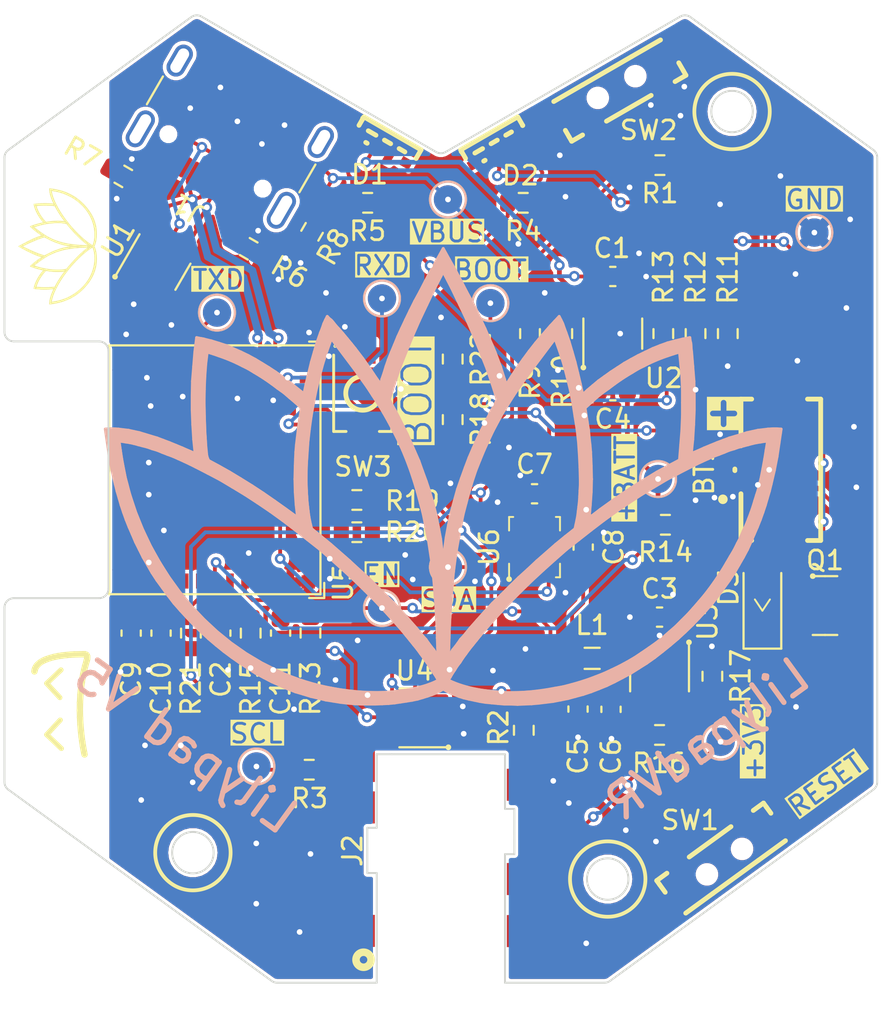
<source format=kicad_pcb>
(kicad_pcb (version 20240108) (generator "pcbnew") (generator_version "8.0")
  (layers (0 "F.Cu" signal) (31 "B.Cu" signal) (34 "B.Paste" user) (35 "F.Paste" user) (36 "B.SilkS" user "B.Silkscreen") (37 "F.SilkS" user "F.Silkscreen") (38 "B.Mask" user) (39 "F.Mask" user) (44 "Edge.Cuts" user))
  (net 0 "")
  (net 1 "+3V3")
  (net 2 "GND")
  (net 3 "VBUS")
  (net 4 "Net-(J1-CC1)")
  (net 5 "Net-(J1-CC2)")
  (net 6 "ADC")
  (net 7 "EN")
  (net 8 "Net-(D1-RK)")
  (net 12 "+BATT")
  (net 14 "Net-(D2-BK)")
  (net 15 "D+")
  (net 16 "D-")
  (net 19 "Net-(J2-Pin_3)")
  (net 20 "Net-(J2-Pin_4)")
  (net 21 "VCC")
  (net 22 "USER_IO")
  (net 23 "SDA")
  (net 24 "SCL")
  (net 25 "CHRG_LED")
  (net 26 "STATUS_LED")
  (net 27 "Net-(U3-SW)")
  (net 28 "Net-(U2-TS)")
  (net 29 "Net-(R10-Pad1)")
  (net 30 "Net-(R11-Pad1)")
  (net 31 "Net-(R12-Pad1)")
  (net 32 "Net-(U2-ISET)")
  (net 33 "IO2")
  (net 34 "BOOT")
  (net 37 "INT_MAIN")
  (net 45 "TXD")
  (net 46 "RXD")
  (net 48 "IO8")
  (net 50 "Net-(U3-FB)")
  (footprint "Lilypad Footprints:TestPoint_Pad_D1.5mm" (layer "F.Cu") (at 126.76603 90.560544)
    (property "Reference" "TP9" (hide yes))
    (property "Value" "BOOT")
  )
  (footprint "Lilypad Footprints:R_0603_1608Metric" (layer "F.Cu") (at 138.537513 110.35 90)
    (property "Reference" "R17")
    (property "Value" "150k" (hide yes))
  )
  (footprint "Lilypad Footprints:R_0603_1608Metric" (layer "F.Cu") (at 135.937012 92.174999 -90)
    (property "Reference" "R13")
    (property "Value" "220R" (hide yes))
  )
  (footprint "Lilypad Footprints:LED-SMD_FM-3510RGBA-SG" (layer "F.Cu") (at 127.182652 82.503987 30)
    (property "Reference" "D2")
    (property "Value" "STATUS_LED" (hide yes))
  )
  (footprint "Lilypad Footprints:SOT-23" (layer "F.Cu") (at 144.5125 106.6)
    (property "Reference" "Q1")
    (property "Value" "AO3401A" (hide yes))
  )
  (footprint "Lilypad Footprints:TestPoint_Pad_D1.5mm" (layer "F.Cu") (at 143.947554 86.81555)
    (property "Reference" "TP10" (hide yes))
    (property "Value" "GND")
  )
  (footprint "Lilypad Footprints:TestPoint_Pad_D1.5mm" (layer "F.Cu") (at 112.266029 91.060544)
    (property "Reference" "TP6" (hide yes))
    (property "Value" "TXD")
  )
  (footprint "Lilypad Footprints:R_0603_1608Metric" (layer "F.Cu") (at 128.537925 113.216 90)
    (property "Reference" "R2")
    (property "Value" "220R" (hide yes))
  )
  (footprint "Lilypad Footprints:ESP32-C3-MINI-1" (layer "F.Cu") (at 109.453159 99.399297 90)
    (property "Reference" "U5")
    (property "Value" "ESP32-C3-MINI-1-N4")
  )
  (footprint "Lilypad Footprints:Bosch_LGA-14_3x2.5mm_P0.5mm" (layer "F.Cu") (at 129.107015 103.499999 90)
    (property "Reference" "U6")
    (property "Value" "BMI270" (hide yes))
  )
  (footprint "Lilypad Footprints:C_0603_1608Metric" (layer "F.Cu") (at 131.412511 112.0905 -90)
    (property "Reference" "C5")
    (property "Value" "4.7uF" (hide yes))
  )
  (footprint "Lilypad Footprints:C_0603_1608Metric" (layer "F.Cu") (at 133.257012 95.204498 180)
    (property "Reference" "C4")
    (property "Value" "4.7uF" (hide yes))
  )
  (footprint "Lilypad Footprints:TestPoint_Pad_D1.5mm" (layer "F.Cu") (at 114.357012 115.1375)
    (property "Reference" "TP4" (hide yes))
    (property "Value" "SCL")
  )
  (footprint "Lilypad Footprints:LED-SMD_FM-3510RGBA-SG" (layer "F.Cu") (at 120.990238 82.443197 -30)
    (property "Reference" "D1")
    (property "Value" "CHARGING_LED" (hide yes))
  )
  (footprint "Lilypad Footprints:R_0603_1608Metric" (layer "F.Cu") (at 128.507015 85.237499 180)
    (property "Reference" "R4")
    (property "Value" "3k" (hide yes))
  )
  (footprint "Lilypad Footprints:R_0603_1608Metric" (layer "F.Cu") (at 110.883015 108.062499 -90)
    (property "Reference" "R21")
    (property "Value" "5k1" (hide yes))
  )
  (footprint "Lilypad Footprints:R_0603_1608Metric" (layer "F.Cu") (at 136.047554 102.315551 180)
    (property "Reference" "R14")
    (property "Value" "150k" (hide yes))
  )
  (footprint "Lilypad Footprints:R_0603_1608Metric" (layer "F.Cu") (at 124.766028 96.735543 90)
    (property "Reference" "R18")
    (property "Value" "5k1" (hide yes))
  )
  (footprint "Lilypad Footprints:C_0603_1608Metric" (layer "F.Cu") (at 107.713013 108.062498 -90)
    (property "Reference" "C9")
    (property "Value" "100nF" (hide yes))
  )
  (footprint "Lilypad Footprints:R_0603_1608Metric" (layer "F.Cu") (at 114.053015 108.0625 -90)
    (property "Reference" "R15")
    (property "Value" "150k" (hide yes))
  )
  (footprint "Lilypad Footprints:SW-SMD_L3.9-W3.0-P4.45" (layer "F.Cu") (at 119.994015 95.339206 90)
    (property "Reference" "SW3")
    (property "Value" "BTN_BOOT" (hide yes))
  )
  (footprint "Lilypad Footprints:C_0603_1608Metric" (layer "F.Cu") (at 131.687012 103.499997 90)
    (property "Reference" "C8")
    (property "Value" "100nF" (hide yes))
  )
  (footprint "Lilypad Footprints:R_0603_1608Metric" (layer "F.Cu") (at 119.683012 100.999545)
    (property "Reference" "R19")
    (property "Value" "5k1" (hide yes))
  )
  (footprint "Lilypad Footprints:TestPoint_Pad_D1.5mm" (layer "F.Cu") (at 124.516029 85.060546 180)
    (property "Reference" "TP1" (hide yes))
    (property "Value" "VBUS")
  )
  (footprint "Lilypad Footprints:R_0603_1608Metric" (layer "F.Cu") (at 113.947751 87.675201 150)
    (property "Reference" "R6")
    (property "Value" "5k1" (hide yes))
  )
  (footprint "Lilypad Footprints:TestPoint_Pad_D1.5mm" (layer "F.Cu") (at 124.516029 104.560544 180)
    (property "Reference" "TP5" (hide yes))
    (property "Value" "SDA")
  )
  (footprint "Lilypad Footprints:C_0603_1608Metric" (layer "F.Cu") (at 133.257012 89.144498)
    (property "Reference" "C1")
    (property "Value" "4.7uF" (hide yes))
  )
  (footprint "Lilypad Footprints:R_0603_1608Metric" (layer "F.Cu") (at 117.307675 86.774873 -120)
    (property "Reference" "R8")
    (property "Value" "150k" (hide yes))
  )
  (footprint "Lilypad Footprints:L_0806_2012Metric" (layer "F.Cu") (at 132.1625 109.4 180)
    (property "Reference" "L1")
    (property "Value" "4.7uH" (hide yes))
  )
  (footprint "Lilypad Footprints:R_0603_1608Metric" (layer "F.Cu") (at 137.647012 92.175 90)
    (property "Reference" "R12")
    (property "Value" "220R" (hide yes))
  )
  (footprint "Lilypad Footprints:C_0603_1608Metric" (layer "F.Cu") (at 109.298015 108.062499 -90)
    (property "Reference" "C10")
    (property "Value" "4.7uF" (hide yes))
  )
  (footprint "Lilypad Footprints:C_0603_1608Metric" (layer "F.Cu") (at 133.162515 112.104501 -90)
    (property "Reference" "C6")
    (property "Value" "4.7uF" (hide yes))
  )
  (footprint "Lilypad Footprints:R_0603_1608Metric" (layer "F.Cu") (at 128.867012 92.175 90)
    (property "Reference" "R9")
    (property "Value" "5k1" (hide yes))
  )
  (footprint "Lilypad Footprints:D_SOD-123" (layer "F.Cu") (at 141.192 106.525 90)
    (property "Reference" "D3")
    (property "Value" "1N5817W" (hide yes))
  )
  (footprint "Lilypad Footprints:R_0603_1608Metric" (layer "F.Cu") (at 117.223161 108.062498 90)
    (property "Reference" "R23")
    (property "Value" "5k1" (hide yes))
  )
  (footprint "Lilypad Footprints:R_0603_1608Metric" (layer "F.Cu") (at 139.357012 92.174998 -90)
    (property "Reference" "R11")
    (property "Value" "220R" (hide yes))
  )
  (footprint "Lilypad Footprints:C_0603_1608Metric" (layer "F.Cu") (at 129.107015 100.669999)
    (property "Reference" "C7")
    (property "Value" "100nF" (hide yes))
  )
  (footprint "Lilypad Footprints:SW-SMD_TS-KG012EV" (layer "F.Cu") (at 138.844122 119.719147 36)
    (property "Reference" "SW1")
    (property "Value" "BTN_RESET" (hide yes))
  )
  (footprint "Lilypad Footprints:AUDIO-SMD_PJ-342C" (layer "F.Cu") (at 124.137925 119.487549 180)
    (property "Reference" "J2")
    (property "Value" "TRRS" (hide yes))
    (fp_line (start 3.9 1.099975) (end 3.898908 -1.299086) (stroke (width 0.1)) (layer "Edge.Cuts"))
    (fp_line (start 3.898908 -1.299086) (end 3.401067 -1.299086) (stroke (width 0.1)) (layer "Edge.Cuts"))
    (fp_line (start 3.401067 5.000127) (end 3.401067 1.1) (stroke (width 0.1)) (layer "Edge.Cuts"))
    (fp_line (start 3.401067 -1.3) (end 3.401067 -7.120015) (stroke (width 0.1)) (layer "Edge.Cuts"))
    (fp_line (start 3.4 1.099975) (end 3.9 1.099975) (stroke (width 0.1)) (layer "Edge.Cuts"))
    (fp_line (start 2.600965 5.000127) (end 3.401067 5.000127) (stroke (width 0.1)) (layer "Edge.Cuts"))
    (fp_line (start 2.600965 5.000127) (end -3.401067 5.000127) (stroke (width 0.1)) (layer "Edge.Cuts"))
    (fp_line (start -3.401067 5.000127) (end -3.401067 2.099441) (stroke (width 0.1)) (layer "Edge.Cuts"))
    (fp_line (start -3.401067 2.099441) (end -3.898908 2.099441) (stroke (width 0.1)) (layer "Edge.Cuts"))
    (fp_line (start -3.401067 -0.3) (end -3.401067 -7.120015) (stroke (width 0.1)) (layer "Edge.Cuts"))
    (fp_line (start -3.898908 2.099441) (end -3.9 -0.300025) (stroke (width 0.1)) (layer "Edge.Cuts"))
    (fp_line (start -3.9 -0.300025) (end -3.4 -0.300025) (stroke (width 0.1)) (layer "Edge.Cuts"))
  )
  (footprint "Lilypad Footprints:SOT-23-6" (layer "F.Cu") (at 133.257012 92.174998 90)
    (property "Reference" "U2")
    (property "Value" "BQ21040" (hide yes))
  )
  (footprint "Lilypad Footprints:R_0603_1608Metric" (layer "F.Cu") (at 117.158 115.30759 180)
    (property "Reference" "R3")
    (property "Value" "220R" (hide yes))
  )
  (footprint "Lilypad Footprints:R_0603_1608Metric" (layer "F.Cu") (at 135.757012 83.2375)
    (property "Reference" "R1")
    (property "Value" "5k1" (hide yes))
  )
  (footprint "Lilypad Footprints:C_0603_1608Metric" (layer "F.Cu") (at 112.468013 108.0625 90)
    (property "Reference" "C2")
    (property "Value" "100nF" (hide yes))
  )
  (footprint "Lilypad Footprints:R_0603_1608Metric" (layer "F.Cu") (at 120.257013 85.237499)
    (property "Reference" "R5")
    (property "Value" "3k" (hide yes))
  )
  (footprint "Lilypad Footprints:SOT-23-6" (layer "F.Cu") (at 109.107963 88.37796 60)
    (property "Reference" "U1")
    (property "Value" "SRV05-4" (hide yes))
  )
  (footprint "Lilypad Footprints:R_0603_1608Metric" (layer "F.Cu") (at 135.737513 113.462499)
    (property "Reference" "R16")
    (property "Value" "680k" (hide yes))
  )
  (footprint "Lilypad Footprints:TestPoint_Pad_D1.5mm" (layer "F.Cu") (at 135.657011 99.8875 90)
    (property "Reference" "TP2" (hide yes))
    (property "Value" "+BATT")
  )
  (footprint "Lilypad Footprints:TestPoint_Pad_D1.5mm" (layer "F.Cu") (at 121.016029 90.310544)
    (property "Reference" "TP7" (hide yes))
    (property "Value" "RXD")
  )
  (footprint "Lilypad Footprints:R_0603_1608Metric" (layer "F.Cu") (at 119.683012 102.709299)
    (property "Reference" "R20")
    (property "Value" "5k1" (hide yes))
  )
  (footprint "Lilypad Footprints:R_0603_1608Metric" (layer "F.Cu") (at 107.296675 83.835202 150)
    (property "Reference" "R7")
    (property "Value" "5k1" (hide yes))
  )
  (footprint "Lilypad Footprints:SW-SMD_TS-KG012EV" (layer "F.Cu") (at 133.744424 79.595194 -150)
    (property "Reference" "SW2")
    (property "Value" "BTN_USER" (hide yes))
  )
  (footprint "Lilypad Footprints:R_0603_1608Metric" (layer "F.Cu") (at 124.766027 93.525544 -90)
    (property "Reference" "R22")
    (property "Value" "5k1" (hide yes))
  )
  (footprint "Lilypad Footprints:SOT-23-5" (layer "F.Cu") (at 135.737511 110.35 -90)
    (property "Reference" "U3")
    (property "Value" "M3406" (hide yes))
  )
  (footprint "Lilypad Footprints:TestPoint_Pad_D1.5mm" (layer "F.Cu") (at 138.975 113.825 -90)
    (property "Reference" "TP3" (hide yes))
    (property "Value" "+3V3")
  )
  (footprint "Lilypad Footprints:TestPoint_Pad_D1.5mm" (layer "F.Cu") (at 121.01603 106.732384)
    (property "Reference" "TP8" (hide yes))
    (property "Value" "EN")
  )
  (footprint "Lilypad Footprints:R_0603_1608Metric" (layer "F.Cu") (at 130.57701 92.174999 -90)
    (property "Reference" "R10")
    (property "Value" "5k1" (hide yes))
  )
  (footprint "Lilypad Footprints:C_0603_1608Metric" (layer "F.Cu") (at 115.63816 108.062501 -90)
    (property "Reference" "C11")
    (property "Value" "100nF" (hide yes))
  )
  (footprint "Lilypad Footprints:USB_C_Receptacle_GCT_USB4105-xx-A_16P_TopMnt_Horizontal" (layer "F.Cu") (at 113.492048 80.784503 150)
    (property "Reference" "J1")
    (property "Value" "USB-C")
  )
  (footprint "Lilypad Footprints:SOT-23-6" (layer "F.Cu") (at 122.737513 112.557502 180)
    (property "Reference" "U4")
    (property "Value" "SRV05-4" (hide yes))
  )
  (footprint "Lilypad Footprints:C_0603_1608Metric" (layer "F.Cu") (at 135.737513 107.2125 180)
    (property "Reference" "C3")
    (property "Value" "4.7uF" (hide yes))
  )
  (footprint "Lilypad Footprints:CONN-SMD_2P-P1.25_XUNPU_WAFER-MX1.25-2PWB" (layer "F.Cu") (at 140.85395 99.399285 90)
    (property "Reference" "BT1")
    (property "Value" "Micro-JST")
  )
  (gr_line (start 106.699854 99.42433) (end 106.560302 98.707116) (stroke (width 0.155775)) (layer "B.SilkS"))
  (gr_line (start 126.862996 94.853305) (end 127.129115 95.680858) (stroke (width 0.155775)) (layer "B.SilkS"))
  (gr_line (start 126.723451 96.445131) (end 126.926282 96.055689) (stroke (width 0.155775)) (layer "B.SilkS"))
  (gr_line (start 107.183403 101.280652) (end 107.074685 100.907443) (stroke (width 0.155775)) (layer "B.SilkS"))
  (gr_line (start 135.894711 109.033713) (end 136.298752 108.707558) (stroke (width 0.155775)) (layer "B.SilkS"))
  (gr_line (start 107.494951 100.173998) (end 107.417067 99.89328) (stroke (width 0.155775)) (layer "B.SilkS"))
  (gr_line (start 123.54791 100.563439) (end 123.359677 100.001998) (stroke (width 0.155775)) (layer "B.SilkS"))
  (gr_line (start 140.970384 100.454726) (end 141.032043 100.173998) (stroke (width 0.155775)) (layer "B.SilkS"))
  (gr_line (start 122.457482 107.365623) (end 122.068045 106.929127) (stroke (width 0.155775)) (layer "B.SilkS"))
  (gr_line (start 126.879224 106.476405) (end 127.330323 106.039909) (stroke (width 0.155775)) (layer "B.SilkS"))
  (gr_line (start 122.270878 93.19982) (end 121.9431 94.027368) (stroke (width 0.155775)) (layer "B.SilkS"))
  (gr_line (start 140.207739 98.129454) (end 139.957848 98.192741) (stroke (width 0.155775)) (layer "B.SilkS"))
  (gr_line (start 124.419273 102.997424) (end 124.544224 102.325642) (stroke (width 0.155775)) (layer "B.SilkS"))
  (gr_line (start 130.647032 93.761261) (end 130.833637 94.463863) (stroke (width 0.155775)) (layer "B.SilkS"))
  (gr_line (start 115.342126 110.017044) (end 114.921858 109.814213) (stroke (width 0.155775)) (layer "B.SilkS"))
  (gr_line (start 107.603677 102.435983) (end 107.447898 102.044924) (stroke (width 0.155775)) (layer "B.SilkS"))
  (gr_line (start 137.575784 95.461805) (end 137.561184 94.697527) (stroke (width 0.155775)) (layer "B.SilkS"))
  (gr_line (start 117.521359 95.166477) (end 117.381807 95.867469) (stroke (width 0.155775)) (layer "B.SilkS"))
  (gr_line (start 122.270878 91.437611) (end 122.051818 91.904938) (stroke (width 0.155775)) (layer "B.SilkS"))
  (gr_line (start 122.674919 111.014981) (end 122.348763 111.078262) (stroke (width 0.155775)) (layer "B.SilkS"))
  (gr_line (start 111.588922 96.553849) (end 111.588916 96.553849) (stroke (width 0.155775)) (layer "B.SilkS"))
  (gr_line (start 109.674184 106.070741) (end 109.378858 105.665078) (stroke (width 0.155775)) (layer "B.SilkS"))
  (gr_line (start 128.420746 105.804623) (end 127.875538 106.351465) (stroke (width 0.155775)) (layer "B.SilkS"))
  (gr_line (start 117.273089 93.683369) (end 117.428869 93.138155) (stroke (width 0.155775)) (layer "B.SilkS"))
  (gr_line (start 128.949738 111.811702) (end 129.324569 111.779247) (stroke (width 0.155775)) (layer "B.SilkS"))
  (gr_line (start 117.474301 110.797545) (end 117.039426 110.672597) (stroke (width 0.155775)) (layer "B.SilkS"))
  (gr_line (start 122.348763 111.078262) (end 121.990154 111.12532) (stroke (width 0.155775)) (layer "B.SilkS"))
  (gr_line (start 115.932778 101.499717) (end 115.325904 101.063221) (stroke (width 0.155775)) (layer "B.SilkS"))
  (gr_line (start 121.647778 107.427281) (end 122.098873 107.941663) (stroke (width 0.155775)) (layer "B.SilkS"))
  (gr_line (start 118.767559 111.06204) (end 118.331063 110.984148) (stroke (width 0.155775)) (layer "B.SilkS"))
  (gr_line (start 132.049016 98.0824) (end 132.001956 97.692958) (stroke (width 0.155775)) (layer "B.SilkS"))
  (gr_line (start 128.264974 105.118242) (end 128.746906 104.681747) (stroke (width 0.155775)) (layer "B.SilkS"))
  (gr_line (start 115.590389 110.828376) (end 115.17012 110.641766) (stroke (width 0.155775)) (layer "B.SilkS"))
  (gr_line (start 121.631551 111.172374) (end 121.242109 111.203207) (stroke (width 0.155775)) (layer "B.SilkS"))
  (gr_line (start 127.330323 106.039909) (end 127.783047 105.587187) (stroke (width 0.155775)) (layer "B.SilkS"))
  (gr_line (start 124.2635 87.661685) (end 124.591271 88.255586) (stroke (width 0.155775)) (layer "B.SilkS"))
  (gr_line (start 114.126758 109.36149) (end 113.737318 109.111599) (stroke (width 0.155775)) (layer "B.SilkS"))
  (gr_line (start 114.921858 109.814213) (end 114.516196 109.596775) (stroke (width 0.155775)) (layer "B.SilkS"))
  (gr_line (start 131.425916 101.593825) (end 131.395083 101.842093) (stroke (width 0.155775)) (layer "B.SilkS"))
  (gr_line (start 124.123955 103.059088) (end 123.999004 102.40354) (stroke (width 0.155775)) (layer "B.SilkS"))
  (gr_line (start 126.256124 91.437611) (end 126.475182 91.904938) (stroke (width 0.155775)) (layer "B.SilkS"))
  (gr_line (start 127.159947 96.8508) (end 126.895451 97.350577) (stroke (width 0.155775)) (layer "B.SilkS"))
  (gr_line (start 119.608096 94.136092) (end 120.231196 95.009082) (stroke (width 0.155775)) (layer "B.SilkS"))
  (gr_line (start 107.214234 98.832067) (end 107.136347 98.348507) (stroke (width 0.155775)) (layer "B.SilkS"))
  (gr_line (start 121.990154 111.12532) (end 121.631551 111.172374) (stroke (width 0.155775)) (layer "B.SilkS"))
  (gr_line (start 138.541266 106.476405) (end 138.852816 106.070741) (stroke (width 0.155775)) (layer "B.SilkS"))
  (gr_line (start 118.954164 104.71258) (end 119.546431 105.259409) (stroke (width 0.155775)) (layer "B.SilkS"))
  (gr_line (start 125.852083 111.014981) (end 126.178232 111.078262) (stroke (width 0.155775)) (layer "B.SilkS"))
  (gr_line (start 141.484766 97.240242) (end 141.733029 97.225631) (stroke (width 0.155775)) (layer "B.SilkS"))
  (gr_line (start 125.633023 108.924995) (end 125.462647 109.158659) (stroke (width 0.155775)) (layer "B.SilkS"))
  (gr_line (start 140.035735 102.981202) (end 140.176907 102.638814) (stroke (width 0.155775)) (layer "B.SilkS"))
  (gr_line (start 122.721972 100.001998) (end 122.893978 100.57966) (stroke (width 0.155775)) (layer "B.SilkS"))
  (gr_line (start 130.677865 91.890333) (end 130.599979 91.655047) (stroke (width 0.155775)) (layer "B.SilkS"))
  (gr_line (start 116.477984 98.0824) (end 116.525045 97.692958) (stroke (width 0.155775)) (layer "B.SilkS"))
  (gr_line (start 116.416327 102.591761) (end 117.070259 103.106142) (stroke (width 0.155775)) (layer "B.SilkS"))
  (gr_line (start 125.805023 100.001998) (end 125.633023 100.57966) (stroke (width 0.155775)) (layer "B.SilkS"))
  (gr_line (start 124.2635 104.417251) (end 124.201835 103.73087) (stroke (width 0.155775)) (layer "B.SilkS"))
  (gr_line (start 107.292121 97.271068) (end 107.04223 97.240242) (stroke (width 0.155775)) (layer "B.SilkS"))
  (gr_line (start 128.203314 111.842533) (end 128.57653 111.826306) (stroke (width 0.155775)) (layer "B.SilkS"))
  (gr_line (start 132.110674 102.591761) (end 131.456742 103.106142) (stroke (width 0.155775)) (layer "B.SilkS"))
  (gr_line (start 128.824793 93.107323) (end 129.168797 92.669205) (stroke (width 0.155775)) (layer "B.SilkS"))
  (gr_line (start 107.04223 97.240242) (end 106.793966 97.225631) (stroke (width 0.155775)) (layer "B.SilkS"))
  (gr_line (start 120.821846 95.914522) (end 121.102559 96.381844) (stroke (width 0.155775)) (layer "B.SilkS"))
  (gr_line (start 137.544957 97.006577) (end 137.575784 96.226078) (stroke (width 0.155775)) (layer "B.SilkS"))
  (gr_line (start 125.19815 102.358097) (end 125.089432 102.966597) (stroke (width 0.155775)) (layer "B.SilkS"))
  (gr_line (start 136.298752 108.707558) (end 136.704421 108.363559) (stroke (width 0.155775)) (layer "B.SilkS"))
  (gr_line (start 124.201835 103.73087) (end 124.123955 103.059088) (stroke (width 0.155775)) (layer "B.SilkS"))
  (gr_line (start 139.957848 98.192741) (end 139.693352 98.285232) (stroke (width 0.155775)) (layer "B.SilkS"))
  (gr_line (start 113.925549 93.340987) (end 114.298757 93.543819) (stroke (width 0.155775)) (layer "B.SilkS"))
  (gr_line (start 126.879224 107.427281) (end 126.428123 107.941663) (stroke (width 0.155775)) (layer "B.SilkS"))
  (gr_line (start 123.874064 109.144053) (end 123.765341 108.955826) (stroke (width 0.155775)) (layer "B.SilkS"))
  (gr_line (start 140.176907 102.638814) (end 140.332679 102.311043) (stroke (width 0.155775)) (layer "B.SilkS"))
  (gr_line (start 117.755023 92.123992) (end 117.849132 91.890333) (stroke (width 0.155775)) (layer "B.SilkS"))
  (gr_line (start 116.322213 94.931191) (end 116.60293 95.166477) (stroke (width 0.155775)) (layer "B.SilkS"))
  (gr_line (start 117.256862 96.570082) (end 117.16275 97.256463) (stroke (width 0.155775)) (layer "B.SilkS"))
  (gr_line (start 128.746906 104.681747) (end 129.230455 104.229029) (stroke (width 0.155775)) (layer "B.SilkS"))
  (gr_line (start 112.927612 99.518449) (end 112.336968 99.190665) (stroke (width 0.155775)) (layer "B.SilkS"))
  (gr_line (start 128.078369 111.217811) (end 128.48241 111.203207) (stroke (width 0.155775)) (layer "B.SilkS"))
  (gr_line (start 124.808714 104.806687) (end 124.745427 105.431414) (stroke (width 0.155775)) (layer "B.SilkS"))
  (gr_line (start 125.104037 111.420644) (end 125.353928 111.498536) (stroke (width 0.155775)) (layer "B.SilkS"))
  (gr_line (start 116.60293 95.166477) (end 116.867427 95.414751) (stroke (width 0.155775)) (layer "B.SilkS"))
  (gr_line (start 131.052701 110.797545) (end 131.487569 110.672597) (stroke (width 0.155775)) (layer "B.SilkS"))
  (gr_line (start 116.836596 111.295698) (end 116.416327 111.172374) (stroke (width 0.155775)) (layer "B.SilkS"))
  (gr_line (start 119.296545 104.229029) (end 118.300232 103.356038) (stroke (width 0.155775)) (layer "B.SilkS"))
  (gr_line (start 124.527991 110.563879) (end 124.745427 110.672597) (stroke (width 0.155775)) (layer "B.SilkS"))
  (gr_line (start 112.22825 108.707558) (end 111.822585 108.363559) (stroke (width 0.155775)) (layer "B.SilkS"))
  (gr_line (start 139.08648 104.681747) (end 139.289311 104.339371) (stroke (width 0.155775)) (layer "B.SilkS"))
  (gr_line (start 121.367055 96.8508) (end 121.631551 97.350577) (stroke (width 0.155775)) (layer "B.SilkS"))
  (gr_line (start 124.8866 104.198198) (end 124.808714 104.806687) (stroke (width 0.155775)) (layer "B.SilkS"))
  (gr_line (start 123.064361 109.158659) (end 123.236359 109.393944) (stroke (width 0.155775)) (layer "B.SilkS"))
  (gr_line (start 124.2635 104.417251) (end 124.294333 104.058641) (stroke (width 0.155775)) (layer "B.SilkS"))
  (gr_line (start 139.771244 97.615073) (end 140.082788 97.520954) (stroke (width 0.155775)) (layer "B.SilkS"))
  (gr_line (start 126.506015 111.733815) (end 126.832169 111.764649) (stroke (width 0.155775)) (layer "B.SilkS"))
  (gr_line (start 125.82125 108.69133) (end 125.633023 108.924995) (stroke (width 0.155775)) (layer "B.SilkS"))
  (gr_line (start 141.312767 98.832067) (end 141.390653 98.348507) (stroke (width 0.155775)) (layer "B.SilkS"))
  (gr_line (start 126.069519 97.756245) (end 126.286955 97.303517) (stroke (width 0.155775)) (layer "B.SilkS"))
  (gr_line (start 107.946053 103.231088) (end 107.774052 102.825424) (stroke (width 0.155775)) (layer "B.SilkS"))
  (gr_line (start 131.442137 97.942844) (end 131.487569 98.629236) (stroke (width 0.155775)) (layer "B.SilkS"))
  (gr_line (start 130.195938 110.984148) (end 130.632432 110.906255) (stroke (width 0.155775)) (layer "B.SilkS"))
  (gr_line (start 121.22751 93.917027) (end 121.118785 94.277265) (stroke (width 0.155775)) (layer "B.SilkS"))
  (gr_line (start 135.536101 93.590884) (end 135.847657 93.465938) (stroke (width 0.155775)) (layer "B.SilkS"))
  (gr_line (start 110.219398 98.815834) (end 110.530943 98.957002) (stroke (width 0.155775)) (layer "B.SilkS"))
  (gr_line (start 108.755757 97.615073) (end 108.444212 97.520954) (stroke (width 0.155775)) (layer "B.SilkS"))
  (gr_line (start 126.475182 91.904938) (end 126.661786 92.34144) (stroke (width 0.155775)) (layer "B.SilkS"))
  (gr_line (start 136.595697 107.707999) (end 136.921857 107.380228) (stroke (width 0.155775)) (layer "B.SilkS"))
  (gr_line (start 108.569152 98.192741) (end 108.833649 98.285232) (stroke (width 0.155775)) (layer "B.SilkS"))
  (gr_line (start 133.201102 101.063221) (end 133.807974 100.641325) (stroke (width 0.155775)) (layer "B.SilkS"))
  (gr_line (start 112.429459 99.924112) (end 113.083391 100.313554) (stroke (width 0.155775)) (layer "B.SilkS"))
  (gr_line (start 140.923331 102.435983) (end 141.079103 102.044924) (stroke (width 0.155775)) (layer "B.SilkS"))
  (gr_line (start 128.514865 93.527597) (end 128.824793 93.107323) (stroke (width 0.155775)) (layer "B.SilkS"))
  (gr_line (start 113.753545 100.719217) (end 114.423702 101.155712) (stroke (width 0.155775)) (layer "B.SilkS"))
  (gr_line (start 113.925549 94.041978) (end 113.613993 93.886201) (stroke (width 0.155775)) (layer "B.SilkS"))
  (gr_line (start 119.950478 111.826306) (end 119.577262 111.811702) (stroke (width 0.155775)) (layer "B.SilkS"))
  (gr_line (start 131.690401 111.311926) (end 132.110674 111.172374) (stroke (width 0.155775)) (layer "B.SilkS"))
  (gr_line (start 127.40821 94.277265) (end 127.516929 94.60342) (stroke (width 0.155775)) (layer "B.SilkS"))
  (gr_line (start 131.659574 95.414751) (end 132.096069 95.836636) (stroke (width 0.155775)) (layer "B.SilkS"))
  (gr_line (start 140.580948 101.671716) (end 140.689667 101.358544) (stroke (width 0.155775)) (layer "B.SilkS"))
  (gr_line (start 130.17971 104.167365) (end 129.572838 104.71258) (stroke (width 0.155775)) (layer "B.SilkS"))
  (gr_line (start 124.591271 88.255586) (end 124.917432 88.831627) (stroke (width 0.155775)) (layer "B.SilkS"))
  (gr_line (start 114.298757 93.543819) (end 114.65736 93.761261) (stroke (width 0.155775)) (layer "B.SilkS"))
  (gr_line (start 124.901205 108.78545) (end 125.042373 108.597217) (stroke (width 0.155775)) (layer "B.SilkS"))
  (gr_line (start 130.491261 111.60887) (end 130.880696 111.530985) (stroke (width 0.155775)) (layer "B.SilkS"))
  (gr_line (start 123.904891 110.39188) (end 123.999004 110.563879) (stroke (width 0.155775)) (layer "B.SilkS"))
  (gr_line (start 123.205527 101.749603) (end 123.328845 102.358097) (stroke (width 0.155775)) (layer "B.SilkS"))
  (gr_line (start 119.997531 93.496765) (end 119.591869 92.966156) (stroke (width 0.155775)) (layer "B.SilkS"))
  (gr_line (start 124.870373 111.328153) (end 125.104037 111.420644) (stroke (width 0.155775)) (layer "B.SilkS"))
  (gr_line (start 123.640401 104.198198) (end 123.718286 104.806687) (stroke (width 0.155775)) (layer "B.SilkS"))
  (gr_line (start 113.737318 109.111599) (end 113.349504 108.847108) (stroke (width 0.155775)) (layer "B.SilkS"))
  (gr_line (start 139.70958 104.853746) (end 139.943243 104.448084) (stroke (width 0.155775)) (layer "B.SilkS"))
  (gr_line (start 136.751475 99.580107) (end 136.097543 99.924112) (stroke (width 0.155775)) (layer "B.SilkS"))
  (gr_line (start 109.409689 97.834126) (end 109.081911 97.70918) (stroke (width 0.155775)) (layer "B.SilkS"))
  (gr_line (start 133.869633 93.74665) (end 133.512647 93.980314) (stroke (width 0.155775)) (layer "B.SilkS"))
  (gr_line (start 118.937936 92.171062) (end 118.689666 91.890333) (stroke (width 0.155775)) (layer "B.SilkS"))
  (gr_line (start 133.356874 110.641766) (end 133.777143 110.422706) (stroke (width 0.155775)) (layer "B.SilkS"))
  (gr_line (start 110.951212 96.226078) (end 110.951212 95.461805) (stroke (width 0.155775)) (layer "B.SilkS"))
  (gr_line (start 116.430931 95.836636) (end 116.121004 95.57214) (stroke (width 0.155775)) (layer "B.SilkS"))
  (gr_line (start 111.619753 97.303517) (end 111.588922 96.553849) (stroke (width 0.155775)) (layer "B.SilkS"))
  (gr_line (start 116.4001 99.89328) (end 116.416327 99.190665) (stroke (width 0.155775)) (layer "B.SilkS"))
  (gr_line (start 126.069519 107.365623) (end 126.458955 106.929127) (stroke (width 0.155775)) (layer "B.SilkS"))
  (gr_line (start 112.27368 108.004945) (end 111.931298 107.707999) (stroke (width 0.155775)) (layer "B.SilkS"))
  (gr_line (start 110.965815 94.697527) (end 111.029104 93.917027) (stroke (width 0.155775)) (layer "B.SilkS"))
  (gr_line (start 137.483293 107.630114) (end 137.84028 107.255276) (stroke (width 0.155775)) (layer "B.SilkS"))
  (gr_line (start 120.448632 111.217811) (end 120.044591 111.203207) (stroke (width 0.155775)) (layer "B.SilkS"))
  (gr_line (start 123.54791 103.575092) (end 123.640401 104.198198) (stroke (width 0.155775)) (layer "B.SilkS"))
  (gr_line (start 121.850609 92.34144) (end 121.678604 92.763324) (stroke (width 0.155775)) (layer "B.SilkS"))
  (gr_line (start 122.348763 97.506349) (end 122.129705 97.068236) (stroke (width 0.155775)) (layer "B.SilkS"))
  (gr_line (start 129.572838 104.71258) (end 128.980564 105.259409) (stroke (width 0.155775)) (layer "B.SilkS"))
  (gr_line (start 108.350095 102.638814) (end 108.194321 102.311043) (stroke (width 0.155775)) (layer "B.SilkS"))
  (gr_line (start 113.349504 108.847108) (end 112.974668 108.582617) (stroke (width 0.155775)) (layer "B.SilkS"))
  (gr_line (start 127.594814 94.900358) (end 127.90637 94.416809) (stroke (width 0.155775)) (layer "B.SilkS"))
  (gr_line (start 125.026151 100.422272) (end 125.228983 99.846225) (stroke (width 0.155775)) (layer "B.SilkS"))
  (gr_line (start 117.879963 93.761261) (end 117.693358 94.463863) (stroke (width 0.155775)) (layer "B.SilkS"))
  (gr_line (start 123.158468 99.455161) (end 122.971863 98.926175) (stroke (width 0.155775)) (layer "B.SilkS"))
  (gr_line (start 122.317936 111.670535) (end 122.006382 111.717588) (stroke (width 0.155775)) (layer "B.SilkS"))
  (gr_line (start 125.042373 108.597217) (end 125.181923 108.394386) (stroke (width 0.155775)) (layer "B.SilkS"))
  (gr_line (start 120.526518 95.461805) (end 120.821846 95.914522) (stroke (width 0.155775)) (layer "B.SilkS"))
  (gr_line (start 108.085597 98.067789) (end 108.319261 98.129454) (stroke (width 0.155775)) (layer "B.SilkS"))
  (gr_line (start 126.926282 96.055689) (end 127.129115 95.680858) (stroke (width 0.155775)) (layer "B.SilkS"))
  (gr_line (start 116.416327 99.190665) (end 116.430931 98.815834) (stroke (width 0.155775)) (layer "B.SilkS"))
  (gr_line (start 111.57431 95.836636) (end 111.574318 95.836636) (stroke (width 0.155775)) (layer "B.SilkS"))
  (gr_line (start 130.226764 103.356038) (end 130.741152 102.934142) (stroke (width 0.155775)) (layer "B.SilkS"))
  (gr_line (start 141.218648 101.655483) (end 141.343599 101.280652) (stroke (width 0.155775)) (layer "B.SilkS"))
  (gr_line (start 115.092241 101.60843) (end 115.7624 102.091979) (stroke (width 0.155775)) (layer "B.SilkS"))
  (gr_line (start 107.65073 100.750048) (end 107.556616 100.454726) (stroke (width 0.155775)) (layer "B.SilkS"))
  (gr_line (start 116.46338 101.249819) (end 116.416327 100.57966) (stroke (width 0.155775)) (layer "B.SilkS"))
  (gr_line (start 131.487569 98.629236) (end 131.518401 99.268563) (stroke (width 0.155775)) (layer "B.SilkS"))
  (gr_line (start 120.10625 105.804623) (end 120.651463 106.351465) (stroke (width 0.155775)) (layer "B.SilkS"))
  (gr_line (start 123.874064 106.632176) (end 123.904891 107.209845) (stroke (width 0.155775)) (layer "B.SilkS"))
  (gr_line (start 140.176907 104.04242) (end 140.394344 103.636757) (stroke (width 0.155775)) (layer "B.SilkS"))
  (gr_line (start 113.052557 109.346885) (end 112.632289 109.033713) (stroke (width 0.155775)) (layer "B.SilkS"))
  (gr_line (start 112.336968 99.190665) (end 111.744693 98.879122) (stroke (width 0.155775)) (layer "B.SilkS"))
  (gr_line (start 112.367794 92.685438) (end 112.757229 92.810378) (stroke (width 0.155775)) (layer "B.SilkS"))
  (gr_line (start 137.84028 107.255276) (end 138.198884 106.865841) (stroke (width 0.155775)) (layer "B.SilkS"))
  (gr_line (start 109.098138 98.363118) (end 109.362636 98.473453) (stroke (width 0.155775)) (layer "B.SilkS"))
  (gr_line (start 134.213638 110.189048) (end 134.633906 109.922931) (stroke (width 0.155775)) (layer "B.SilkS"))
  (gr_line (start 116.867427 95.414751) (end 116.992373 94.8387) (stroke (width 0.155775)) (layer "B.SilkS"))
  (gr_line (start 136.704421 108.363559) (end 137.093857 108.004945) (stroke (width 0.155775)) (layer "B.SilkS"))
  (gr_line (start 116.416327 111.172374) (end 116.010662 111.014981) (stroke (width 0.155775)) (layer "B.SilkS"))
  (gr_line (start 129.168797 92.669205) (end 129.339174 92.466374) (stroke (width 0.155775)) (layer "B.SilkS"))
  (gr_line (start 119.624323 111.172374) (end 119.202431 111.12532) (stroke (width 0.155775)) (layer "B.SilkS"))
  (gr_line (start 127.424436 96.36725) (end 127.159947 96.8508) (stroke (width 0.155775)) (layer "B.SilkS"))
  (gr_line (start 117.070259 101.343939) (end 117.101091 101.593825) (stroke (width 0.155775)) (layer "B.SilkS"))
  (gr_line (start 112.757229 92.810378) (end 113.146672 92.982389) (stroke (width 0.155775)) (layer "B.SilkS"))
  (gr_line (start 113.472826 109.642213) (end 113.052557 109.346885) (stroke (width 0.155775)) (layer "B.SilkS"))
  (gr_line (start 108.491259 102.981202) (end 108.350095 102.638814) (stroke (width 0.155775)) (layer "B.SilkS"))
  (gr_line (start 114.858577 94.619641) (end 114.547022 94.416809) (stroke (width 0.155775)) (layer "B.SilkS"))
  (gr_line (start 136.921857 97.303517) (end 136.952684 96.553849) (stroke (width 0.155775)) (layer "B.SilkS"))
  (gr_line (start 111.666809 98.0824) (end 111.619753 97.303517) (stroke (width 0.155775)) (layer "B.SilkS"))
  (gr_line (start 113.536112 93.152766) (end 113.925549 93.340987) (stroke (width 0.155775)) (layer "B.SilkS"))
  (gr_line (start 121.118785 94.277265) (end 121.010073 94.588814) (stroke (width 0.155775)) (layer "B.SilkS"))
  (gr_line (start 120.666068 111.826306) (end 120.323686 111.826306) (stroke (width 0.155775)) (layer "B.SilkS"))
  (gr_line (start 124.745427 105.431414) (end 124.699996 106.023682) (stroke (width 0.155775)) (layer "B.SilkS"))
  (gr_line (start 107.946053 101.671716) (end 107.837335 101.358544) (stroke (width 0.155775)) (layer "B.SilkS"))
  (gr_line (start 126.022459 90.954061) (end 126.256124 91.437611) (stroke (width 0.155775)) (layer "B.SilkS"))
  (gr_line (start 132.936606 110.844598) (end 133.356874 110.641766) (stroke (width 0.155775)) (layer "B.SilkS"))
  (gr_line (start 134.773451 100.719217) (end 134.103298 101.155712) (stroke (width 0.155775)) (layer "B.SilkS"))
  (gr_line (start 139.693352 103.652979) (end 139.865352 103.308973) (stroke (width 0.155775)) (layer "B.SilkS"))
  (gr_line (start 133.807974 100.641325) (end 134.400242 100.251894) (stroke (width 0.155775)) (layer "B.SilkS"))
  (gr_line (start 131.456742 103.106142) (end 130.80281 103.620529) (stroke (width 0.155775)) (layer "B.SilkS"))
  (gr_line (start 131.253911 93.683369) (end 131.098133 93.138155) (stroke (width 0.155775)) (layer "B.SilkS"))
  (gr_line (start 108.444212 97.520954) (end 108.148883 97.428462) (stroke (width 0.155775)) (layer "B.SilkS"))
  (gr_line (start 140.892498 97.957449) (end 140.675062 98.004503) (stroke (width 0.155775)) (layer "B.SilkS"))
  (gr_line (start 109.907842 105.384355) (end 109.674184 105.040351) (stroke (width 0.155775)) (layer "B.SilkS"))
  (gr_line (start 133.154043 94.213977) (end 132.827888 94.447642) (stroke (width 0.155775)) (layer "B.SilkS"))
  (gr_line (start 125.321468 101.749603) (end 125.19815 102.358097) (stroke (width 0.155775)) (layer "B.SilkS"))
  (gr_line (start 121.647778 106.476405) (end 121.196677 106.039909) (stroke (width 0.155775)) (layer "B.SilkS"))
  (gr_line (start 125.353928 111.498536) (end 125.618419 111.561816) (stroke (width 0.155775)) (layer "B.SilkS"))
  (gr_line (start 131.534629 99.90789) (end 131.534629 100.204829) (stroke (width 0.155775)) (layer "B.SilkS"))
  (gr_line (start 124.870373 110.017044) (end 124.745427 110.203649) (stroke (width 0.155775)) (layer "B.SilkS"))
  (gr_line (start 116.010662 111.014981) (end 115.590389 110.828376) (stroke (width 0.155775)) (layer "B.SilkS"))
  (gr_line (start 121.725664 96.273131) (end 121.522833 95.914522) (stroke (width 0.155775)) (layer "B.SilkS"))
  (gr_line (start 115.7624 102.091979) (end 116.416327 102.591761) (stroke (width 0.155775)) (layer "B.SilkS"))
  (gr_line (start 119.39066 92.716271) (end 119.1716 92.45178) (stroke (width 0.155775)) (layer "B.SilkS"))
  (gr_line (start 125.431814 99.284785) (end 125.633023 98.75417) (stroke (width 0.155775)) (layer "B.SilkS"))
  (gr_line (start 134.010806 109.596775) (end 134.414847 109.36149) (stroke (width 0.155775)) (layer "B.SilkS"))
  (gr_line (start 109.378858 105.665078) (end 109.081911 105.259409) (stroke (width 0.155775)) (layer "B.SilkS"))
  (gr_line (start 125.353928 108.207776) (end 125.69631 107.785892) (stroke (width 0.155775)) (layer "B.SilkS"))
  (gr_line (start 126.661786 92.34144) (end 126.848391 92.763324) (stroke (width 0.155775)) (layer "B.SilkS"))
  (gr_line (start 115.372958 94.213977) (end 115.699112 94.447642) (stroke (width 0.155775)) (layer "B.SilkS"))
  (gr_line (start 128.918906 94.136092) (end 128.295806 95.009082) (stroke (width 0.155775)) (layer "B.SilkS"))
  (gr_line (start 120.854295 111.217811) (end 120.448632 111.217811) (stroke (width 0.155775)) (layer "B.SilkS"))
  (gr_line (start 129.542006 92.232715) (end 129.728609 92.015279) (stroke (width 0.155775)) (layer "B.SilkS"))
  (gr_line (start 117.16275 97.256463) (end 117.084863 97.942844) (stroke (width 0.155775)) (layer "B.SilkS"))
  (gr_line (start 113.302448 93.730428) (end 112.990892 93.590884) (stroke (width 0.155775)) (layer "B.SilkS"))
  (gr_line (start 141.343599 101.280652) (end 141.452311 100.907443) (stroke (width 0.155775)) (layer "B.SilkS"))
  (gr_line (start 134.601452 94.041978) (end 134.913002 93.886201) (stroke (width 0.155775)) (layer "B.SilkS"))
  (gr_line (start 129.324569 111.12532) (end 129.759442 111.06204) (stroke (width 0.155775)) (layer "B.SilkS"))
  (gr_line (start 122.535369 99.440563) (end 122.721972 100.001998) (stroke (width 0.155775)) (layer "B.SilkS"))
  (gr_line (start 121.196677 106.039909) (end 120.743955 105.587187) (stroke (width 0.155775)) (layer "B.SilkS"))
  (gr_line (start 131.971124 97.303517) (end 131.907843 96.912458) (stroke (width 0.155775)) (layer "B.SilkS"))
  (gr_line (start 124.558823 108.830881) (end 124.544224 109.31443) (stroke (width 0.155775)) (layer "B.SilkS"))
  (gr_line (start 130.833637 94.463863) (end 131.005641 95.166477) (stroke (width 0.155775)) (layer "B.SilkS"))
  (gr_line (start 124.2635 111.031209) (end 124.450105 111.139922) (stroke (width 0.155775)) (layer "B.SilkS"))
  (gr_line (start 131.286359 111.420644) (end 131.690401 111.311926) (stroke (width 0.155775)) (layer "B.SilkS"))
  (gr_line (start 125.181923 108.394386) (end 125.353928 108.207776) (stroke (width 0.155775)) (layer "B.SilkS"))
  (gr_line (start 127.844705 111.826306) (end 128.203314 111.842533) (stroke (width 0.155775)) (layer "B.SilkS"))
  (gr_line (start 123.453797 102.966597) (end 123.54791 103.575092) (stroke (width 0.155775)) (layer "B.SilkS"))
  (gr_line (start 124.745427 110.672597) (end 124.979092 110.766711) (stroke (width 0.155775)) (layer "B.SilkS"))
  (gr_line (start 141.390653 98.348507) (end 141.468544 97.879569) (stroke (width 0.155775)) (layer "B.SilkS"))
  (gr_line (start 120.231196 95.009082) (end 120.526518 95.461805) (stroke (width 0.155775)) (layer "B.SilkS"))
  (gr_line (start 111.588922 95.134023) (end 111.619753 94.447642) (stroke (width 0.155775)) (layer "B.SilkS"))
  (gr_line (start 122.504541 90.954061) (end 122.270878 91.437611) (stroke (width 0.155775)) (layer "B.SilkS"))
  (gr_line (start 122.068045 106.929127) (end 121.647778 106.476405) (stroke (width 0.155775)) (layer "B.SilkS"))
  (gr_line (start 117.240635 111.420644) (end 116.836596 111.295698) (stroke (width 0.155775)) (layer "B.SilkS"))
  (gr_line (start 121.367055 111.795475) (end 121.024678 111.811702) (stroke (width 0.155775)) (layer "B.SilkS"))
  (gr_line (start 141.966693 97.225631) (end 142.184135 97.240242) (stroke (width 0.155775)) (layer "B.SilkS"))
  (gr_line (start 123.328845 102.358097) (end 123.453797 102.966597) (stroke (width 0.155775)) (layer "B.SilkS"))
  (gr_line (start 131.253911 96.570082) (end 131.364252 97.256463) (stroke (width 0.155775)) (layer "B.SilkS"))
  (gr_line (start 136.952684 92.466374) (end 136.563242 92.560493) (stroke (width 0.155775)) (layer "B.SilkS"))
  (gr_line (start 133.512647 93.980314) (end 133.154043 94.213977) (stroke (width 0.155775)) (layer "B.SilkS"))
  (gr_line (start 133.668424 94.619641) (end 133.979974 94.416809) (stroke (width 0.155775)) (layer "B.SilkS"))
  (gr_line (start 116.525045 97.692958) (end 116.572104 97.303517) (stroke (width 0.155775)) (layer "B.SilkS"))
  (gr_line (start 125.462647 109.158659) (end 125.290647 109.393944) (stroke (width 0.155775)) (layer "B.SilkS"))
  (gr_line (start 124.575051 108.316499) (end 124.558823 108.830881) (stroke (width 0.155775)) (layer "B.SilkS"))
  (gr_line (start 123.422964 111.40604) (end 123.173073 111.483924) (stroke (width 0.155775)) (layer "B.SilkS"))
  (gr_line (start 121.010073 94.588814) (end 120.932181 94.900358) (stroke (width 0.155775)) (layer "B.SilkS"))
  (gr_line (start 134.289902 94.230199) (end 134.601452 94.041978) (stroke (width 0.155775)) (layer "B.SilkS"))
  (gr_line (start 130.632432 110.906255) (end 131.052701 110.797545) (stroke (width 0.155775)) (layer "B.SilkS"))
  (gr_line (start 125.151091 109.611381) (end 124.995318 109.814213) (stroke (width 0.155775)) (layer "B.SilkS"))
  (gr_line (start 116.447158 98.457231) (end 116.477984 98.0824) (stroke (width 0.155775)) (layer "B.SilkS"))
  (gr_line (start 126.209064 111.686757) (end 126.506015 111.733815) (stroke (width 0.155775)) (layer "B.SilkS"))
  (gr_line (start 122.61326 92.357661) (end 122.270878 93.19982) (stroke (width 0.155775)) (layer "B.SilkS"))
  (gr_line (start 126.022459 108.441439) (end 125.82125 108.69133) (stroke (width 0.155775)) (layer "B.SilkS"))
  (gr_line (start 127.018774 93.168988) (end 127.159947 93.558429) (stroke (width 0.155775)) (layer "B.SilkS"))
  (gr_line (start 127.362778 106.896672) (end 126.879224 107.427281) (stroke (width 0.155775)) (layer "B.SilkS"))
  (gr_line (start 117.178978 102.091979) (end 117.226031 102.311043) (stroke (width 0.155775)) (layer "B.SilkS"))
  (gr_line (start 125.089432 102.966597) (end 124.979092 103.575092) (stroke (width 0.155775)) (layer "B.SilkS"))
  (gr_line (start 112.056244 93.246874) (end 111.744693 93.152766) (stroke (width 0.155775)) (layer "B.SilkS"))
  (gr_line (start 132.827888 94.447642) (end 132.500111 94.682927) (stroke (width 0.155775)) (layer "B.SilkS"))
  (gr_line (start 119.591869 92.966156) (end 119.39066 92.716271) (stroke (width 0.155775)) (layer "B.SilkS"))
  (gr_line (start 127.516929 94.60342) (end 127.594814 94.900358) (stroke (width 0.155775)) (layer "B.SilkS"))
  (gr_line (start 122.549972 97.957449) (end 122.348763 97.506349) (stroke (width 0.155775)) (layer "B.SilkS"))
  (gr_line (start 110.826271 99.096558) (end 111.137822 99.25233) (stroke (width 0.155775)) (layer "B.SilkS"))
  (gr_line (start 109.735843 97.957449) (end 109.409689 97.834126) (stroke (width 0.155775)) (layer "B.SilkS"))
  (gr_line (start 114.237095 94.230199) (end 113.925549 94.041978) (stroke (width 0.155775)) (layer "B.SilkS"))
  (gr_line (start 123.999004 110.563879) (end 123.781568 110.672597) (stroke (width 0.155775)) (layer "B.SilkS"))
  (gr_line (start 127.875538 106.351465) (end 127.362778 106.896672) (stroke (width 0.155775)) (layer "B.SilkS"))
  (gr_line (start 130.195938 92.435547) (end 128.918906 94.136092) (stroke (width 0.155775)) (layer "B.SilkS"))
  (gr_line (start 122.893978 100.57966) (end 123.049749 101.155712) (stroke (width 0.155775)) (layer "B.SilkS"))
  (gr_line (start 137.497898 97.787072) (end 137.544957 97.006577) (stroke (width 0.155775)) (layer "B.SilkS"))
  (gr_line (start 117.023198 100.797103) (end 117.039426 101.063221) (stroke (width 0.155775)) (layer "B.SilkS"))
  (gr_line (start 117.070259 103.106142) (end 117.724192 103.620529) (stroke (width 0.155775)) (layer "B.SilkS"))
  (gr_line (start 125.228983 99.846225) (end 125.431814 99.284785) (stroke (width 0.155775)) (layer "B.SilkS"))
  (gr_line (start 109.674184 105.040351) (end 109.44052 104.681747) (stroke (width 0.155775)) (layer "B.SilkS"))
  (gr_line (start 124.699996 106.023682) (end 124.652936 106.632176) (stroke (width 0.155775)) (layer "B.SilkS"))
  (gr_line (start 121.508228 93.168988) (end 121.35245 93.558429) (stroke (width 0.155775)) (layer "B.SilkS"))
  (gr_line (start 122.098873 107.941663) (end 122.301704 108.191554) (stroke (width 0.155775)) (layer "B.SilkS"))
  (gr_line (start 136.860193 98.0824) (end 136.921857 97.303517) (stroke (width 0.155775)) (layer "B.SilkS"))
  (gr_line (start 131.487569 101.063221) (end 131.456742 101.343939) (stroke (width 0.155775)) (layer "B.SilkS"))
  (gr_line (start 126.286955 97.303517) (end 126.506015 96.867021) (stroke (width 0.155775)) (layer "B.SilkS"))
  (gr_line (start 123.033528 89.939903) (end 122.752805 90.454279) (stroke (width 0.155775)) (layer "B.SilkS"))
  (gr_line (start 131.659574 95.414751) (end 131.534629 94.8387) (stroke (width 0.155775)) (layer "B.SilkS"))
  (gr_line (start 121.694831 111.764649) (end 121.367055 111.795475) (stroke (width 0.155775)) (layer "B.SilkS"))
  (gr_line (start 114.65736 93.761261) (end 115.014349 93.980314) (stroke (width 0.155775)) (layer "B.SilkS"))
  (gr_line (start 137.561184 94.697527) (end 137.497898 93.917027) (stroke (width 0.155775)) (layer "B.SilkS"))
  (gr_line (start 137.996052 98.957002) (end 137.700729 99.096558) (stroke (width 0.155775)) (layer "B.SilkS"))
  (gr_line (start 108.148883 97.428462) (end 107.851939 97.365176) (stroke (width 0.155775)) (layer "B.SilkS"))
  (gr_line (start 123.392132 109.611381) (end 123.531677 109.814213) (stroke (width 0.155775)) (layer "B.SilkS"))
  (gr_line (start 130.741152 102.934142) (end 131.253911 102.528473) (stroke (width 0.155775)) (layer "B.SilkS"))
  (gr_line (start 113.519887 99.877058) (end 112.927612 99.518449) (stroke (width 0.155775)) (layer "B.SilkS"))
  (gr_line (start 118.331063 110.984148) (end 117.894567 110.906255) (stroke (width 0.155775)) (layer "B.SilkS"))
  (gr_line (start 114.423702 101.155712) (end 115.092241 101.60843) (stroke (width 0.155775)) (layer "B.SilkS"))
  (gr_line (start 122.301704 108.191554) (end 122.504541 108.441439) (stroke (width 0.155775)) (layer "B.SilkS"))
  (gr_line (start 138.883648 98.582171) (end 138.58832 98.690895) (stroke (width 0.155775)) (layer "B.SilkS"))
  (gr_line (start 140.78378 101.046988) (end 140.876271 100.750048) (stroke (width 0.155775)) (layer "B.SilkS"))
  (gr_line (start 115.014349 93.980314) (end 115.372958 94.213977) (stroke (width 0.155775)) (layer "B.SilkS"))
  (gr_line (start 117.101091 101.593825) (end 117.131916 101.842093) (stroke (width 0.155775)) (layer "B.SilkS"))
  (gr_line (start 134.633906 109.922931) (end 135.054174 109.658435) (stroke (width 0.155775)) (layer "B.SilkS"))
  (gr_line (start 124.294333 104.058641) (end 124.32516 103.698415) (stroke (width 0.155775)) (layer "B.SilkS"))
  (gr_line (start 131.518401 99.268563) (end 131.534629 99.90789) (stroke (width 0.155775)) (layer "B.SilkS"))
  (gr_line (start 134.414847 109.36149) (end 134.789678 109.111599) (stroke (width 0.155775)) (layer "B.SilkS"))
  (gr_line (start 125.633023 98.75417) (end 125.852083 98.239795) (stroke (width 0.155775)) (layer "B.SilkS"))
  (gr_line (start 141.468544 97.879569) (end 141.281934 97.89579) (stroke (width 0.155775)) (layer "B.SilkS"))
  (gr_line (start 138.307602 98.815834) (end 137.996052 98.957002) (stroke (width 0.155775)) (layer "B.SilkS"))
  (gr_line (start 130.771983 92.123992) (end 130.677865 91.890333) (stroke (width 0.155775)) (layer "B.SilkS"))
  (gr_line (start 137.389179 99.25233) (end 136.751475 99.580107) (stroke (width 0.155775)) (layer "B.SilkS"))
  (gr_line (start 114.516196 109.596775) (end 114.126758 109.36149) (stroke (width 0.155775)) (layer "B.SilkS"))
  (gr_line (start 127.502323 111.826306) (end 127.844705 111.826306) (stroke (width 0.155775)) (layer "B.SilkS"))
  (gr_line (start 116.992373 99.268563) (end 116.992373 99.90789) (stroke (width 0.155775)) (layer "B.SilkS"))
  (gr_line (start 117.927021 91.655047) (end 118.019507 91.452216) (stroke (width 0.155775)) (layer "B.SilkS"))
  (gr_line (start 107.136347 98.348507) (end 107.058458 97.879569) (stroke (width 0.155775)) (layer "B.SilkS"))
  (gr_line (start 122.129705 97.068236) (end 121.928495 96.66419) (stroke (width 0.155775)) (layer "B.SilkS"))
  (gr_line (start 117.0086 100.50178) (end 117.023198 100.797103) (stroke (width 0.155775)) (layer "B.SilkS"))
  (gr_line (start 112.990892 93.590884) (end 112.67935 93.465938) (stroke (width 0.155775)) (layer "B.SilkS"))
  (gr_line (start 129.728609 92.015279) (end 129.946047 91.765399) (stroke (width 0.155775)) (layer "B.SilkS"))
  (gr_line (start 139.865352 103.308973) (end 140.035735 102.981202) (stroke (width 0.155775)) (layer "B.SilkS"))
  (gr_line (start 108.070999 101.999487) (end 107.946053 101.671716) (stroke (width 0.155775)) (layer "B.SilkS"))
  (gr_line (start 124.544224 109.31443) (end 124.652936 109.144053) (stroke (width 0.155775)) (layer "B.SilkS"))
  (gr_line (start 116.541273 101.952434) (end 116.46338 101.249819) (stroke (width 0.155775)) (layer "B.SilkS"))
  (gr_line (start 124.979092 103.575092) (end 124.8866 104.198198) (stroke (width 0.155775)) (layer "B.SilkS"))
  (gr_line (start 121.631551 97.350577) (end 121.881442 97.848736) (stroke (width 0.155775)) (layer "B.SilkS"))
  (gr_line (start 120.932181 94.900358) (end 120.743955 94.60342) (stroke (width 0.155775)) (layer "B.SilkS"))
  (gr_line (start 133.045324 95.072364) (end 133.356874 94.8387) (stroke (width 0.155775)) (layer "B.SilkS"))
  (gr_line (start 136.952684 95.836636) (end 136.952684 95.134023) (stroke (width 0.155775)) (layer "B.SilkS"))
  (gr_line (start 122.61326 111.623476) (end 122.317936 111.670535) (stroke (width 0.155775)) (layer "B.SilkS"))
  (gr_line (start 136.952684 96.553849) (end 136.952684 95.836636) (stroke (width 0.155775)) (layer "B.SilkS"))
  (gr_line (start 108.583758 104.448084) (end 108.350095 104.04242) (stroke (width 0.155775)) (layer "B.SilkS"))
  (gr_line (start 139.445083 97.70918) (end 139.771244 97.615073) (stroke (width 0.155775)) (layer "B.SilkS"))
  (gr_line (start 111.57431 92.466374) (end 111.963753 92.560493) (stroke (width 0.155775)) (layer "B.SilkS"))
  (gr_line (start 117.785849 102.934142) (end 117.273089 102.528473) (stroke (width 0.155775)) (layer "B.SilkS"))
  (gr_line (start 141.562652 100.532607) (end 141.655143 100.157776) (stroke (width 0.155775)) (layer "B.SilkS"))
  (gr_line (start 132.516338 111.014981) (end 132.936606 110.844598) (stroke (width 0.155775)) (layer "B.SilkS"))
  (gr_line (start 131.364252 97.256463) (end 131.442137 97.942844) (stroke (width 0.155775)) (layer "B.SilkS"))
  (gr_line (start 125.913746 92.357661) (end 126.256124 93.19982) (stroke (width 0.155775)) (layer "B.SilkS"))
  (gr_line (start 117.381807 95.867469) (end 117.256862 96.570082) (stroke (width 0.155775)) (layer "B.SilkS"))
  (gr_line (start 139.148139 105.665078) (end 139.445083 105.259409) (stroke (width 0.155775)) (layer "B.SilkS"))
  (gr_line (start 111.433145 108.004945) (end 111.043708 107.630114) (stroke (width 0.155775)) (layer "B.SilkS"))
  (gr_line (start 109.362636 98.473453) (end 109.643353 98.582171) (stroke (width 0.155775)) (layer "B.SilkS"))
  (gr_line (start 116.541273 101.952434) (end 115.932778 101.499717) (stroke (width 0.155775)) (layer "B.SilkS"))
  (gr_line (start 128.902679 111.172374) (end 129.324569 111.12532) (stroke (width 0.155775)) (layer "B.SilkS"))
  (gr_line (start 123.718286 101.155712) (end 123.54791 100.563439) (stroke (width 0.155775)) (layer "B.SilkS"))
  (gr_line (start 131.924064 110.531424) (end 132.344333 110.375653) (stroke (width 0.155775)) (layer "B.SilkS"))
  (gr_line (start 134.913002 93.886201) (end 135.224552 93.730428) (stroke (width 0.155775)) (layer "B.SilkS"))
  (gr_line (start 117.131916 101.842093) (end 117.178978 102.091979) (stroke (width 0.155775)) (layer "B.SilkS"))
  (gr_line (start 118.34729 104.167365) (end 118.954164 104.71258) (stroke (width 0.155775)) (layer "B.SilkS"))
  (gr_line (start 123.904891 107.209845) (end 123.935724 107.771286) (stroke (width 0.155775)) (layer "B.SilkS"))
  (gr_line (start 139.289311 104.339371) (end 139.490521 103.995366) (stroke (width 0.155775)) (layer "B.SilkS"))
  (gr_line (start 125.290647 109.393944) (end 125.151091 109.611381) (stroke (width 0.155775)) (layer "B.SilkS"))
  (gr_line (start 131.098133 93.138155) (end 130.942361 92.607541) (stroke (width 0.155775)) (layer "B.SilkS"))
  (gr_line (start 126.895451 111.172374) (end 127.284886 111.203207) (stroke (width 0.155775)) (layer "B.SilkS"))
  (gr_line (start 127.159947 93.558429) (end 127.299491 93.917027) (stroke (width 0.155775)) (layer "B.SilkS"))
  (gr_line (start 122.908577 111.561816) (end 122.61326 111.623476) (stroke (width 0.155775)) (layer "B.SilkS"))
  (gr_line (start 135.847657 93.465938) (end 136.159201 93.355597) (stroke (width 0.155775)) (layer "B.SilkS"))
  (gr_line (start 135.599388 99.518449) (end 136.206261 99.190665) (stroke (width 0.155775)) (layer "B.SilkS"))
  (gr_line (start 136.921857 107.380228) (end 137.233402 107.068672) (stroke (width 0.155775)) (layer "B.SilkS"))
  (gr_line (start 140.954163 97.303517) (end 141.23488 97.271068) (stroke (width 0.155775)) (layer "B.SilkS"))
  (gr_line (start 110.951212 95.461805) (end 110.965815 94.697527) (stroke (width 0.155775)) (layer "B.SilkS"))
  (gr_line (start 123.968172 108.830881) (end 123.982777 109.31443) (stroke (width 0.155775)) (layer "B.SilkS"))
  (gr_line (start 135.177498 108.847108) (end 135.552329 108.582617) (stroke (width 0.155775)) (layer "B.SilkS"))
  (gr_line (start 137.825675 106.398518) (end 138.104771 106.070741) (stroke (width 0.155775)) (layer "B.SilkS"))
  (gr_line (start 123.827006 106.023682) (end 123.874064 106.632176) (stroke (width 0.155775)) (layer "B.SilkS"))
  (gr_line (start 116.182669 110.375653) (end 115.746173 110.203649) (stroke (width 0.155775)) (layer "B.SilkS"))
  (gr_line (start 126.832169 111.764649) (end 127.159947 111.795475) (stroke (width 0.155775)) (layer "B.SilkS"))
  (gr_line (start 121.102559 96.381844) (end 121.367055 96.8508) (stroke (width 0.155775)) (layer "B.SilkS"))
  (gr_line (start 117.039426 98.629236) (end 116.992373 99.268563) (stroke (width 0.155775)) (layer "B.SilkS"))
  (gr_line (start 135.380329 92.966156) (end 134.990893 93.152766) (stroke (width 0.155775)) (layer "B.SilkS"))
  (gr_line (start 114.126758 100.251894) (end 113.519887 99.877058) (stroke (width 0.155775)) (layer "B.SilkS"))
  (gr_line (start 123.951951 108.316499) (end 123.951944 108.316499) (stroke (width 0.155775)) (layer "B.SilkS"))
  (gr_line (start 116.416327 100.57966) (end 116.4001 99.89328) (stroke (width 0.155775)) (layer "B.SilkS"))
  (gr_line (start 124.591271 107.771286) (end 124.591278 107.771286) (stroke (width 0.155775)) (layer "B.SilkS"))
  (gr_line (start 122.986468 91.499275) (end 122.61326 92.357661) (stroke (width 0.155775)) (layer "B.SilkS"))
  (gr_line (start 137.762388 98.395572) (end 138.104771 98.239795) (stroke (width 0.155775)) (layer "B.SilkS"))
  (gr_line (start 110.99827 106.740901) (end 110.701326 106.398518) (stroke (width 0.155775)) (layer "B.SilkS"))
  (gr_line (start 112.67935 93.465938) (end 112.367794 93.355597) (stroke (width 0.155775)) (layer "B.SilkS"))
  (gr_line (start 141.032043 100.173998) (end 141.109935 99.89328) (stroke (width 0.155775)) (layer "B.SilkS"))
  (gr_line (start 126.5839 94.027368) (end 126.862996 94.853305) (stroke (width 0.155775)) (layer "B.SilkS"))
  (gr_line (start 132.110674 111.172374) (end 132.516338 111.014981) (stroke (width 0.155775)) (layer "B.SilkS"))
  (gr_line (start 110.079849 98.098622) (end 109.735843 97.957449) (stroke (width 0.155775)) (layer "B.SilkS"))
  (gr_line (start 107.24506 97.89579) (end 107.431665 97.926623) (stroke (width 0.155775)) (layer "B.SilkS"))
  (gr_line (start 139.943243 104.448084) (end 140.176907 104.04242) (stroke (width 0.155775)) (layer "B.SilkS"))
  (gr_line (start 126.458955 106.929127) (end 126.879224 106.476405) (stroke (width 0.155775)) (layer "B.SilkS"))
  (gr_line (start 138.791157 97.957449) (end 139.117312 97.834126) (stroke (width 0.155775)) (layer "B.SilkS"))
  (gr_line (start 115.481676 95.072364) (end 115.17012 94.8387) (stroke (width 0.155775)) (layer "B.SilkS"))
  (gr_line (start 111.293599 107.068672) (end 110.99827 106.740901) (stroke (width 0.155775)) (layer "B.SilkS"))
  (gr_line (start 106.871853 100.157776) (end 106.699854 99.42433) (stroke (width 0.155775)) (layer "B.SilkS"))
  (gr_line (start 118.689666 91.890333) (end 118.408955 91.577161) (stroke (width 0.155775)) (layer "B.SilkS"))
  (gr_line (start 123.781568 105.431414) (end 123.827006 106.023682) (stroke (width 0.155775)) (layer "B.SilkS"))
  (gr_line (start 125.540532 110.937089) (end 125.852083 111.014981) (stroke (width 0.155775)) (layer "B.SilkS"))
  (gr_line (start 126.225291 108.191554) (end 126.022459 108.441439) (stroke (width 0.155775)) (layer "B.SilkS"))
  (gr_line (start 136.159201 93.355597) (end 136.485362 93.246874) (stroke (width 0.155775)) (layer "B.SilkS"))
  (gr_line (start 111.744693 98.879122) (end 111.666809 98.0824) (stroke (width 0.155775)) (layer "B.SilkS"))
  (gr_line (start 119.1716 92.45178) (end 118.937936 92.171062) (stroke (width 0.155775)) (layer "B.SilkS"))
  (gr_line (start 111.605144 107.380228) (end 111.293599 107.068672) (stroke (width 0.155775)) (layer "B.SilkS"))
  (gr_line (start 125.540532 91.499275) (end 125.913746 92.357661) (stroke (width 0.155775)) (layer "B.SilkS"))
  (gr_line (start 107.774052 102.825424) (end 107.603677 102.435983) (stroke (width 0.155775)) (layer "B.SilkS"))
  (gr_line (start 114.749859 110.422706) (end 114.313363 110.189048) (stroke (width 0.155775)) (layer "B.SilkS"))
  (gr_line (start 117.428869 93.138155) (end 117.58464 92.607541) (stroke (width 0.155775)) (layer "B.SilkS"))
  (gr_line (start 115.809454 95.306022) (end 115.481676 95.072364) (stroke (width 0.155775)) (layer "B.SilkS"))
  (gr_line (start 131.534629 100.204829) (end 131.518401 100.50178) (stroke (width 0.155775)) (layer "B.SilkS"))
  (gr_line (start 121.9431 94.027368) (end 121.664005 94.853305) (stroke (width 0.155775)) (layer "B.SilkS"))
  (gr_line (start 116.60293 110.531424) (end 116.182669 110.375653) (stroke (width 0.155775)) (layer "B.SilkS"))
  (gr_line (start 123.890291 111.234039) (end 123.656628 111.328153) (stroke (width 0.155775)) (layer "B.SilkS"))
  (gr_line (start 111.043708 107.630114) (end 110.686728 107.255276) (stroke (width 0.155775)) (layer "B.SilkS"))
  (gr_line (start 131.395083 101.842093) (end 131.348024 102.091979) (stroke (width 0.155775)) (layer "B.SilkS"))
  (gr_line (start 111.963753 92.560493) (end 112.367794 92.685438) (stroke (width 0.155775)) (layer "B.SilkS"))
  (gr_line (start 137.700729 99.096558) (end 137.389179 99.25233) (stroke (width 0.155775)) (layer "B.SilkS"))
  (gr_line (start 127.90637 94.416809) (end 128.203314 93.964093) (stroke (width 0.155775)) (layer "B.SilkS"))
  (gr_line (start 123.281792 110.859202) (end 122.986468 110.937089) (stroke (width 0.155775)) (layer "B.SilkS"))
  (gr_line (start 118.019507 91.452216) (end 118.113627 91.265617) (stroke (width 0.155775)) (layer "B.SilkS"))
  (gr_line (start 124.979092 110.766711) (end 125.245204 110.859202) (stroke (width 0.155775)) (layer "B.SilkS"))
  (gr_line (start 130.507487 91.452216) (end 130.413374 91.265617) (stroke (width 0.155775)) (layer "B.SilkS"))
  (gr_line (start 111.184875 92.388488) (end 111.57431 92.466374) (stroke (width 0.155775)) (layer "B.SilkS"))
  (gr_line (start 110.701326 106.398518) (end 110.42223 106.070741) (stroke (width 0.155775)) (layer "B.SilkS"))
  (gr_line (start 127.783047 105.587187) (end 128.264974 105.118242) (stroke (width 0.155775)) (layer "B.SilkS"))
  (gr_line (start 123.999004 102.40354) (end 123.874064 101.764213) (stroke (width 0.155775)) (layer "B.SilkS"))
  (gr_line (start 120.278254 105.118242) (end 119.780095 104.681747) (stroke (width 0.155775)) (layer "B.SilkS"))
  (gr_line (start 112.367794 93.355597) (end 112.056244 93.246874) (stroke (width 0.155775)) (layer "B.SilkS"))
  (gr_line (start 118.331063 92.435547) (end 118.097399 93.091101) (stroke (width 0.155775)) (layer "B.SilkS"))
  (gr_line (start 110.982043 97.006577) (end 110.951212 96.226078) (stroke (width 0.155775)) (layer "B.SilkS"))
  (gr_line (start 125.774196 90.454279) (end 126.022459 90.954061) (stroke (width 0.155775)) (layer "B.SilkS"))
  (gr_line (start 123.484628 108.597217) (end 123.345072 108.394386) (stroke (width 0.155775)) (layer "B.SilkS"))
  (gr_line (start 141.281934 97.89579) (end 141.09533 97.926623) (stroke (width 0.155775)) (layer "B.SilkS"))
  (gr_line (start 124.683769 101.671716) (end 124.855767 101.030766) (stroke (width 0.155775)) (layer "B.SilkS"))
  (gr_line (start 136.952684 95.134023) (end 136.921857 94.447642) (stroke (width 0.155775)) (layer "B.SilkS"))
  (gr_line (start 124.2635 88.894908) (end 123.8124 89.767887) (stroke (width 0.155775)) (layer "B.SilkS"))
  (gr_line (start 122.971863 98.926175) (end 122.752805 98.426404) (stroke (width 0.155775)) (layer "B.SilkS"))
  (gr_line (start 133.184875 110.017044) (end 133.605143 109.814213) (stroke (width 0.155775)) (layer "B.SilkS"))
  (gr_line (start 141.966693 98.707116) (end 142.075417 97.973676) (stroke (width 0.155775)) (layer "B.SilkS"))
  (gr_line (start 130.195938 92.435547) (end 130.429601 93.091101) (stroke (width 0.155775)) (layer "B.SilkS"))
  (gr_line (start 107.556616 100.454726) (end 107.494951 100.173998) (stroke (width 0.155775)) (layer "B.SilkS"))
  (gr_line (start 110.764606 98.395572) (end 110.42223 98.239795) (stroke (width 0.155775)) (layer "B.SilkS"))
  (gr_line (start 132.063615 101.249819) (end 132.110674 100.57966) (stroke (width 0.155775)) (layer "B.SilkS"))
  (gr_line (start 125.134863 90.642506) (end 125.540532 91.499275) (stroke (width 0.155775)) (layer "B.SilkS"))
  (gr_line (start 133.605143 109.814213) (end 134.010806 109.596775) (stroke (width 0.155775)) (layer "B.SilkS"))
  (gr_line (start 128.980564 105.259409) (end 128.420746 105.804623) (stroke (width 0.155775)) (layer "B.SilkS"))
  (gr_line (start 124.995318 109.814213) (end 124.870373 110.017044) (stroke (width 0.155775)) (layer "B.SilkS"))
  (gr_line (start 141.079103 102.044924) (end 141.218648 101.655483) (stroke (width 0.155775)) (layer "B.SilkS"))
  (gr_line (start 123.173073 108.207776) (end 122.830696 107.785892) (stroke (width 0.155775)) (layer "B.SilkS"))
  (gr_line (start 107.837335 101.358544) (end 107.743221 101.046988) (stroke (width 0.155775)) (layer "B.SilkS"))
  (gr_line (start 136.485362 93.246874) (end 136.796906 93.152766) (stroke (width 0.155775)) (layer "B.SilkS"))
  (gr_line (start 135.054174 109.658435) (end 135.474442 109.36149) (stroke (width 0.155775)) (layer "B.SilkS"))
  (gr_line (start 140.675062 98.004503) (end 140.441398 98.067789) (stroke (width 0.155775)) (layer "B.SilkS"))
  (gr_line (start 127.705154 95.914522) (end 127.424436 96.36725) (stroke (width 0.155775)) (layer "B.SilkS"))
  (gr_line (start 132.594224 101.499717) (end 133.201102 101.063221) (stroke (width 0.155775)) (layer "B.SilkS"))
  (gr_line (start 137.528724 106.740901) (end 137.825675 106.398518) (stroke (width 0.155775)) (layer "B.SilkS"))
  (gr_line (start 125.913746 111.623476) (end 126.209064 111.686757) (stroke (width 0.155775)) (layer "B.SilkS"))
  (gr_line (start 116.572104 97.303517) (end 116.619157 96.912458) (stroke (width 0.155775)) (layer "B.SilkS"))
  (gr_line (start 110.530943 98.957002) (end 110.826271 99.096558) (stroke (width 0.155775)) (layer "B.SilkS"))
  (gr_line (start 135.552329 108.582617) (end 135.90931 108.301894) (stroke (width 0.155775)) (layer "B.SilkS"))
  (gr_line (start 130.429601 93.091101) (end 130.647032 93.761261) (stroke (width 0.155775)) (layer "B.SilkS"))
  (gr_line (start 117.039426 101.063221) (end 117.070259 101.343939) (stroke (width 0.155775)) (layer "B.SilkS"))
  (gr_line (start 132.110674 99.190665) (end 132.110668 99.190665) (stroke (width 0.155775)) (layer "B.SilkS"))
  (gr_line (start 131.145192 95.867469) (end 131.659574 95.414751) (stroke (width 0.155775)) (layer "B.SilkS"))
  (gr_line (start 123.54791 110.766711) (end 123.281792 110.859202) (stroke (width 0.155775)) (layer "B.SilkS"))
  (gr_line (start 124.32516 103.698415) (end 124.419273 102.997424) (stroke (width 0.155775)) (layer "B.SilkS"))
  (gr_line (start 138.619152 105.384355) (end 138.852816 105.040351) (stroke (width 0.155775)) (layer "B.SilkS"))
  (gr_line (start 126.256124 93.19982) (end 126.5839 94.027368) (stroke (width 0.155775)) (layer "B.SilkS"))
  (gr_line (start 124.652936 109.144053) (end 124.761654 108.955826) (stroke (width 0.155775)) (layer "B.SilkS"))
  (gr_line (start 124.2635 87.661685) (end 123.935724 88.255586) (stroke (width 0.155775)) (layer "B.SilkS"))
  (gr_line (start 119.780095 104.681747) (end 119.296545 104.229029) (stroke (width 0.155775)) (layer "B.SilkS"))
  (gr_line (start 121.928495 96.66419) (end 121.725664 96.273131) (stroke (width 0.155775)) (layer "B.SilkS"))
  (gr_line (start 123.718286 104.806687) (end 123.781568 105.431414) (stroke (width 0.155775)) (layer "B.SilkS"))
  (gr_line (start 124.076896 111.139922) (end 123.890291 111.234039) (stroke (width 0.155775)) (layer "B.SilkS"))
  (gr_line (start 133.356874 94.8387) (end 133.668424 94.619641) (stroke (width 0.155775)) (layer "B.SilkS"))
  (gr_line (start 125.212756 89.393062) (end 125.493479 89.939903) (stroke (width 0.155775)) (layer "B.SilkS"))
  (gr_line (start 137.420012 98.551339) (end 137.762388 98.395572) (stroke (width 0.155775)) (layer "B.SilkS"))
  (gr_line (start 131.924064 95.166477) (end 131.659574 95.414751) (stroke (width 0.155775)) (layer "B.SilkS"))
  (gr_line (start 138.58832 98.690895) (end 138.307602 98.815834) (stroke (width 0.155775)) (layer "B.SilkS"))
  (gr_line (start 124.917432 88.831627) (end 125.212756 89.393062) (stroke (width 0.155775)) (layer "B.SilkS"))
  (gr_line (start 140.082788 97.520954) (end 140.378111 97.428462) (stroke (width 0.155775)) (layer "B.SilkS"))
  (gr_line (start 123.935724 88.255586) (end 123.609568 88.831627) (stroke (width 0.155775)) (layer "B.SilkS"))
  (gr_line (start 126.506015 96.867021) (end 126.723451 96.445131) (stroke (width 0.155775)) (layer "B.SilkS"))
  (gr_line (start 136.921857 94.447642) (end 136.860193 93.793715) (stroke (width 0.155775)) (layer "B.SilkS"))
  (gr_line (start 123.982777 109.31443) (end 123.874064 109.144053) (stroke (width 0.155775)) (layer "B.SilkS"))
  (gr_line (start 110.42223 98.239795) (end 110.079849 98.098622) (stroke (width 0.155775)) (layer "B.SilkS"))
  (gr_line (start 127.672706 111.217811) (end 128.078369 111.217811) (stroke (width 0.155775)) (layer "B.SilkS"))
  (gr_line (start 118.425177 111.670535) (end 118.03574 111.60887) (stroke (width 0.155775)) (layer "B.SilkS"))
  (gr_line (start 124.636709 110.39188) (end 124.527991 110.563879) (stroke (width 0.155775)) (layer "B.SilkS"))
  (gr_line (start 131.145192 95.867469) (end 131.253911 96.570082) (stroke (width 0.155775)) (layer "B.SilkS"))
  (gr_line (start 112.632289 109.033713) (end 112.22825 108.707558) (stroke (width 0.155775)) (layer "B.SilkS"))
  (gr_line (start 106.560302 98.707116) (end 106.451584 97.973676) (stroke (width 0.155775)) (layer "B.SilkS"))
  (gr_line (start 123.345072 108.394386) (end 123.173073 108.207776) (stroke (width 0.155775)) (layer "B.SilkS"))
  (gr_line (start 116.992373 94.8387) (end 117.131916 94.261031) (stroke (width 0.155775)) (layer "B.SilkS"))
  (gr_line (start 123.935724 107.771286) (end 123.951951 108.316499) (stroke (width 0.155775)) (layer "B.SilkS"))
  (gr_line (start 135.224552 93.730428) (end 135.536101 93.590884) (stroke (width 0.155775)) (layer "B.SilkS"))
  (gr_line (start 109.23769 104.339371) (end 109.036479 103.995366) (stroke (width 0.155775)) (layer "B.SilkS"))
  (gr_line (start 136.860193 93.793715) (end 136.796906 93.152766) (stroke (width 0.155775)) (layer "B.SilkS"))
  (gr_line (start 124.622104 107.209845) (end 124.591271 107.771286) (stroke (width 0.155775)) (layer "B.SilkS"))
  (gr_line (start 110.42223 106.070741) (end 110.156112 105.726738) (stroke (width 0.155775)) (layer "B.SilkS"))
  (gr_line (start 123.173073 111.483924) (end 122.908577 111.561816) (stroke (width 0.155775)) (layer "B.SilkS"))
  (gr_line (start 116.992373 99.90789) (end 116.992373 100.204829) (stroke (width 0.155775)) (layer "B.SilkS"))
  (gr_line (start 117.724192 103.620529) (end 118.34729 104.167365) (stroke (width 0.155775)) (layer "B.SilkS"))
  (gr_line (start 117.894567 110.906255) (end 117.474301 110.797545) (stroke (width 0.155775)) (layer "B.SilkS"))
  (gr_line (start 125.69631 107.785892) (end 126.069519 107.365623) (stroke (width 0.155775)) (layer "B.SilkS"))
  (gr_line (start 110.328111 106.865841) (end 109.985734 106.476405) (stroke (width 0.155775)) (layer "B.SilkS"))
  (gr_line (start 117.646299 111.514758) (end 117.240635 111.420644) (stroke (width 0.155775)) (layer "B.SilkS"))
  (gr_line (start 124.450105 111.139922) (end 124.636709 111.234039) (stroke (width 0.155775)) (layer "B.SilkS"))
  (gr_line (start 126.895451 97.350577) (end 126.661786 97.848736) (stroke (width 0.155775)) (layer "B.SilkS"))
  (gr_line (start 123.765341 108.955826) (end 123.625795 108.78545) (stroke (width 0.155775)) (layer "B.SilkS"))
  (gr_line (start 118.300232 103.356038) (end 117.785849 102.934142) (stroke (width 0.155775)) (layer "B.SilkS"))
  (gr_line (start 132.717547 95.306022) (end 133.045324 95.072364) (stroke (width 0.155775)) (layer "B.SilkS"))
  (gr_line (start 124.714595 89.767887) (end 125.134863 90.642506) (stroke (width 0.155775)) (layer "B.SilkS"))
  (gr_line (start 140.378111 97.428462) (end 140.675062 97.365176) (stroke (width 0.155775)) (layer "B.SilkS"))
  (gr_line (start 136.097543 99.924112) (end 135.443611 100.313554) (stroke (width 0.155775)) (layer "B.SilkS"))
  (gr_line (start 141.218648 99.346443) (end 141.312767 98.832067) (stroke (width 0.155775)) (layer "B.SilkS"))
  (gr_line (start 132.079842 98.457231) (end 132.049016 98.0824) (stroke (width 0.155775)) (layer "B.SilkS"))
  (gr_line (start 108.833649 103.652979) (end 108.661642 103.308973) (stroke (width 0.155775)) (layer "B.SilkS"))
  (gr_line (start 109.985734 106.476405) (end 109.674184 106.070741) (stroke (width 0.155775)) (layer "B.SilkS"))
  (gr_line (start 111.029104 93.917027) (end 111.090761 93.152766) (stroke (width 0.155775)) (layer "B.SilkS"))
  (gr_line (start 108.817422 104.853746) (end 108.583758 104.448084) (stroke (width 0.155775)) (layer "B.SilkS"))
  (gr_line (start 115.17012 110.641766) (end 114.749859 110.422706) (stroke (width 0.155775)) (layer "B.SilkS"))
  (gr_line (start 126.209064 98.893727) (end 125.991628 99.440563) (stroke (width 0.155775)) (layer "B.SilkS"))
  (gr_line (start 140.394344 103.636757) (end 140.580948 103.231088) (stroke (width 0.155775)) (layer "B.SilkS"))
  (gr_line (start 129.759442 111.06204) (end 130.195938 110.984148) (stroke (width 0.155775)) (layer "B.SilkS"))
  (gr_line (start 140.332679 102.311043) (end 140.456003 101.999487) (stroke (width 0.155775)) (layer "B.SilkS"))
  (gr_line (start 129.697778 111.733815) (end 130.08722 111.686757) (stroke (width 0.155775)) (layer "B.SilkS"))
  (gr_line (start 136.25332 108.004945) (end 136.595697 107.707999) (stroke (width 0.155775)) (layer "B.SilkS"))
  (gr_line (start 111.775527 99.580107) (end 112.429459 99.924112) (stroke (width 0.155775)) (layer "B.SilkS"))
  (gr_line (start 121.164222 106.896672) (end 121.647778 107.427281) (stroke (width 0.155775)) (layer "B.SilkS"))
  (gr_line (start 128.57653 111.826306) (end 128.949738 111.811702) (stroke (width 0.155775)) (layer "B.SilkS"))
  (gr_line (start 140.580948 103.231088) (end 140.752948 102.825424) (stroke (width 0.155775)) (layer "B.SilkS"))
  (gr_line (start 122.332536 98.893727) (end 122.535369 99.440563) (stroke (width 0.155775)) (layer "B.SilkS"))
  (gr_line (start 140.752948 102.825424) (end 140.923331 102.435983) (stroke (width 0.155775)) (layer "B.SilkS"))
  (gr_line (start 123.951944 108.316499) (end 123.968172 108.830881) (stroke (width 0.155775)) (layer "B.SilkS"))
  (gr_line (start 125.618419 111.561816) (end 125.913746 111.623476) (stroke (width 0.155775)) (layer "B.SilkS"))
  (gr_line (start 131.005641 95.166477) (end 131.145192 95.867469) (stroke (width 0.155775)) (layer "B.SilkS"))
  (gr_line (start 117.039426 110.672597) (end 116.60293 110.531424) (stroke (width 0.155775)) (layer "B.SilkS"))
  (gr_line (start 123.609568 88.831627) (end 123.314246 89.393062) (stroke (width 0.155775)) (layer "B.SilkS"))
  (gr_line (start 110.686728 107.255276) (end 110.328111 106.865841) (stroke (width 0.155775)) (layer "B.SilkS"))
  (gr_line (start 113.893095 109.922931) (end 113.472826 109.642213) (stroke (width 0.155775)) (layer "B.SilkS"))
  (gr_line (start 128.000478 95.447195) (end 127.705154 95.914522) (stroke (width 0.155775)) (layer "B.SilkS"))
  (gr_line (start 123.625795 108.78545) (end 123.484628 108.597217) (stroke (width 0.155775)) (layer "B.SilkS"))
  (gr_line (start 125.633023 100.57966) (end 125.477252 101.155712) (stroke (width 0.155775)) (layer "B.SilkS"))
  (gr_line (start 111.822585 108.363559) (end 111.433145 108.004945) (stroke (width 0.155775)) (layer "B.SilkS"))
  (gr_line (start 108.319261 98.129454) (end 108.569152 98.192741) (stroke (width 0.155775)) (layer "B.SilkS"))
  (gr_line (start 132.126896 99.89328) (end 132.126902 99.89328) (stroke (width 0.155775)) (layer "B.SilkS"))
  (gr_line (start 120.743955 94.60342) (end 120.55735 94.308096) (stroke (width 0.155775)) (layer "B.SilkS"))
  (gr_line (start 115.746173 110.203649) (end 115.342126 110.017044) (stroke (width 0.155775)) (layer "B.SilkS"))
  (gr_line (start 132.096069 95.836636) (end 132.405997 95.555919) (stroke (width 0.155775)) (layer "B.SilkS"))
  (gr_line (start 124.636709 111.234039) (end 124.870373 111.328153) (stroke (width 0.155775)) (layer "B.SilkS"))
  (gr_line (start 140.689667 101.358544) (end 140.78378 101.046988) (stroke (width 0.155775)) (layer "B.SilkS"))
  (gr_line (start 125.245204 110.859202) (end 125.540532 110.937089) (stroke (width 0.155775)) (layer "B.SilkS"))
  (gr_line (start 122.006382 111.717588) (end 121.694831 111.764649) (stroke (width 0.155775)) (layer "B.SilkS"))
  (gr_line (start 116.121004 95.57214) (end 115.809454 95.306022) (stroke (width 0.155775)) (layer "B.SilkS"))
  (gr_line (start 107.308348 99.346443) (end 107.214234 98.832067) (stroke (width 0.155775)) (layer "B.SilkS"))
  (gr_line (start 134.990893 93.152766) (end 134.601452 93.340987) (stroke (width 0.155775)) (layer "B.SilkS"))
  (gr_line (start 111.106994 98.551339) (end 110.764606 98.395572) (stroke (width 0.155775)) (layer "B.SilkS"))
  (gr_line (start 138.104771 98.239795) (end 138.447153 98.098622) (stroke (width 0.155775)) (layer "B.SilkS"))
  (gr_line (start 123.999004 110.563879) (end 124.745427 110.672597) (stroke (width 0.155775)) (layer "B.SilkS"))
  (gr_line (start 121.35245 93.558429) (end 121.22751 93.917027) (stroke (width 0.155775)) (layer "B.SilkS"))
  (gr_line (start 132.110668 100.57966) (end 132.126896 99.89328) (stroke (width 0.155775)) (layer "B.SilkS"))
  (gr_line (start 109.643353 98.582171) (end 109.938676 98.690895) (stroke (width 0.155775)) (layer "B.SilkS"))
  (gr_poly (pts (xy 124.267285 87.730269) (xy 124.262546 87.730698) (xy 124.257902 87.731521) (xy 124.253361 87.732774) (xy 124.24893 87.734491) (xy 124.244619 87.736708) (xy 124.240436 87.739458) (xy 124.236388 87.742777) (xy 124.232485 87.7467) (xy 124.228735 87.751261) (xy 124.225145 87.756496) (xy 124.221725 87.762438) (xy 123.990104 88.144571) (xy 123.766349 88.53282) (xy 123.549197 88.926024) (xy 123.337388 89.323024) (xy 122.924753 90.123779) (xy 122.518349 90.925811) (xy 122.284027 91.38427) (xy 122.065194 91.849506) (xy 121.859395 92.320402) (xy 121.664173 92.795841) (xy 121.477075 93.274707) (xy 121.295645 93.755883) (xy 120.939966 94.720699) (xy 120.422364 93.989022) (xy 120.160491 93.625239) (xy 119.894977 93.264153) (xy 119.624627 92.906758) (xy 119.348246 92.554048) (xy 119.06464 92.207018) (xy 118.772614 91.866662) (xy 118.751937 91.84996) (xy 118.731574 91.831622) (xy 118.71149 91.811809) (xy 118.691649 91.790681) (xy 118.652557 91.745126) (xy 118.614016 91.696239) (xy 118.537466 91.593613) (xy 118.498893 91.542443) (xy 118.459748 91.493081) (xy 118.419747 91.446811) (xy 118.399339 91.425237) (xy 118.378611 91.404919) (xy 118.357529 91.386015) (xy 118.336058 91.368688) (xy 118.314162 91.353097) (xy 118.291806 91.339404) (xy 118.268955 91.327768) (xy 118.245574 91.318351) (xy 118.221628 91.311312) (xy 118.197082 91.306813) (xy 118.1719 91.305014) (xy 118.146047 91.306076) (xy 118.119489 91.310159) (xy 118.092189 91.317424) (xy 118.010346 91.492483) (xy 117.932878 91.66965) (xy 117.859469 91.848744) (xy 117.789803 92.029581) (xy 117.66044 92.395754) (xy 117.542264 92.766704) (xy 117.432751 93.14097) (xy 117.329377 93.517087) (xy 117.130944 94.269025) (xy 117.113055 94.328361) (xy 117.096602 94.390165) (xy 117.066827 94.519269) (xy 117.011536 94.786104) (xy 116.981296 94.916204) (xy 116.964494 94.978755) (xy 116.946178 95.039004) (xy 116.926052 95.096475) (xy 116.90382 95.150689) (xy 116.879189 95.201171) (xy 116.851862 95.247444) (xy 116.301882 94.811696) (xy 115.736829 94.391552) (xy 115.448399 94.189016) (xy 115.155899 93.992402) (xy 114.859228 93.802384) (xy 114.558287 93.619637) (xy 114.252974 93.444833) (xy 113.943189 93.278648) (xy 113.628832 93.121755) (xy 113.309801 92.974827) (xy 112.985997 92.838539) (xy 112.657318 92.713565) (xy 112.323665 92.600578) (xy 111.984936 92.500253) (xy 111.960795 92.49828) (xy 111.936207 92.495) (xy 111.885849 92.485052) (xy 111.834175 92.471482) (xy 111.781496 92.45536) (xy 111.674374 92.41975) (xy 111.620556 92.402405) (xy 111.566983 92.386794) (xy 111.513966 92.373991) (xy 111.461819 92.365065) (xy 111.436169 92.362392) (xy 111.410853 92.36109) (xy 111.385911 92.361293) (xy 111.361381 92.363136) (xy 111.337303 92.366752) (xy 111.313715 92.372275) (xy 111.290657 92.379839) (xy 111.268168 92.389579) (xy 111.246286 92.401627) (xy 111.225051 92.416119) (xy 111.204502 92.433187) (xy 111.184678 92.452967) (xy 111.097151 93.197462) (xy 111.034342 93.944313) (xy 110.994595 94.692884) (xy 110.976255 95.44254) (xy 110.977665 96.192647) (xy 110.997172 96.94257) (xy 111.033119 97.691675) (xy 111.08385 98.439326) (xy 110.140486 98.046356) (xy 109.664734 97.856942) (xy 109.184878 97.679318) (xy 108.699875 97.518792) (xy 108.455117 97.446599) (xy 108.20868 97.38067) (xy 107.960436 97.32167) (xy 107.710252 97.27026) (xy 107.457998 97.227105) (xy 107.203545 97.192868) (xy 107.152643 97.190279) (xy 107.09733 97.184979) (xy 106.977365 97.170413) (xy 106.914658 97.16323) (xy 106.851431 97.157503) (xy 106.788658 97.154273) (xy 106.727309 97.154583) (xy 106.697474 97.15639) (xy 106.66836 97.159473) (xy 106.640088 97.163962) (xy 106.61278 97.169986) (xy 106.586559 97.177677) (xy 106.561545 97.187164) (xy 106.53786 97.198577) (xy 106.515625 97.212047) (xy 106.494963 97.227704) (xy 106.475994 97.245679) (xy 106.458841 97.2661) (xy 106.443625 97.2891) (xy 106.430467 97.314807) (xy 106.419489 97.343352) (xy 106.410813 97.374865) (xy 106.40456 97.409477) (xy 106.450311 97.852637) (xy 106.510714 98.294446) (xy 106.584426 98.7347) (xy 106.670105 99.173195) (xy 106.766406 99.609728) (xy 106.871988 100.044096) (xy 106.985506 100.476093) (xy 107.105618 100.905518) (xy 107.292588 101.505224) (xy 107.503838 102.096437) (xy 107.738823 102.678356) (xy 107.996997 103.250181) (xy 108.277813 103.811111) (xy 108.580727 104.360345) (xy 108.905191 104.897084) (xy 109.250661 105.420527) (xy 109.61659 105.929872) (xy 110.002433 106.424321) (xy 110.407643 106.903071) (xy 110.831675 107.365323) (xy 111.273982 107.810277) (xy 111.73402 108.23713) (xy 112.211242 108.645084) (xy 112.705102 109.033338) (xy 113.068469 109.31086) (xy 113.44088 109.57738) (xy 113.821949 109.832194) (xy 114.211289 110.074598) (xy 114.608515 110.30389) (xy 115.01324 110.519365) (xy 115.425079 110.72032) (xy 115.843644 110.906051) (xy 116.268551 111.075856) (xy 116.699412 111.229031) (xy 117.135843 111.364871) (xy 117.577455 111.482675) (xy 118.023865 111.581738) (xy 118.474685 111.661356) (xy 118.929529 111.720827) (xy 119.388011 111.759447) (xy 119.978244 111.784766) (xy 120.572878 111.793305) (xy 120.870829 111.789396) (xy 121.168662 111.779029) (xy 121.465969 111.761449) (xy 121.762346 111.735904) (xy 122.057384 111.701638) (xy 122.350679 111.657897) (xy 122.641823 111.603926) (xy 122.930411 111.538973) (xy 123.216036 111.462282) (xy 123.498292 111.373099) (xy 123.776773 111.270669) (xy 124.051072 111.15424) (xy 124.076973 111.131862) (xy 124.10291 111.112746) (xy 124.128884 111.09674) (xy 124.154894 111.083691) (xy 124.18094 111.073448) (xy 124.207021 111.065857) (xy 124.233138 111.060765) (xy 124.259289 111.058022) (xy 124.285474 111.057474) (xy 124.311693 111.058968) (xy 124.337946 111.062353) (xy 124.364231 111.067476) (xy 124.39055 111.074184) (xy 124.4169 111.082325) (xy 124.469697 111.102298) (xy 124.522618 111.126173) (xy 124.575661 111.152732) (xy 124.6821 111.209022) (xy 124.735489 111.236315) (xy 124.788988 111.261414) (xy 124.842592 111.2831) (xy 124.869433 111.292281) (xy 124.8963 111.300152) (xy 125.233295 111.411179) (xy 125.574034 111.50806) (xy 125.918088 111.591186) (xy 126.265022 111.660948) (xy 126.614406 111.717738) (xy 126.965808 111.761947) (xy 127.318796 111.793965) (xy 127.672938 111.814185) (xy 128.027802 111.822996) (xy 128.382956 111.820791) (xy 128.737969 111.807961) (xy 129.092409 111.784896) (xy 129.445844 111.751989) (xy 129.797842 111.709629) (xy 130.147971 111.658209) (xy 130.495799 111.598119) (xy 131.127354 111.455897) (xy 131.746664 111.278511) (xy 132.353319 111.067617) (xy 132.946906 110.824873) (xy 133.527012 110.551936) (xy 134.093227 110.250462) (xy 134.645138 109.92211) (xy 135.182332 109.568537) (xy 135.704399 109.191399) (xy 136.210926 108.792354) (xy 136.7015 108.373059) (xy 137.17571 107.935172) (xy 137.633144 107.480349) (xy 138.07339 107.010248) (xy 138.496036 106.526525) (xy 138.900669 106.030839) (xy 139.247549 105.570194) (xy 139.573824 105.096568) (xy 139.879881 104.610795) (xy 140.16611 104.113708) (xy 140.432899 103.606141) (xy 140.680638 103.088925) (xy 140.909715 102.562894) (xy 141.120519 102.028881) (xy 141.31344 101.487718) (xy 141.488866 100.94024) (xy 141.647186 100.387279) (xy 141.788789 99.829667) (xy 141.914063 99.268238) (xy 142.023399 98.703825) (xy 142.117184 98.137261) (xy 142.151565 97.888937) (xy 141.43948 97.888937) (xy 141.355363 98.577032) (xy 141.239213 99.260386) (xy 141.091683 99.937743) (xy 140.913428 100.607845) (xy 140.705104 101.269439) (xy 140.467364 101.921269) (xy 140.200864 102.562078) (xy 139.906257 103.190611) (xy 139.584199 103.805612) (xy 139.235344 104.405826) (xy 138.860347 104.989997) (xy 138.459861 105.55687) (xy 138.034543 106.105188) (xy 137.585046 106.633696) (xy 137.112025 107.141139) (xy 136.616134 107.62626) (xy 136.160278 108.038933) (xy 135.683961 108.429228) (xy 135.188588 108.796427) (xy 134.67556 109.139811) (xy 134.146281 109.458661) (xy 133.602154 109.75226) (xy 133.044583 110.019888) (xy 132.474971 110.260828) (xy 131.89472 110.47436) (xy 131.305235 110.659767) (xy 130.707917 110.816329) (xy 130.104171 110.943329) (xy 129.4954 111.040048) (xy 128.883007 111.105768) (xy 128.268394 111.139769) (xy 127.652966 111.141334) (xy 127.26276 111.116496) (xy 126.871723 111.081822) (xy 126.481708 111.034496) (xy 126.287662 111.005208) (xy 126.094566 110.9717) (xy 125.902651 110.933622) (xy 125.712149 110.890621) (xy 125.523292 110.842344) (xy 125.33631 110.78844) (xy 125.151437 110.728557) (xy 124.968902 110.662342) (xy 124.788937 110.589445) (xy 124.618966 110.512756) (xy 123.992773 110.512756) (xy 123.846911 110.581238) (xy 123.698944 110.643929) (xy 123.549054 110.701188) (xy 123.397424 110.753378) (xy 123.244234 110.800858) (xy 123.089668 110.84399) (xy 122.933907 110.883135) (xy 122.777133 110.918652) (xy 122.461274 110.980251) (xy 122.143548 111.031673) (xy 121.82541 111.075804) (xy 121.508317 111.115531) (xy 121.127 111.131391) (xy 120.744743 111.136074) (xy 120.361967 111.129538) (xy 119.979095 111.111742) (xy 119.596548 111.082641) (xy 119.214746 111.042195) (xy 118.834112 110.99036) (xy 118.455067 110.927095) (xy 118.078033 110.852356) (xy 117.70343 110.766101) (xy 117.331681 110.668288) (xy 116.963206 110.558875) (xy 116.598428 110.437819) (xy 116.237767 110.305077) (xy 115.881645 110.160608) (xy 115.530483 110.004368) (xy 114.66796 109.571155) (xy 113.843435 109.077223) (xy 113.058454 108.526357) (xy 112.314562 107.922342) (xy 111.613303 107.268963) (xy 110.956223 106.570004) (xy 110.344866 105.829251) (xy 109.780777 105.050487) (xy 109.2655 104.237499) (xy 108.800582 103.39407) (xy 108.387567 102.523986) (xy 108.027999 101.631032) (xy 107.723423 100.718991) (xy 107.475385 99.79165) (xy 107.285429 98.852793) (xy 107.155101 97.906204) (xy 107.152436 97.863205) (xy 107.324205 97.889172) (xy 107.495647 97.919162) (xy 107.666737 97.95295) (xy 107.837447 97.990313) (xy 108.177626 98.074865) (xy 108.515973 98.171025) (xy 108.852277 98.277001) (xy 109.18633 98.390998) (xy 109.517921 98.511223) (xy 109.846839 98.635884) (xy 110.468564 98.908012) (xy 111.081637 99.196798) (xy 111.686225 99.501514) (xy 112.282494 99.821432) (xy 112.87061 100.155823) (xy 113.45074 100.503958) (xy 114.023051 100.865109) (xy 114.587709 101.238547) (xy 115.14488 101.623544) (xy 115.694732 102.019371) (xy 116.23743 102.425299) (xy 116.773141 102.840601) (xy 117.824269 103.696408) (xy 118.849448 104.580965) (xy 119.568715 105.250715) (xy 120.276639 105.936221) (xy 120.967986 106.639851) (xy 121.637518 107.363974) (xy 121.962467 107.73446) (xy 122.279999 108.110957) (xy 122.589459 108.493762) (xy 122.890193 108.88317) (xy 123.181545 109.279477) (xy 123.462863 109.68298) (xy 123.73349 110.093974) (xy 123.992773 110.512756) (xy 124.618966 110.512756) (xy 124.611775 110.509512) (xy 124.734369 110.303489) (xy 124.860579 110.099704) (xy 125.123104 109.698558) (xy 125.397858 109.305489) (xy 125.683353 108.919912) (xy 125.978098 108.54124) (xy 126.280603 108.168889) (xy 126.589379 107.802273) (xy 126.902936 107.440806) (xy 127.408889 106.88945) (xy 127.925136 106.347063) (xy 128.451555 105.814024) (xy 128.988026 105.29071) (xy 129.534426 104.7775) (xy 130.090634 104.27477) (xy 130.65653 103.782898) (xy 131.231993 103.302263) (xy 131.8169 102.833242) (xy 132.411131 102.376213) (xy 133.014565 101.931554) (xy 133.62708 101.499642) (xy 134.248556 101.080856) (xy 134.87887 100.675573) (xy 135.517903 100.28417) (xy 136.165532 99.907026) (xy 136.788591 99.574529) (xy 137.419603 99.249579) (xy 138.059483 98.93987) (xy 138.709146 98.653099) (xy 139.037933 98.520719) (xy 139.369509 98.396959) (xy 139.703989 98.282781) (xy 140.041487 98.179147) (xy 140.382118 98.087018) (xy 140.725995 98.007357) (xy 141.073235 97.941125) (xy 141.42395 97.889285) (xy 141.43948 97.888937) (xy 142.151565 97.888937) (xy 142.195808 97.569378) (xy 142.204988 97.546481) (xy 142.212348 97.52385) (xy 142.217942 97.501525) (xy 142.221821 97.479545) (xy 142.224037 97.457947) (xy 142.224644 97.436773) (xy 142.223692 97.416059) (xy 142.221234 97.395846) (xy 142.217322 97.376172) (xy 142.212009 97.357077) (xy 142.205347 97.338599) (xy 142.197388 97.320777) (xy 142.188184 97.30365) (xy 142.177788 97.287257) (xy 142.166251 97.271638) (xy 142.153627 97.25683) (xy 142.139966 97.242874) (xy 142.125322 97.229807) (xy 142.109747 97.21767) (xy 142.093292 97.2065) (xy 142.07601 97.196338) (xy 142.057954 97.187221) (xy 142.039176 97.179189) (xy 142.019727 97.172281) (xy 141.99966 97.166536) (xy 141.979027 97.161993) (xy 141.957881 97.15869) (xy 141.936273 97.156667) (xy 141.914256 97.155963) (xy 141.891883 97.156616) (xy 141.869204 97.158666) (xy 141.846274 97.162152) (xy 141.55948 97.176707) (xy 141.275492 97.205755) (xy 140.994119 97.248024) (xy 140.715174 97.302242) (xy 140.438466 97.36714) (xy 140.163807 97.441447) (xy 139.891007 97.523891) (xy 139.619876 97.613203) (xy 139.081869 97.807342) (xy 138.548271 98.0137) (xy 138.017568 98.222108) (xy 137.488248 98.422402) (xy 137.554348 97.777518) (xy 137.601755 97.130998) (xy 137.63077 96.483347) (xy 137.641694 95.835072) (xy 137.638918 95.572968) (xy 136.952805 95.572968) (xy 136.946694 96.177538) (xy 136.930694 96.782466) (xy 136.886495 97.991955) (xy 136.877591 98.043395) (xy 136.871553 98.096619) (xy 136.86777 98.151297) (xy 136.865628 98.207097) (xy 136.861212 98.434912) (xy 136.85808 98.491366) (xy 136.85291 98.546959) (xy 136.845091 98.60136) (xy 136.834007 98.654238) (xy 136.819048 98.705263) (xy 136.809922 98.729977) (xy 136.799598 98.754104) (xy 136.787998 98.777603) (xy 136.775046 98.800431) (xy 136.760665 98.822548) (xy 136.744778 98.843913) (xy 136.210345 99.134922) (xy 135.679463 99.437805) (xy 135.152678 99.751745) (xy 134.630536 100.075926) (xy 134.113585 100.40953) (xy 133.602372 100.751741) (xy 133.097442 101.101743) (xy 132.599343 101.45872) (xy 132.569273 101.477637) (xy 132.53763 101.499159) (xy 132.470811 101.547773) (xy 132.40125 101.600074) (xy 132.331315 101.651576) (xy 132.296947 101.675626) (xy 132.263373 101.697792) (xy 132.230888 101.717516) (xy 132.199788 101.734235) (xy 132.17037 101.747389) (xy 132.156384 101.752454) (xy 132.142928 101.756417) (xy 132.130041 101.759208) (xy 132.11776 101.760758) (xy 132.10612 101.760995) (xy 132.095159 101.759851) (xy 132.147267 101.048758) (xy 132.176229 100.336303) (xy 132.179818 99.871548) (xy 131.516927 99.871548) (xy 131.502787 100.484895) (xy 131.48067 100.994985) (xy 131.467051 101.253066) (xy 131.445941 101.510685) (xy 131.431223 101.638739) (xy 131.413005 101.765978) (xy 131.390746 101.89217) (xy 131.363904 102.017082) (xy 131.331937 102.14048) (xy 131.294303 102.262132) (xy 131.250458 102.381804) (xy 131.199863 102.499265) (xy 130.916799 102.748068) (xy 130.629623 102.992755) (xy 130.049921 103.477186) (xy 129.760888 103.720637) (xy 129.47473 103.96738) (xy 129.193193 104.219268) (xy 128.918023 104.478154) (xy 127.771002 105.578495) (xy 127.206124 106.13914) (xy 126.652177 106.710341) (xy 126.113046 107.294781) (xy 125.850248 107.592803) (xy 125.592611 107.895141) (xy 125.340618 108.202129) (xy 125.094756 108.514102) (xy 124.855509 108.831395) (xy 124.623363 109.154345) (xy 124.624494 109.086892) (xy 123.951169 109.086892) (xy 123.594348 108.622838) (xy 123.227906 108.166921) (xy 122.85232 107.718863) (xy 122.468066 107.278383) (xy 122.075622 106.845204) (xy 121.675464 106.419047) (xy 120.853913 105.586682) (xy 120.007227 104.77906) (xy 119.139221 103.99395) (xy 118.253709 103.229122) (xy 117.354504 102.482346) (xy 117.320544 102.361539) (xy 117.289889 102.239948) (xy 117.26231 102.117653) (xy 117.237578 101.994735) (xy 117.195741 101.747358) (xy 117.162548 101.498466) (xy 117.136167 101.24871) (xy 117.114768 100.998741) (xy 117.079598 100.500761) (xy 117.071485 99.996569) (xy 117.074728 99.491535) (xy 117.089406 98.986064) (xy 117.115599 98.48056) (xy 117.153388 97.975426) (xy 117.202851 97.471068) (xy 117.264068 96.967888) (xy 117.337119 96.466292) (xy 117.402235 96.083397) (xy 116.734113 96.083397) (xy 116.633615 96.795881) (xy 116.551783 97.511601) (xy 116.489824 98.229626) (xy 116.448946 98.949024) (xy 116.430356 99.668866) (xy 116.435264 100.38822) (xy 116.464876 101.106156) (xy 116.520402 101.821742) (xy 115.9608 101.419456) (xy 115.396597 101.02318) (xy 114.82718 100.634337) (xy 114.251935 100.25435) (xy 113.670248 99.884645) (xy 113.081506 99.526644) (xy 112.485096 99.181771) (xy 111.880402 98.851451) (xy 111.846155 98.775983) (xy 111.818017 98.698597) (xy 111.795339 98.619507) (xy 111.777476 98.538925) (xy 111.76378 98.457067) (xy 111.753602 98.374145) (xy 111.746297 98.290374) (xy 111.741217 98.205968) (xy 111.730194 97.866265) (xy 111.721199 97.698162) (xy 111.713566 97.615295) (xy 111.702978 97.533504) (xy 111.670087 96.440606) (xy 111.66086 95.892826) (xy 111.660453 95.345254) (xy 111.671873 94.798712) (xy 111.698125 94.254023) (xy 111.742218 93.712007) (xy 111.807156 93.173488) (xy 111.807159 93.173489) (xy 111.813777 93.17339) (xy 111.820392 93.173496) (xy 111.827003 93.17379) (xy 111.833606 93.174253) (xy 111.840199 93.174867) (xy 111.846779 93.175613) (xy 111.853343 93.176474) (xy 111.859889 93.17743) (xy 112.202699 93.28256) (xy 112.541022 93.399949) (xy 112.87473 93.529158) (xy 113.203693 93.669743) (xy 113.527782 93.821263) (xy 113.846869 93.983276) (xy 114.160822 94.155342) (xy 114.469514 94.337018) (xy 114.772815 94.527863) (xy 115.070595 94.727434) (xy 115.362726 94.935291) (xy 115.649078 95.150991) (xy 115.929522 95.374094) (xy 116.203929 95.604157) (xy 116.472169 95.840739) (xy 116.734113 96.083397) (xy 117.402235 96.083397) (xy 117.422084 95.966683) (xy 117.519042 95.469466) (xy 117.628074 94.975044) (xy 117.749258 94.483821) (xy 117.882674 93.996203) (xy 118.028403 93.512592) (xy 118.186524 93.033393) (xy 118.357117 92.55901) (xy 118.373456 92.525399) (xy 118.816349 93.060688) (xy 119.247562 93.605729) (xy 119.665886 94.160779) (xy 120.070108 94.726093) (xy 120.459018 95.30193) (xy 120.831404 95.888546) (xy 121.186055 96.486199) (xy 121.521759 97.095144) (xy 121.869231 97.790894) (xy 122.183442 98.498598) (xy 122.465931 99.217229) (xy 122.718235 99.945761) (xy 122.941892 100.683168) (xy 123.138439 101.428423) (xy 123.309414 102.1805) (xy 123.456355 102.938374) (xy 123.5808 103.701018) (xy 123.684285 104.467405) (xy 123.768349 105.236511) (xy 123.83453 106.007308) (xy 123.919391 107.549874) (xy 123.951169 109.086892) (xy 124.624494 109.086892) (xy 124.628821 108.828899) (xy 124.638464 108.499473) (xy 124.663974 107.840791) (xy 124.731312 106.439003) (xy 124.851201 105.0362) (xy 124.933464 104.336501) (xy 125.031999 103.639049) (xy 125.14785 102.944676) (xy 125.282063 102.254216) (xy 125.435681 101.568502) (xy 125.60975 100.888368) (xy 125.805314 100.214646) (xy 126.023418 99.54817) (xy 126.265106 98.889773) (xy 126.531423 98.240289) (xy 126.823415 97.60055) (xy 127.142124 96.97139) (xy 127.305425 96.673853) (xy 127.473642 96.379389) (xy 127.823899 95.799202) (xy 128.008362 95.513155) (xy 127.086397 95.513155) (xy 127.085407 95.545621) (xy 127.082564 95.577975) (xy 127.077991 95.61022) (xy 127.071808 95.642359) (xy 127.06414 95.674394) (xy 127.055108 95.70633) (xy 127.033442 95.769914) (xy 127.007792 95.833134) (xy 126.979138 95.896014) (xy 126.916733 96.020854) (xy 126.854067 96.144627) (xy 126.825085 96.206173) (xy 126.798977 96.267526) (xy 126.338974 97.187499) (xy 125.908858 98.123872) (xy 125.514675 99.07615) (xy 125.332948 99.558096) (xy 125.162471 100.043832) (xy 125.004 100.533294) (xy 124.85829 101.026421) (xy 124.726097 101.523149) (xy 124.608177 102.023417) (xy 124.505285 102.527163) (xy 124.418177 103.034324) (xy 124.347609 103.544838) (xy 124.294335 104.058642) (xy 124.242982 103.498815) (xy 124.169207 102.943352) (xy 124.074232 102.392258) (xy 123.959282 101.845538) (xy 123.825578 101.303198) (xy 123.674344 100.765242) (xy 123.506804 100.231677) (xy 123.32418 99.702508) (xy 123.127696 99.17774) (xy 122.918573 98.657378) (xy 122.698037 98.141428) (xy 122.467309 97.629896) (xy 121.980171 96.620103) (xy 121.466945 95.628044) (xy 121.703585 94.882091) (xy 121.827951 94.511131) (xy 121.893213 94.326704) (xy 121.961124 94.143188) (xy 122.483914 92.82475) (xy 122.75449 92.168279) (xy 123.034077 91.515772) (xy 123.324842 90.868829) (xy 123.628952 90.229048) (xy 123.948575 89.598028) (xy 124.285876 88.977369) (xy 124.298044 88.959753) (xy 124.700548 89.716665) (xy 125.084508 90.483078) (xy 125.450174 91.25842) (xy 125.797798 92.042118) (xy 126.12763 92.8336) (xy 126.439922 93.632293) (xy 126.734923 94.437625) (xy 127.012886 95.249025) (xy 127.031134 95.282497) (xy 127.046549 95.315833) (xy 127.059253 95.349036) (xy 127.069369 95.382108) (xy 127.077018 95.415053) (xy 127.082325 95.447874) (xy 127.08541 95.480573) (xy 127.086397 95.513155) (xy 128.008362 95.513155) (xy 128.191038 95.229878) (xy 128.573203 94.670465) (xy 128.968537 94.120011) (xy 129.375183 93.577565) (xy 129.791283 93.042173) (xy 130.214982 92.512883) (xy 130.234451 92.492717) (xy 130.375654 92.870814) (xy 130.504676 93.252465) (xy 130.622742 93.637357) (xy 130.731079 94.02518) (xy 130.830909 94.415621) (xy 130.92346 94.808371) (xy 131.009955 95.203116) (xy 131.091619 95.599546) (xy 131.209717 96.201986) (xy 131.308424 96.808363) (xy 131.387906 97.417884) (xy 131.448331 98.029755) (xy 131.489866 98.643185) (xy 131.512675 99.25738) (xy 131.516927 99.871548) (xy 132.179818 99.871548) (xy 132.181736 99.623272) (xy 132.16348 98.910452) (xy 132.121155 98.19863) (xy 132.054451 97.488594) (xy 131.963062 96.781128) (xy 131.846678 96.077022) (xy 132.100354 95.84964) (xy 132.36004 95.62931) (xy 132.625003 95.415309) (xy 132.894511 95.206915) (xy 133.167831 95.003404) (xy 133.444229 94.804055) (xy 133.722973 94.608143) (xy 134.003331 94.414947) (xy 134.329618 94.220681) (xy 134.661776 94.03365) (xy 134.999754 93.855691) (xy 135.343501 93.688643) (xy 135.692965 93.534342) (xy 135.869824 93.462546) (xy 136.048094 93.394626) (xy 136.227767 93.330812) (xy 136.408837 93.271334) (xy 136.591298 93.216421) (xy 136.775142 93.166303) (xy 136.79102 93.165487) (xy 136.83327 93.465004) (xy 136.868135 93.765016) (xy 136.917893 94.366346) (xy 136.94466 94.969117) (xy 136.952805 95.572968) (xy 137.638918 95.572968) (xy 137.634826 95.186679) (xy 137.610468 94.538675) (xy 137.568921 93.891564) (xy 137.510484 93.245854) (xy 137.50334 93.220124) (xy 137.497546 93.193505) (xy 137.492966 93.166083) (xy 137.489462 93.137942) (xy 137.48514 93.079836) (xy 137.483484 93.019859) (xy 137.4838 92.896985) (xy 137.483584 92.835431) (xy 137.481662 92.774696) (xy 137.476939 92.715452) (xy 137.473186 92.686599) (xy 137.468322 92.658371) (xy 137.462212 92.630852) (xy 137.454718 92.604125) (xy 137.445704 92.578276) (xy 137.435033 92.553388) (xy 137.422568 92.529544) (xy 137.408173 92.50683) (xy 137.39171 92.485328) (xy 137.373044 92.465124) (xy 137.352038 92.4463) (xy 137.328555 92.428942) (xy 137.302457 92.413133) (xy 137.27361 92.398957) (xy 137.157199 92.398854) (xy 137.041463 92.405631) (xy 136.926387 92.418695) (xy 136.811957 92.437455) (xy 136.698158 92.461317) (xy 136.584975 92.489689) (xy 136.472394 92.521979) (xy 136.360399 92.557593) (xy 136.138112 92.636427) (xy 135.917998 92.721451) (xy 135.699938 92.807924) (xy 135.483815 92.891106) (xy 135.225801 93.003556) (xy 134.97099 93.122222) (xy 134.719316 93.246839) (xy 134.470711 93.377142) (xy 134.225111 93.512864) (xy 133.982448 93.65374) (xy 133.742658 93.799505) (xy 133.505673 93.949892) (xy 133.271427 94.104637) (xy 133.039855 94.263473) (xy 132.584465 94.592358) (xy 132.138974 94.934422) (xy 131.702852 95.287541) (xy 131.608859 94.857614) (xy 131.508133 94.429126) (xy 131.400808 94.002173) (xy 131.287014 93.576851) (xy 131.166884 93.153256) (xy 131.040549 92.731483) (xy 130.908142 92.311629) (xy 130.769795 91.893789) (xy 130.753752 91.853216) (xy 130.737397 91.807436) (xy 130.702396 91.705752) (xy 130.683074 91.652593) (xy 130.662087 91.599721) (xy 130.639097 91.548508) (xy 130.626745 91.523953) (xy 130.613766 91.500327) (xy 130.600117 91.477803) (xy 130.585755 91.456552) (xy 130.57064 91.436745) (xy 130.554727 91.418555) (xy 130.537976 91.402153) (xy 130.520344 91.38771) (xy 130.501788 91.375398) (xy 130.482266 91.365389) (xy 130.461737 91.357854) (xy 130.440157 91.352965) (xy 130.417485 91.350894) (xy 130.393679 91.351812) (xy 130.368695 91.355892) (xy 130.342492 91.363303) (xy 130.315027 91.374219) (xy 130.286259 91.38881) (xy 130.097018 91.580133) (xy 129.912396 91.77559) (xy 129.732074 91.974867) (xy 129.555735 92.17765) (xy 129.213727 92.592479) (xy 128.883826 93.017568) (xy 128.563484 93.450405) (xy 128.250153 93.888479) (xy 127.634334 94.770299) (xy 127.552244 94.490343) (xy 127.464378 94.212203) (xy 127.37122 93.935788) (xy 127.273252 93.661005) (xy 127.170957 93.38776) (xy 127.064819 93.115961) (xy 126.95532 92.845514) (xy 126.842944 92.576327) (xy 126.270837 91.347179) (xy 125.976062 90.736086) (xy 125.674101 90.12849) (xy 125.363926 89.525274) (xy 125.04451 88.92732) (xy 124.714824 88.335511) (xy 124.373841 87.75073) (xy 124.373838 87.750731) (xy 124.369042 87.750919) (xy 124.364165 87.750771) (xy 124.359217 87.75032) (xy 124.354204 87.749602) (xy 124.34402 87.747504) (xy 124.333681 87.744755) (xy 124.312802 87.73842) (xy 124.302396 87.73539) (xy 124.292101 87.732825) (xy 124.287015 87.731803) (xy 124.281983 87.731002) (xy 124.277011 87.730456) (xy 124.272109 87.7302)) (stroke (width -0.000001)) (fill solid) (layer "B.SilkS"))
  (gr_line (start 141.655143 100.157776) (end 141.827148 99.42433) (stroke (width 0.155775)) (layer "B.SilkS"))
  (gr_line (start 113.146672 92.982389) (end 113.536112 93.152766) (stroke (width 0.155775)) (layer "B.SilkS"))
  (gr_line (start 135.769766 92.810378) (end 135.380329 92.966156) (stroke (width 0.155775)) (layer "B.SilkS"))
  (gr_line (start 122.752805 90.454279) (end 122.504541 90.954061) (stroke (width 0.155775)) (layer "B.SilkS"))
  (gr_line (start 123.236359 109.393944) (end 123.392132 109.611381) (stroke (width 0.155775)) (layer "B.SilkS"))
  (gr_line (start 132.126902 99.89328) (end 132.110674 99.190665) (stroke (width 0.155775)) (layer "B.SilkS"))
  (gr_line (start 121.522838 95.914525) (end 121.397887 95.680854) (stroke (width 0.155775)) (layer "B.SilkS"))
  (gr_line (start 137.093857 108.004945) (end 137.483293 107.630114) (stroke (width 0.155775)) (layer "B.SilkS"))
  (gr_line (start 117.084863 97.942844) (end 117.039426 98.629236) (stroke (width 0.155775)) (layer "B.SilkS"))
  (gr_line (start 121.242109 111.203207) (end 120.854295 111.217811) (stroke (width 0.155775)) (layer "B.SilkS"))
  (gr_line (start 136.563242 92.560493) (end 136.159201 92.669205) (stroke (width 0.155775)) (layer "B.SilkS"))
  (gr_line (start 111.090761 93.152766) (end 111.184875 92.388488) (stroke (width 0.155775)) (layer "B.SilkS"))
  (gr_line (start 139.490521 103.995366) (end 139.693352 103.652979) (stroke (width 0.155775)) (layer "B.SilkS"))
  (gr_line (start 111.931298 107.707999) (end 111.605144 107.380228) (stroke (width 0.155775)) (layer "B.SilkS"))
  (gr_line (start 137.420012 98.551339) (end 137.497898 97.787072) (stroke (width 0.155775)) (layer "B.SilkS"))
  (gr_line (start 113.613993 93.886201) (end 113.302448 93.730428) (stroke (width 0.155775)) (layer "B.SilkS"))
  (gr_line (start 139.428856 98.363118) (end 139.164371 98.473453) (stroke (width 0.155775)) (layer "B.SilkS"))
  (gr_line (start 107.431665 97.926623) (end 107.634503 97.957449) (stroke (width 0.155775)) (layer "B.SilkS"))
  (gr_line (start 108.148883 103.636757) (end 107.946053 103.231088) (stroke (width 0.155775)) (layer "B.SilkS"))
  (gr_line (start 107.058458 97.879569) (end 107.24506 97.89579) (stroke (width 0.155775)) (layer "B.SilkS"))
  (gr_line (start 132.780828 110.203649) (end 133.184875 110.017044) (stroke (width 0.155775)) (layer "B.SilkS"))
  (gr_line (start 128.295806 95.009082) (end 128.000478 95.447195) (stroke (width 0.155775)) (layer "B.SilkS"))
  (gr_line (start 136.206261 99.190665) (end 136.796906 98.879122) (stroke (width 0.155775)) (layer "B.SilkS"))
  (gr_line (start 117.131916 94.261031) (end 117.273089 93.683369) (stroke (width 0.155775)) (layer "B.SilkS"))
  (gr_line (start 107.634503 97.957449) (end 107.851939 98.004503) (stroke (width 0.155775)) (layer "B.SilkS"))
  (gr_line (start 117.226031 102.311043) (end 117.273089 102.528473) (stroke (width 0.155775)) (layer "B.SilkS"))
  (gr_line (start 131.503796 100.797103) (end 131.487569 101.063221) (stroke (width 0.155775)) (layer "B.SilkS"))
  (gr_line (start 121.881442 97.848736) (end 122.1151 98.363118) (stroke (width 0.155775)) (layer "B.SilkS"))
  (gr_line (start 116.430931 98.815834) (end 116.447158 98.457231) (stroke (width 0.155775)) (layer "B.SilkS"))
  (gr_line (start 131.348024 102.091979) (end 131.300964 102.311043) (stroke (width 0.155775)) (layer "B.SilkS"))
  (gr_line (start 117.849132 91.890333) (end 117.927021 91.655047) (stroke (width 0.155775)) (layer "B.SilkS"))
  (gr_line (start 107.074685 100.907443) (end 106.964349 100.532607) (stroke (width 0.155775)) (layer "B.SilkS"))
  (gr_line (start 126.536847 111.12532) (end 126.895451 111.172374) (stroke (width 0.155775)) (layer "B.SilkS"))
  (gr_line (start 135.007115 99.877058) (end 135.599388 99.518449) (stroke (width 0.155775)) (layer "B.SilkS"))
  (gr_line (start 124.761654 108.955826) (end 124.901205 108.78545) (stroke (width 0.155775)) (layer "B.SilkS"))
  (gr_line (start 131.456742 101.343939) (end 131.425916 101.593825) (stroke (width 0.155775)) (layer "B.SilkS"))
  (gr_line (start 123.656628 111.328153) (end 123.422964 111.40604) (stroke (width 0.155775)) (layer "B.SilkS"))
  (gr_line (start 138.104771 106.070741) (end 138.370889 105.726738) (stroke (width 0.155775)) (layer "B.SilkS"))
  (gr_line (start 107.572843 97.303517) (end 107.292121 97.271068) (stroke (width 0.155775)) (layer "B.SilkS"))
  (gr_line (start 130.08722 111.686757) (end 130.491261 111.60887) (stroke (width 0.155775)) (layer "B.SilkS"))
  (gr_line (start 133.43476 101.60843) (end 132.764607 102.091979) (stroke (width 0.155775)) (layer "B.SilkS"))
  (gr_line (start 132.001956 101.952434) (end 132.063615 101.249819) (stroke (width 0.155775)) (layer "B.SilkS"))
  (gr_line (start 122.986468 110.937089) (end 122.674919 111.014981) (stroke (width 0.155775)) (layer "B.SilkS"))
  (gr_line (start 122.705745 108.69133) (end 122.893978 108.924995) (stroke (width 0.155775)) (layer "B.SilkS"))
  (gr_line (start 108.833649 98.285232) (end 109.098138 98.363118) (stroke (width 0.155775)) (layer "B.SilkS"))
  (gr_line (start 141.452311 100.907443) (end 141.562652 100.532607) (stroke (width 0.155775)) (layer "B.SilkS"))
  (gr_line (start 120.55735 94.308096) (end 120.370746 94.027368) (stroke (width 0.155775)) (layer "B.SilkS"))
  (gr_line (start 107.447898 102.044924) (end 107.308348 101.655483) (stroke (width 0.155775)) (layer "B.SilkS"))
  (gr_line (start 141.827148 99.42433) (end 141.966693 98.707116) (stroke (width 0.155775)) (layer "B.SilkS"))
  (gr_line (start 106.793966 97.225631) (end 106.560302 97.225631) (stroke (width 0.155775)) (layer "B.SilkS"))
  (gr_line (start 130.17971 91.515497) (end 130.413374 91.265617) (stroke (width 0.155775)) (layer "B.SilkS"))
  (gr_line (start 140.441398 98.067789) (end 140.207739 98.129454) (stroke (width 0.155775)) (layer "B.SilkS"))
  (gr_line (start 123.8124 89.767887) (end 123.392132 90.642506) (stroke (width 0.155775)) (layer "B.SilkS"))
  (gr_line (start 120.370746 94.027368) (end 119.997531 93.496765) (stroke (width 0.155775)) (layer "B.SilkS"))
  (gr_line (start 130.880696 111.530985) (end 131.286359 111.420644) (stroke (width 0.155775)) (layer "B.SilkS"))
  (gr_line (start 123.656628 110.017044) (end 123.781568 110.203649) (stroke (width 0.155775)) (layer "B.SilkS"))
  (gr_line (start 111.137822 99.25233) (end 111.775527 99.580107) (stroke (width 0.155775)) (layer "B.SilkS"))
  (gr_line (start 122.893978 108.924995) (end 123.064361 109.158659) (stroke (width 0.155775)) (layer "B.SilkS"))
  (gr_line (start 109.938676 98.690895) (end 110.219398 98.815834) (stroke (width 0.155775)) (layer "B.SilkS"))
  (gr_line (start 121.678604 92.763324) (end 121.508228 93.168988) (stroke (width 0.155775)) (layer "B.SilkS"))
  (gr_line (start 131.907843 96.912458) (end 131.78452 96.117354) (stroke (width 0.155775)) (layer "B.SilkS"))
  (gr_line (start 115.325904 101.063221) (end 114.719025 100.641325) (stroke (width 0.155775)) (layer "B.SilkS"))
  (gr_line (start 140.675062 97.365176) (end 140.954163 97.303517) (stroke (width 0.155775)) (layer "B.SilkS"))
  (gr_line (start 107.308348 101.655483) (end 107.183403 101.280652) (stroke (width 0.155775)) (layer "B.SilkS"))
  (gr_line (start 123.359677 100.001998) (end 123.158468 99.455161) (stroke (width 0.155775)) (layer "B.SilkS"))
  (gr_line (start 130.80281 103.620529) (end 130.17971 104.167365) (stroke (width 0.155775)) (layer "B.SilkS"))
  (gr_line (start 131.78452 96.117354) (end 132.096069 95.836636) (stroke (width 0.155775)) (layer "B.SilkS"))
  (gr_line (start 109.081911 105.259409) (end 108.817422 104.853746) (stroke (width 0.155775)) (layer "B.SilkS"))
  (gr_line (start 119.202431 111.779247) (end 118.814617 111.733815) (stroke (width 0.155775)) (layer "B.SilkS"))
  (gr_line (start 132.001956 97.692958) (end 131.971124 97.303517) (stroke (width 0.155775)) (layer "B.SilkS"))
  (gr_line (start 134.789678 109.111599) (end 135.177498 108.847108) (stroke (width 0.155775)) (layer "B.SilkS"))
  (gr_line (start 124.2635 88.894908) (end 124.714595 89.767887) (stroke (width 0.155775)) (layer "B.SilkS"))
  (gr_line (start 126.428123 98.363118) (end 126.209064 98.893727) (stroke (width 0.155775)) (layer "B.SilkS"))
  (gr_line (start 123.531677 109.814213) (end 123.656628 110.017044) (stroke (width 0.155775)) (layer "B.SilkS"))
  (gr_line (start 116.992373 100.204829) (end 117.0086 100.50178) (stroke (width 0.155775)) (layer "B.SilkS"))
  (gr_line (start 118.408955 91.577161) (end 118.113627 91.265617) (stroke (width 0.155775)) (layer "B.SilkS"))
  (gr_line (start 119.546431 105.259409) (end 120.10625 105.804623) (stroke (width 0.155775)) (layer "B.SilkS"))
  (gr_line (start 136.796906 98.879122) (end 136.860193 98.0824) (stroke (width 0.155775)) (layer "B.SilkS"))
  (gr_line (start 114.313363 110.189048) (end 113.893095 109.922931) (stroke (width 0.155775)) (layer "B.SilkS"))
  (gr_line (start 116.742482 96.117354) (end 116.430931 95.836636) (stroke (width 0.155775)) (layer "B.SilkS"))
  (gr_line (start 111.029104 97.787072) (end 110.982043 97.006577) (stroke (width 0.155775)) (layer "B.SilkS"))
  (gr_line (start 107.417067 99.89328) (end 107.308348 99.346443) (stroke (width 0.155775)) (layer "B.SilkS"))
  (gr_line (start 125.852083 98.239795) (end 126.069519 97.756245) (stroke (width 0.155775)) (layer "B.SilkS"))
  (gr_line (start 134.103298 101.155712) (end 133.43476 101.60843) (stroke (width 0.155775)) (layer "B.SilkS"))
  (gr_line (start 107.743221 101.046988) (end 107.65073 100.750048) (stroke (width 0.155775)) (layer "B.SilkS"))
  (gr_line (start 124.2635 111.031209) (end 124.076896 111.139922) (stroke (width 0.155775)) (layer "B.SilkS"))
  (gr_line (start 121.024678 111.811702) (end 120.666068 111.826306) (stroke (width 0.155775)) (layer "B.SilkS"))
  (gr_line (start 124.591278 107.771286) (end 124.575051 108.316499) (stroke (width 0.155775)) (layer "B.SilkS"))
  (gr_line (start 112.617685 108.301894) (end 112.27368 108.004945) (stroke (width 0.155775)) (layer "B.SilkS"))
  (gr_line (start 138.198884 106.865841) (end 138.541266 106.476405) (stroke (width 0.155775)) (layer "B.SilkS"))
  (gr_line (start 134.228243 93.543819) (end 133.869633 93.74665) (stroke (width 0.155775)) (layer "B.SilkS"))
  (gr_line (start 116.619157 96.912458) (end 116.742482 96.117354) (stroke (width 0.155775)) (layer "B.SilkS"))
  (gr_line (start 107.851939 97.365176) (end 107.572843 97.303517) (stroke (width 0.155775)) (layer "B.SilkS"))
  (gr_line (start 116.026884 94.682927) (end 116.322213 94.931191) (stroke (width 0.155775)) (layer "B.SilkS"))
  (gr_line (start 122.504541 108.441439) (end 122.705745 108.69133) (stroke (width 0.155775)) (layer "B.SilkS"))
  (gr_line (start 120.323686 111.826306) (end 119.950478 111.826306) (stroke (width 0.155775)) (layer "B.SilkS"))
  (gr_line (start 129.324569 111.779247) (end 129.697778 111.733815) (stroke (width 0.155775)) (layer "B.SilkS"))
  (gr_line (start 121.664005 94.853305) (end 121.397887 95.680854) (stroke (width 0.155775)) (layer "B.SilkS"))
  (gr_line (start 131.518401 100.50178) (end 131.503796 100.797103) (stroke (width 0.155775)) (layer "B.SilkS"))
  (gr_line (start 132.764607 102.091979) (end 132.110674 102.591761) (stroke (width 0.155775)) (layer "B.SilkS"))
  (gr_line (start 131.487569 110.672597) (end 131.924064 110.531424) (stroke (width 0.155775)) (layer "B.SilkS"))
  (gr_line (start 114.547022 94.416809) (end 114.237095 94.230199) (stroke (width 0.155775)) (layer "B.SilkS"))
  (gr_line (start 135.90931 108.301894) (end 136.25332 108.004945) (stroke (width 0.155775)) (layer "B.SilkS"))
  (gr_line (start 110.156112 105.726738) (end 109.907842 105.384355) (stroke (width 0.155775)) (layer "B.SilkS"))
  (gr_line (start 127.284886 111.203207) (end 127.672706 111.217811) (stroke (width 0.155775)) (layer "B.SilkS"))
  (gr_line (start 118.03574 111.60887) (end 117.646299 111.514758) (stroke (width 0.155775)) (layer "B.SilkS"))
  (gr_line (start 130.599979 91.655047) (end 130.507487 91.452216) (stroke (width 0.155775)) (layer "B.SilkS"))
  (gr_line (start 111.574318 95.836636) (end 111.588922 95.134023) (stroke (width 0.155775)) (layer "B.SilkS"))
  (gr_line (start 138.447153 98.098622) (end 138.791157 97.957449) (stroke (width 0.155775)) (layer "B.SilkS"))
  (gr_line (start 109.036479 103.995366) (end 108.833649 103.652979) (stroke (width 0.155775)) (layer "B.SilkS"))
  (gr_line (start 123.781568 110.203649) (end 123.904891 110.39188) (stroke (width 0.155775)) (layer "B.SilkS"))
  (gr_line (start 124.745427 110.203649) (end 124.636709 110.39188) (stroke (width 0.155775)) (layer "B.SilkS"))
  (gr_line (start 124.652936 106.632176) (end 124.622104 107.209845) (stroke (width 0.155775)) (layer "B.SilkS"))
  (gr_line (start 126.661786 97.848736) (end 126.428123 98.363118) (stroke (width 0.155775)) (layer "B.SilkS"))
  (gr_line (start 137.436233 93.152766) (end 137.34212 92.388488) (stroke (width 0.155775)) (layer "B.SilkS"))
  (gr_line (start 106.451584 97.973676) (end 106.342866 97.240242) (stroke (width 0.155775)) (layer "B.SilkS"))
  (gr_line (start 132.110668 99.190665) (end 132.096069 98.815834) (stroke (width 0.155775)) (layer "B.SilkS"))
  (gr_line (start 111.619753 94.447642) (end 111.666809 93.793715) (stroke (width 0.155775)) (layer "B.SilkS"))
  (gr_line (start 123.392132 90.642506) (end 122.986468 91.499275) (stroke (width 0.155775)) (layer "B.SilkS"))
  (gr_line (start 118.331063 92.435547) (end 119.608096 94.136092) (stroke (width 0.155775)) (layer "B.SilkS"))
  (gr_line (start 122.051818 91.904938) (end 121.850609 92.34144) (stroke (width 0.155775)) (layer "B.SilkS"))
  (gr_line (start 132.110674 100.57966) (end 132.110668 100.57966) (stroke (width 0.155775)) (layer "B.SilkS"))
  (gr_line (start 111.588916 96.553849) (end 111.57431 95.836636) (stroke (width 0.155775)) (layer "B.SilkS"))
  (gr_line (start 139.693352 98.285232) (end 139.428856 98.363118) (stroke (width 0.155775)) (layer "B.SilkS"))
  (gr_line (start 136.159201 92.669205) (end 135.769766 92.810378) (stroke (width 0.155775)) (layer "B.SilkS"))
  (gr_line (start 114.719025 100.641325) (end 114.126758 100.251894) (stroke (width 0.155775)) (layer "B.SilkS"))
  (gr_line (start 109.44052 104.681747) (end 109.23769 104.339371) (stroke (width 0.155775)) (layer "B.SilkS"))
  (gr_line (start 107.851939 98.004503) (end 108.085597 98.067789) (stroke (width 0.155775)) (layer "B.SilkS"))
  (gr_line (start 124.544224 102.325642) (end 124.683769 101.671716) (stroke (width 0.155775)) (layer "B.SilkS"))
  (gr_line (start 119.577262 111.811702) (end 119.202431 111.779247) (stroke (width 0.155775)) (layer "B.SilkS"))
  (gr_line (start 108.661642 103.308973) (end 108.491259 102.981202) (stroke (width 0.155775)) (layer "B.SilkS"))
  (gr_line (start 108.194321 102.311043) (end 108.070999 101.999487) (stroke (width 0.155775)) (layer "B.SilkS"))
  (gr_line (start 129.339174 92.466374) (end 129.542006 92.232715) (stroke (width 0.155775)) (layer "B.SilkS"))
  (gr_line (start 122.752805 98.426404) (end 122.549972 97.957449) (stroke (width 0.155775)) (layer "B.SilkS"))
  (gr_line (start 124.855767 101.030766) (end 125.026151 100.422272) (stroke (width 0.155775)) (layer "B.SilkS"))
  (gr_line (start 132.204787 94.931191) (end 131.924064 95.166477) (stroke (width 0.155775)) (layer "B.SilkS"))
  (gr_line (start 138.370889 105.726738) (end 138.619152 105.384355) (stroke (width 0.155775)) (layer "B.SilkS"))
  (gr_line (start 120.044591 111.203207) (end 119.624323 111.172374) (stroke (width 0.155775)) (layer "B.SilkS"))
  (gr_line (start 121.522833 95.914522) (end 121.522838 95.914525) (stroke (width 0.155775)) (layer "B.SilkS"))
  (gr_line (start 128.48241 111.203207) (end 128.902679 111.172374) (stroke (width 0.155775)) (layer "B.SilkS"))
  (gr_line (start 140.456003 101.999487) (end 140.580948 101.671716) (stroke (width 0.155775)) (layer "B.SilkS"))
  (gr_line (start 123.781568 110.672597) (end 123.54791 110.766711) (stroke (width 0.155775)) (layer "B.SilkS"))
  (gr_line (start 138.852816 105.040351) (end 139.08648 104.681747) (stroke (width 0.155775)) (layer "B.SilkS"))
  (gr_line (start 132.344333 110.375653) (end 132.780828 110.203649) (stroke (width 0.155775)) (layer "B.SilkS"))
  (gr_line (start 128.203314 93.964093) (end 128.514865 93.527597) (stroke (width 0.155775)) (layer "B.SilkS"))
  (gr_line (start 125.991628 99.440563) (end 125.805023 100.001998) (stroke (width 0.155775)) (layer "B.SilkS"))
  (gr_line (start 106.560302 97.225631) (end 106.342866 97.240242) (stroke (width 0.155775)) (layer "B.SilkS"))
  (gr_line (start 123.314246 89.393062) (end 123.033528 89.939903) (stroke (width 0.155775)) (layer "B.SilkS"))
  (gr_line (start 127.159947 111.795475) (end 127.502323 111.826306) (stroke (width 0.155775)) (layer "B.SilkS"))
  (gr_line (start 141.733029 97.225631) (end 141.966693 97.225631) (stroke (width 0.155775)) (layer "B.SilkS"))
  (gr_line (start 131.395083 94.261031) (end 131.253911 93.683369) (stroke (width 0.155775)) (layer "B.SilkS"))
  (gr_line (start 138.852816 106.070741) (end 139.148139 105.665078) (stroke (width 0.155775)) (layer "B.SilkS"))
  (gr_line (start 133.777143 110.422706) (end 134.213638 110.189048) (stroke (width 0.155775)) (layer "B.SilkS"))
  (gr_line (start 123.049749 101.155712) (end 123.205527 101.749603) (stroke (width 0.155775)) (layer "B.SilkS"))
  (gr_line (start 119.202431 111.12532) (end 118.767559 111.06204) (stroke (width 0.155775)) (layer "B.SilkS"))
  (gr_line (start 117.693358 94.463863) (end 117.521359 95.166477) (stroke (width 0.155775)) (layer "B.SilkS"))
  (gr_line (start 127.299491 93.917027) (end 127.40821 94.277265) (stroke (width 0.155775)) (layer "B.SilkS"))
  (gr_line (start 118.814617 111.733815) (end 118.425177 111.670535) (stroke (width 0.155775)) (layer "B.SilkS"))
  (gr_line (start 120.743955 105.587187) (end 120.278254 105.118242) (stroke (width 0.155775)) (layer "B.SilkS"))
  (gr_line (start 129.230455 104.229029) (end 130.226764 103.356038) (stroke (width 0.155775)) (layer "B.SilkS"))
  (gr_line (start 133.979974 94.416809) (end 134.289902 94.230199) (stroke (width 0.155775)) (layer "B.SilkS"))
  (gr_line (start 135.474442 109.36149) (end 135.894711 109.033713) (stroke (width 0.155775)) (layer "B.SilkS"))
  (gr_line (start 111.666809 93.793715) (end 111.744693 93.152766) (stroke (width 0.155775)) (layer "B.SilkS"))
  (gr_line (start 134.601452 93.340987) (end 134.228243 93.543819) (stroke (width 0.155775)) (layer "B.SilkS"))
  (gr_line (start 139.117312 97.834126) (end 139.445083 97.70918) (stroke (width 0.155775)) (layer "B.SilkS"))
  (gr_line (start 137.575784 96.226078) (end 137.575784 95.461805) (stroke (width 0.155775)) (layer "B.SilkS"))
  (gr_line (start 132.096069 98.815834) (end 132.079842 98.457231) (stroke (width 0.155775)) (layer "B.SilkS"))
  (gr_line (start 115.699112 94.447642) (end 116.026884 94.682927) (stroke (width 0.155775)) (layer "B.SilkS"))
  (gr_line (start 141.09533 97.926623) (end 140.892498 97.957449) (stroke (width 0.155775)) (layer "B.SilkS"))
  (gr_line (start 129.946047 91.765399) (end 130.17971 91.515497) (stroke (width 0.155775)) (layer "B.SilkS"))
  (gr_line (start 126.178232 111.078262) (end 126.536847 111.12532) (stroke (width 0.155775)) (layer "B.SilkS"))
  (gr_line (start 141.23488 97.271068) (end 141.484766 97.240242) (stroke (width 0.155775)) (layer "B.SilkS"))
  (gr_line (start 112.974668 108.582617) (end 112.617685 108.301894) (stroke (width 0.155775)) (layer "B.SilkS"))
  (gr_line (start 135.443611 100.313554) (end 134.773451 100.719217) (stroke (width 0.155775)) (layer "B.SilkS"))
  (gr_line (start 106.964349 100.532607) (end 106.871853 100.157776) (stroke (width 0.155775)) (layer "B.SilkS"))
  (gr_line (start 130.942361 92.607541) (end 130.771983 92.123992) (stroke (width 0.155775)) (layer "B.SilkS"))
  (gr_line (start 140.876271 100.750048) (end 140.970384 100.454726) (stroke (width 0.155775)) (layer "B.SilkS"))
  (gr_line (start 118.097399 93.091101) (end 117.879963 93.761261) (stroke (width 0.155775)) (layer "B.SilkS"))
  (gr_line (start 131.300964 102.311043) (end 131.253911 102.528473) (stroke (width 0.155775)) (layer "B.SilkS"))
  (gr_line (start 115.17012 94.8387) (end 114.858577 94.619641) (stroke (width 0.155775)) (layer "B.SilkS"))
  (gr_line (start 137.233402 107.068672) (end 137.528724 106.740901) (stroke (width 0.155775)) (layer "B.SilkS"))
  (gr_line (start 137.497898 93.917027) (end 137.436233 93.152766) (stroke (width 0.155775)) (layer "B.SilkS"))
  (gr_line (start 108.350095 104.04242) (end 108.148883 103.636757) (stroke (width 0.155775)) (layer "B.SilkS"))
  (gr_line (start 139.445083 105.259409) (end 139.70958 104.853746) (stroke (width 0.155775)) (layer "B.SilkS"))
  (gr_line (start 132.001956 101.952434) (end 132.594224 101.499717) (stroke (width 0.155775)) (layer "B.SilkS"))
  (gr_line (start 123.874064 101.764213) (end 123.718286 101.155712) (stroke (width 0.155775)) (layer "B.SilkS"))
  (gr_line (start 125.493479 89.939903) (end 125.774196 90.454279) (stroke (width 0.155775)) (layer "B.SilkS"))
  (gr_line (start 117.58464 92.607541) (end 117.755023 92.123992) (stroke (width 0.155775)) (layer "B.SilkS"))
  (gr_line (start 126.428123 107.941663) (end 126.225291 108.191554) (stroke (width 0.155775)) (layer "B.SilkS"))
  (gr_line (start 142.075417 97.973676) (end 142.184135 97.240242) (stroke (width 0.155775)) (layer "B.SilkS"))
  (gr_line (start 137.34212 92.388488) (end 136.952684 92.466374) (stroke (width 0.155775)) (layer "B.SilkS"))
  (gr_line (start 109.081911 97.70918) (end 108.755757 97.615073) (stroke (width 0.155775)) (layer "B.SilkS"))
  (gr_line (start 131.534629 94.8387) (end 131.395083 94.261031) (stroke (width 0.155775)) (layer "B.SilkS"))
  (gr_line (start 134.400242 100.251894) (end 135.007115 99.877058) (stroke (width 0.155775)) (layer "B.SilkS"))
  (gr_line (start 122.1151 98.363118) (end 122.332536 98.893727) (stroke (width 0.155775)) (layer "B.SilkS"))
  (gr_line (start 111.106994 98.551339) (end 111.029104 97.787072) (stroke (width 0.155775)) (layer "B.SilkS"))
  (gr_line (start 113.083391 100.313554) (end 113.753545 100.719217) (stroke (width 0.155775)) (layer "B.SilkS"))
  (gr_line (start 125.477252 101.155712) (end 125.321468 101.749603) (stroke (width 0.155775)) (layer "B.SilkS"))
  (gr_line (start 126.848391 92.763324) (end 127.018774 93.168988) (stroke (width 0.155775)) (layer "B.SilkS"))
  (gr_line (start 132.405997 95.555919) (end 132.717547 95.306022) (stroke (width 0.155775)) (layer "B.SilkS"))
  (gr_line (start 139.164371 98.473453) (end 138.883648 98.582171) (stroke (width 0.155775)) (layer "B.SilkS"))
  (gr_line (start 120.651463 106.351465) (end 121.164222 106.896672) (stroke (width 0.155775)) (layer "B.SilkS"))
  (gr_line (start 122.830696 107.785892) (end 122.457482 107.365623) (stroke (width 0.155775)) (layer "B.SilkS"))
  (gr_line (start 132.500111 94.682927) (end 132.204787 94.931191) (stroke (width 0.155775)) (layer "B.SilkS"))
  (gr_line (start 141.109935 99.89328) (end 141.218648 99.346443) (stroke (width 0.155775)) (layer "B.SilkS"))
  (gr_line (start 104.140352 90.453824) (end 104.207114 90.429905) (stroke (width 0.026704)) (layer "F.SilkS"))
  (gr_line (start 104.966795 85.099609) (end 105.033556 85.158303) (stroke (width 0.026704)) (layer "F.SilkS"))
  (gr_line (start 105.217985 87.176147) (end 105.129805 87.098819) (stroke (width 0.026704)) (layer "F.SilkS"))
  (gr_line (start 105.341266 109.225326) (end 105.331906 109.217278) (stroke (width 0.337343)) (layer "F.SilkS"))
  (gr_line (start 105.094647 110.678261) (end 105.130345 110.458273) (stroke (width 0.337343)) (layer "F.SilkS"))
  (gr_line (start 105.260818 87.883533) (end 105.217984 87.918305) (stroke (width 0.026704)) (layer "F.SilkS"))
  (gr_line (start 105.370423 87.597855) (end 105.282242 87.600635) (stroke (width 0.026704)) (layer "F.SilkS"))
  (gr_line (start 103.431574 84.835348) (end 103.44771 84.88876) (stroke (width 0.026704)) (layer "F.SilkS"))
  (gr_line (start 104.490571 87.5578) (end 104.552323 87.552513) (stroke (width 0.026704)) (layer "F.SilkS"))
  (gr_line (start 104.036041 84.715176) (end 104.089448 84.731313) (stroke (width 0.026704)) (layer "F.SilkS"))
  (gr_line (start 103.506405 85.056773) (end 103.530605 85.115744) (stroke (width 0.026704)) (layer "F.SilkS"))
  (gr_line (start 102.602633 85.507962) (end 102.581212 85.4387) (stroke (width 0.026704)) (layer "F.SilkS"))
  (gr_line (start 105.573763 87.443192) (end 105.538992 87.421773) (stroke (width 0.026704)) (layer "F.SilkS"))
  (gr_line (start 105.868067 86.613132) (end 105.875855 86.679615) (stroke (width 0.026704)) (layer "F.SilkS"))
  (gr_line (start 102.875513 87.008133) (end 102.81376 87.026773) (stroke (width 0.026704)) (layer "F.SilkS"))
  (gr_line (start 103.63492 90.58206) (end 103.757867 90.558137) (stroke (width 0.026704)) (layer "F.SilkS"))
  (gr_line (start 103.934512 84.683187) (end 103.985136 84.699323) (stroke (width 0.026704)) (layer "F.SilkS"))
  (gr_line (start 102.982332 86.976145) (end 102.928923 86.989497) (stroke (width 0.026704)) (layer "F.SilkS"))
  (gr_line (start 103.027951 88.703024) (end 102.907504 88.673533) (stroke (width 0.026704)) (layer "F.SilkS"))
  (gr_line (start 104.469428 87.424558) (end 104.365114 87.408422) (stroke (width 0.026704)) (layer "F.SilkS"))
  (gr_line (start 103.731163 86.300748) (end 103.621567 86.308816) (stroke (width 0.026704)) (layer "F.SilkS"))
  (gr_line (start 105.386553 87.782003) (end 105.346498 87.814272) (stroke (width 0.026704)) (layer "F.SilkS"))
  (gr_line (start 103.75787 84.536315) (end 103.883602 84.565803) (stroke (width 0.026704)) (layer "F.SilkS"))
  (gr_line (start 105.188776 87.603416) (end 105.092527 87.608701) (stroke (width 0.026704)) (layer "F.SilkS"))
  (gr_line (start 103.070513 86.279331) (end 103.027953 86.233987) (stroke (width 0.026704)) (layer "F.SilkS"))
  (gr_line (start 103.485264 90.093596) (end 103.506405 90.037682) (stroke (width 0.026704)) (layer "F.SilkS"))
  (gr_line (start 104.945377 88.166433) (end 104.851633 88.259898) (stroke (width 0.026704)) (layer "F.SilkS"))
  (gr_line (start 105.23821 109.183427) (end 105.220582 109.181868) (stroke (width 0.337343)) (layer "F.SilkS"))
  (gr_line (start 104.787654 87.629844) (end 104.68056 87.640693) (stroke (width 0.026704)) (layer "F.SilkS"))
  (gr_line (start 102.672172 88.604272) (end 102.559794 88.56422) (stroke (width 0.026704)) (layer "F.SilkS"))
  (gr_line (start 103.562593 84.90211) (end 103.54674 84.856766) (stroke (width 0.026704)) (layer "F.SilkS"))
  (gr_line (start 103.838261 88.895238) (end 103.83826 88.895237) (stroke (width 0.026704)) (layer "F.SilkS"))
  (gr_line (start 102.653536 85.641486) (end 102.624048 85.574725) (stroke (width 0.026704)) (layer "F.SilkS"))
  (gr_line (start 102.736429 89.533083) (end 102.757848 89.479675) (stroke (width 0.026704)) (layer "F.SilkS"))
  (gr_line (start 104.549541 90.275242) (end 104.619084 90.235184) (stroke (width 0.026704)) (layer "F.SilkS"))
  (gr_line (start 103.404872 84.733817) (end 103.415718 84.784718) (stroke (width 0.026704)) (layer "F.SilkS"))
  (gr_line (start 104.054677 87.453762) (end 104.158991 87.480466) (stroke (width 0.026704)) (layer "F.SilkS"))
  (gr_line (start 102.713383 109.781967) (end 102.664189 109.851884) (stroke (width 0.337343)) (layer "F.SilkS"))
  (gr_line (start 104.156488 87.728593) (end 104.05468 87.7553) (stroke (width 0.026704)) (layer "F.SilkS"))
  (gr_line (start 103.838263 90.435187) (end 103.886382 90.421833) (stroke (width 0.026704)) (layer "F.SilkS"))
  (gr_line (start 102.551723 85.305174) (end 102.682744 85.28904) (stroke (width 0.026704)) (layer "F.SilkS"))
  (gr_line (start 104.664425 86.637057) (end 104.570961 86.53302) (stroke (width 0.026704)) (layer "F.SilkS"))
  (gr_line (start 103.642984 87.782003) (end 103.733949 87.747509) (stroke (width 0.026704)) (layer "F.SilkS"))
  (gr_line (start 102.736431 85.561372) (end 102.757849 85.614783) (stroke (width 0.026704)) (layer "F.SilkS"))
  (gr_line (start 102.867446 85.828415) (end 102.899439 85.881542) (stroke (width 0.026704)) (layer "F.SilkS"))
  (gr_line (start 102.824611 89.132794) (end 102.784554 89.193993) (stroke (width 0.026704)) (layer "F.SilkS"))
  (gr_line (start 103.190957 88.836548) (end 103.327263 88.857685) (stroke (width 0.026704)) (layer "F.SilkS"))
  (gr_line (start 105.859998 88.54558) (end 105.868068 88.478817) (stroke (width 0.026704)) (layer "F.SilkS"))
  (gr_line (start 104.94538 86.928023) (end 104.851634 86.834557) (stroke (width 0.026704)) (layer "F.SilkS"))
  (gr_line (start 102.792622 85.387795) (end 102.904723 85.37973) (stroke (width 0.026704)) (layer "F.SilkS"))
  (gr_line (start 102.987616 86.185861) (end 102.94506 86.135234) (stroke (width 0.026704)) (layer "F.SilkS"))
  (gr_line (start 102.468831 87.168083) (end 102.388717 87.205636) (stroke (width 0.026704)) (layer "F.SilkS"))
  (gr_line (start 103.461064 88.873821) (end 103.527825 88.881888) (stroke (width 0.026704)) (layer "F.SilkS"))
  (gr_line (start 105.279738 85.550801) (end 105.327862 85.611998) (stroke (width 0.026704)) (layer "F.SilkS"))
  (gr_line (start 103.390632 109.3886) (end 103.184989 109.461922) (stroke (width 0.337343)) (layer "F.SilkS"))
  (gr_line (start 102.581209 89.655754) (end 102.56508 89.722517) (stroke (width 0.026704)) (layer "F.SilkS"))
  (gr_line (start 102.525023 88.452114) (end 102.565078 88.417341) (stroke (width 0.026704)) (layer "F.SilkS"))
  (gr_line (start 105.121737 89.717232) (end 105.177928 89.661316) (stroke (width 0.026704)) (layer "F.SilkS"))
  (gr_line (start 103.184989 109.461922) (end 103.089287 109.504366) (stroke (width 0.337343)) (layer "F.SilkS"))
  (gr_line (start 103.891668 88.793705) (end 103.840765 88.793704) (stroke (width 0.026704)) (layer "F.SilkS"))
  (gr_line (start 103.744517 84.640631) (end 103.83826 84.659266) (stroke (width 0.026704)) (layer "F.SilkS"))
  (gr_line (start 104.359551 86.436773) (end 104.431878 86.524955) (stroke (width 0.026704)) (layer "F.SilkS"))
  (gr_line (start 105.755689 87.875465) (end 105.744837 87.819556) (stroke (width 0.026704)) (layer "F.SilkS"))
  (gr_line (start 103.116129 87.05598) (end 103.156189 87.077401) (stroke (width 0.026704)) (layer "F.SilkS"))
  (gr_line (start 105.501717 85.87626) (end 105.538993 85.945803) (stroke (width 0.026704)) (layer "F.SilkS"))
  (gr_line (start 105.461385 85.809499) (end 105.501717 85.87626) (stroke (width 0.026704)) (layer "F.SilkS"))
  (gr_line (start 103.656338 90.469961) (end 103.744518 90.453827) (stroke (width 0.026704)) (layer "F.SilkS"))
  (gr_line (start 105.083623 113.556345) (end 105.05 113.25) (stroke (width 0.337343)) (layer "F.SilkS"))
  (gr_line (start 105.635238 86.161944) (end 105.661945 86.233989) (stroke (width 0.026704)) (layer "F.SilkS"))
  (gr_line (start 104.252733 88.75365) (end 104.21518 88.761717) (stroke (width 0.026704)) (layer "F.SilkS"))
  (gr_line (start 105.77961 88.201204) (end 105.779607 88.131664) (stroke (width 0.026704)) (layer "F.SilkS"))
  (gr_line (start 105.263604 87.360297) (end 105.295597 87.389782) (stroke (width 0.026704)) (layer "F.SilkS"))
  (gr_line (start 103.447711 90.205699) (end 103.463844 90.149784) (stroke (width 0.026704)) (layer "F.SilkS"))
  (gr_line (start 105.878637 87.050696) (end 105.873353 87.106885) (stroke (width 0.026704)) (layer "F.SilkS"))
  (gr_line (start 104.570964 88.561435) (end 104.477219 88.668251) (stroke (width 0.026704)) (layer "F.SilkS"))
  (gr_line (start 103.383455 84.595008) (end 103.388739 84.637852) (stroke (width 0.026704)) (layer "F.SilkS"))
  (gr_line (start 104.252734 90.301942) (end 104.308925 90.275241) (stroke (width 0.026704)) (layer "F.SilkS"))
  (gr_line (start 105.833295 88.681604) (end 105.846649 88.614843) (stroke (width 0.026704)) (layer "F.SilkS"))
  (gr_line (start 103.575946 87.918305) (end 103.487769 87.95836) (stroke (width 0.026704)) (layer "F.SilkS"))
  (gr_line (start 104.897256 90.048252) (end 104.966799 89.994845) (stroke (width 0.026704)) (layer "F.SilkS"))
  (gr_line (start 104.469429 87.6699) (end 104.365115 87.688818) (stroke (width 0.026704)) (layer "F.SilkS"))
  (gr_line (start 105.156085 114.057874) (end 105.119941 113.827032) (stroke (width 0.337343)) (layer "F.SilkS"))
  (gr_line (start 103.237325 113.447533) (end 103.951691 112.673623) (stroke (width 0.270271)) (layer "F.SilkS"))
  (gr_line (start 105.012139 89.821265) (end 105.068327 89.77064) (stroke (width 0.026704)) (layer "F.SilkS"))
  (gr_line (start 103.910311 85.630637) (end 103.843547 85.518535) (stroke (width 0.026704)) (layer "F.SilkS"))
  (gr_line (start 101.94198 87.435127) (end 101.843228 87.491037) (stroke (width 0.026704)) (layer "F.SilkS"))
  (gr_line (start 102.787058 86.452906) (end 102.672172 86.490181) (stroke (width 0.026704)) (layer "F.SilkS"))
  (gr_line (start 102.851314 86.749159) (end 102.55979 86.530238) (stroke (width 0.026704)) (layer "F.SilkS"))
  (gr_line (start 105.217984 87.918305) (end 105.129806 87.99564) (stroke (width 0.026704)) (layer "F.SilkS"))
  (gr_line (start 104.993502 87.613987) (end 104.889187 87.622059) (stroke (width 0.026704)) (layer "F.SilkS"))
  (gr_line (start 104.308926 84.819213) (end 104.36762 84.843414) (stroke (width 0.026704)) (layer "F.SilkS"))
  (gr_line (start 104.290009 88.745583) (end 104.252733 88.75365) (stroke (width 0.026704)) (layer "F.SilkS"))
  (gr_line (start 103.993201 86.306035) (end 103.942575 86.303529) (stroke (width 0.026704)) (layer "F.SilkS"))
  (gr_line (start 105.021901 112.912169) (end 105.002246 112.547028) (stroke (width 0.337343)) (layer "F.SilkS"))
  (gr_line (start 105.78239 87.483249) (end 105.766256 87.515234) (stroke (width 0.026704)) (layer "F.SilkS"))
  (gr_line (start 103.495836 84.62978) (end 103.493053 84.597793) (stroke (width 0.026704)) (layer "F.SilkS"))
  (gr_line (start 105.771823 88.892456) (end 105.795744 88.820412) (stroke (width 0.026704)) (layer "F.SilkS"))
  (gr_line (start 105.771818 86.201996) (end 105.79296 86.274046) (stroke (width 0.026704)) (layer "F.SilkS"))
  (gr_line (start 105.092527 87.608701) (end 104.993502 87.613987) (stroke (width 0.026704)) (layer "F.SilkS"))
  (gr_line (start 105.466946 87.371147) (end 105.426609 87.34166) (stroke (width 0.026704)) (layer "F.SilkS"))
  (gr_line (start 101.843226 87.603418) (end 101.741415 87.547228) (stroke (width 0.026704)) (layer "F.SilkS"))
  (gr_line (start 102.715009 85.775007) (end 102.68274 85.708248) (stroke (width 0.026704)) (layer "F.SilkS"))
  (gr_line (start 105.05 113.25) (end 105.021901 112.912169) (stroke (width 0.337343)) (layer "F.SilkS"))
  (gr_line (start 104.482782 90.192346) (end 104.541476 90.157574) (stroke (width 0.026704)) (layer "F.SilkS"))
  (gr_line (start 104.502329 109.203486) (end 104.289652 109.221416) (stroke (width 0.337343)) (layer "F.SilkS"))
  (gr_line (start 105.121738 85.377226) (end 105.177929 85.433136) (stroke (width 0.026704)) (layer "F.SilkS"))
  (gr_line (start 103.233798 88.089102) (end 103.156191 88.137225) (stroke (width 0.026704)) (layer "F.SilkS"))
  (gr_line (start 104.891969 88.072969) (end 104.966794 87.995636) (stroke (width 0.026704)) (layer "F.SilkS"))
  (gr_line (start 103.383455 90.499446) (end 103.38874 90.456608) (stroke (width 0.026704)) (layer "F.SilkS"))
  (gr_line (start 103.431579 90.259105) (end 103.447711 90.205699) (stroke (width 0.026704)) (layer "F.SilkS"))
  (gr_line (start 105.883924 88.102452) (end 105.878639 88.04376) (stroke (width 0.026704)) (layer "F.SilkS"))
  (gr_line (start 102.412639 86.54359) (end 102.466329 86.591711) (stroke (width 0.026704)) (layer "F.SilkS"))
  (gr_line (start 102.565078 85.371937) (end 102.551723 85.305174) (stroke (width 0.026704)) (layer "F.SilkS"))
  (gr_line (start 103.66691 87.216206) (end 103.575948 87.17893) (stroke (width 0.026704)) (layer "F.SilkS"))
  (gr_line (start 103.760652 87.843475) (end 103.666908 87.880753) (stroke (width 0.026704)) (layer "F.SilkS"))
  (gr_line (start 102.466328 86.447622) (end 102.506385 86.431485) (stroke (width 0.026704)) (layer "F.SilkS"))
  (gr_line (start 105.384272 109.366717) (end 105.384114 109.333863) (stroke (width 0.337343)) (layer "F.SilkS"))
  (gr_line (start 105.033556 89.936149) (end 105.100315 89.874675) (stroke (width 0.026704)) (layer "F.SilkS"))
  (gr_line (start 103.63214 90.002911) (end 103.613498 90.053539) (stroke (width 0.026704)) (layer "F.SilkS"))
  (gr_line (start 102.252413 87.39785) (end 102.102479 87.469895) (stroke (width 0.026704)) (layer "F.SilkS"))
  (gr_line (start 104.252733 84.792511) (end 104.308926 84.819213) (stroke (width 0.026704)) (layer "F.SilkS"))
  (gr_line (start 105.458882 85.62535) (end 105.509509 85.697399) (stroke (width 0.026704)) (layer "F.SilkS"))
  (gr_line (start 102.597939 110.007685) (end 102.582465 110.09394) (stroke (width 0.337343)) (layer "F.SilkS"))
  (gr_line (start 105.220582 109.181868) (end 105.201852 109.181078) (stroke (width 0.337343)) (layer "F.SilkS"))
  (gr_line (start 104.158991 87.480466) (end 104.268593 87.501884) (stroke (width 0.026704)) (layer "F.SilkS"))
  (gr_line (start 104.993862 112.158798) (end 104.999611 111.751601) (stroke (width 0.337343)) (layer "F.SilkS"))
  (gr_line (start 103.728385 89.797345) (end 103.701681 89.850752) (stroke (width 0.026704)) (layer "F.SilkS"))
  (gr_line (start 105.172479 110.237721) (end 105.221337 110.017146) (stroke (width 0.337343)) (layer "F.SilkS"))
  (gr_line (start 105.119941 113.827032) (end 105.083623 113.556345) (stroke (width 0.337343)) (layer "F.SilkS"))
  (gr_line (start 102.038223 87.709957) (end 101.941977 87.659329) (stroke (width 0.026704)) (layer "F.SilkS"))
  (gr_line (start 105.814382 88.751146) (end 105.833295 88.681604) (stroke (width 0.026704)) (layer "F.SilkS"))
  (gr_line (start 105.79296 86.274046) (end 105.814378 86.34331) (stroke (width 0.026704)) (layer "F.SilkS"))
  (gr_line (start 103.535892 84.813929) (end 103.52532 84.77387) (stroke (width 0.026704)) (layer "F.SilkS"))
  (gr_line (start 104.290007 86.348871) (end 104.252733 86.340805) (stroke (width 0.026704)) (layer "F.SilkS"))
  (gr_line (start 105.538992 87.421773) (end 105.504222 87.397852) (stroke (width 0.026704)) (layer "F.SilkS"))
  (gr_line (start 103.664404 89.695811) (end 103.717814 89.59456) (stroke (width 0.026704)) (layer "F.SilkS"))
  (gr_line (start 103.653555 88.889954) (end 103.717815 88.892455) (stroke (width 0.026704)) (layer "F.SilkS"))
  (gr_line (start 103.38095 90.542005) (end 103.383455 90.499446) (stroke (width 0.026704)) (layer "F.SilkS"))
  (gr_line (start 103.07858 86.9066) (end 103.00097 86.855976) (stroke (width 0.026704)) (layer "F.SilkS"))
  (gr_line (start 103.380951 84.512393) (end 103.38095 84.552452) (stroke (width 0.026704)) (layer "F.SilkS"))
  (gr_line (start 104.36762 90.251038) (end 104.423807 90.221828) (stroke (width 0.026704)) (layer "F.SilkS"))
  (gr_line (start 105.873353 87.98757) (end 105.868068 87.931658) (stroke (width 0.026704)) (layer "F.SilkS"))
  (gr_line (start 103.838262 86.199215) (end 103.955925 86.201994) (stroke (width 0.026704)) (layer "F.SilkS"))
  (gr_line (start 105.279734 89.543651) (end 105.327859 89.482456) (stroke (width 0.026704)) (layer "F.SilkS"))
  (gr_line (start 102.685526 88.019562) (end 102.615982 87.990351) (stroke (width 0.026704)) (layer "F.SilkS"))
  (gr_line (start 103.506404 87.253484) (end 103.586798 87.288252) (stroke (width 0.026704)) (layer "F.SilkS"))
  (gr_line (start 104.389037 86.3141) (end 104.300855 86.201999) (stroke (width 0.026704)) (layer "F.SilkS"))
  (gr_line (start 102.813757 88.067681) (end 102.752288 88.043762) (stroke (width 0.026704)) (layer "F.SilkS"))
  (gr_line (start 105.83858 87.779497) (end 105.827732 87.734156) (stroke (width 0.026704)) (layer "F.SilkS"))
  (gr_line (start 105.177929 85.433136) (end 105.228831 85.491829) (stroke (width 0.026704)) (layer "F.SilkS"))
  (gr_line (start 103.477195 89.815979) (end 103.608212 89.802628) (stroke (width 0.026704)) (layer "F.SilkS"))
  (gr_line (start 103.835479 89.388989) (end 103.899735 89.28495) (stroke (width 0.026704)) (layer "F.SilkS"))
  (gr_line (start 105.044407 87.170862) (end 105.119236 87.237623) (stroke (width 0.026704)) (layer "F.SilkS"))
  (gr_line (start 104.300855 86.201999) (end 104.215181 86.089896) (stroke (width 0.026704)) (layer "F.SilkS"))
  (gr_line (start 105.461384 89.469102) (end 105.512286 89.397058) (stroke (width 0.026704)) (layer "F.SilkS"))
  (gr_line (start 104.365115 87.688818) (end 104.260798 87.707452) (stroke (width 0.026704)) (layer "F.SilkS"))
  (gr_line (start 104.48 90.312513) (end 104.549541 90.275242) (stroke (width 0.026704)) (layer "F.SilkS"))
  (gr_line (start 105.849149 87.830127) (end 105.83858 87.779497) (stroke (width 0.026704)) (layer "F.SilkS"))
  (gr_line (start 102.402071 88.561434) (end 102.44491 88.521381) (stroke (width 0.026704)) (layer "F.SilkS"))
  (gr_line (start 104.966799 89.994845) (end 105.033556 89.936149) (stroke (width 0.026704)) (layer "F.SilkS"))
  (gr_line (start 102.359233 88.60149) (end 102.402071 88.561434) (stroke (width 0.026704)) (layer "F.SilkS"))
  (gr_line (start 105.814378 86.34331) (end 105.830515 86.412851) (stroke (width 0.026704)) (layer "F.SilkS"))
  (gr_line (start 104.477219 88.668251) (end 104.431875 88.569501) (stroke (width 0.026704)) (layer "F.SilkS"))
  (gr_line (start 105.164573 85.280974) (end 105.228834 85.347736) (stroke (width 0.026704)) (layer "F.SilkS"))
  (gr_line (start 104.143136 84.74995) (end 104.199326 84.771372) (stroke (width 0.026704)) (layer "F.SilkS"))
  (gr_line (start 105.188776 87.491038) (end 105.092528 87.48575) (stroke (width 0.026704)) (layer "F.SilkS"))
  (gr_line (start 103.575948 87.17893) (end 103.487771 87.138871) (stroke (width 0.026704)) (layer "F.SilkS"))
  (gr_line (start 103.527823 85.387791) (end 103.664405 85.401146) (stroke (width 0.026704)) (layer "F.SilkS"))
  (gr_line (start 105.391837 87.461827) (end 105.424108 87.480466) (stroke (width 0.026704)) (layer "F.SilkS"))
  (gr_line (start 104.851634 86.834557) (end 104.758169 86.738585) (stroke (width 0.026704)) (layer "F.SilkS"))
  (gr_line (start 103.586798 87.288252) (end 103.672471 87.325802) (stroke (width 0.026704)) (layer "F.SilkS"))
  (gr_line (start 104.113652 86.119102) (end 104.191258 86.223416) (stroke (width 0.026704)) (layer "F.SilkS"))
  (gr_poly (pts (xy 101.753171 87.547878) (xy 101.753247 87.547064) (xy 101.753388 87.546268) (xy 101.753605 87.545491) (xy 101.753898 87.544728) (xy 101.754277 87.543991) (xy 101.754748 87.543276) (xy 101.755317 87.542578) (xy 101.755989 87.541912) (xy 101.756772 87.541269) (xy 101.757668 87.540649) (xy 101.758692 87.540066) (xy 101.824196 87.500358) (xy 101.890752 87.461997) (xy 101.958163 87.424775) (xy 102.026216 87.388466) (xy 102.163489 87.317731) (xy 102.300983 87.248058) (xy 102.379574 87.207888) (xy 102.459329 87.170373) (xy 102.540054 87.135097) (xy 102.621559 87.101628) (xy 102.703649 87.069554) (xy 102.786136 87.038452) (xy 102.951533 86.977479) (xy 102.826104 86.888746) (xy 102.763741 86.843857) (xy 102.70184 86.798339) (xy 102.640572 86.751992) (xy 102.580109 86.70461) (xy 102.52062 86.655994) (xy 102.46227 86.605933) (xy 102.459406 86.602388) (xy 102.456262 86.598898) (xy 102.452866 86.595455) (xy 102.449242 86.592051) (xy 102.441436 86.585352) (xy 102.433055 86.578744) (xy 102.415459 86.565619) (xy 102.40669 86.559007) (xy 102.398227 86.552299) (xy 102.390295 86.54544) (xy 102.386598 86.541941) (xy 102.383114 86.538389) (xy 102.379872 86.534774) (xy 102.376901 86.531095) (xy 102.374231 86.527344) (xy 102.371884 86.523509) (xy 102.369886 86.519594) (xy 102.368273 86.515581) (xy 102.367068 86.511475) (xy 102.366295 86.507269) (xy 102.365986 86.502954) (xy 102.366171 86.498523) (xy 102.36687 86.493967) (xy 102.368119 86.489286) (xy 102.398122 86.475257) (xy 102.428494 86.461977) (xy 102.459196 86.449394) (xy 102.490198 86.437452) (xy 102.552973 86.415272) (xy 102.616562 86.395015) (xy 102.680722 86.376246) (xy 102.745199 86.358522) (xy 102.874102 86.324501) (xy 102.884274 86.321436) (xy 102.894867 86.318613) (xy 102.917003 86.31351) (xy 102.962744 86.304032) (xy 102.985047 86.298846) (xy 102.995772 86.295971) (xy 103.006099 86.292831) (xy 103.015952 86.289378) (xy 103.025245 86.285566) (xy 103.0339 86.281345) (xy 103.041832 86.276664) (xy 102.967132 86.182377) (xy 102.895109 86.085511) (xy 102.860391 86.036065) (xy 102.826681 85.985925) (xy 102.794106 85.935068) (xy 102.762779 85.883478) (xy 102.732815 85.831136) (xy 102.704325 85.77803) (xy 102.67743 85.724141) (xy 102.65224 85.66945) (xy 102.62888 85.613938) (xy 102.607454 85.557597) (xy 102.58808 85.500396) (xy 102.570883 85.442331) (xy 102.570545 85.43819) (xy 102.569983 85.433976) (xy 102.568282 85.425344) (xy 102.565952 85.416485) (xy 102.563189 85.407453) (xy 102.55708 85.389093) (xy 102.554111 85.379864) (xy 102.551436 85.370679) (xy 102.549237 85.361594) (xy 102.547709 85.352652) (xy 102.547251 85.348253) (xy 102.547029 85.343915) (xy 102.547064 85.339644) (xy 102.54738 85.335435) (xy 102.548002 85.331308) (xy 102.548945 85.327262) (xy 102.550242 85.32331) (xy 102.55191 85.319458) (xy 102.553979 85.315706) (xy 102.556465 85.312064) (xy 102.559391 85.308543) (xy 102.562779 85.305143) (xy 102.690407 85.290139) (xy 102.818436 85.279373) (xy 102.946765 85.272557) (xy 103.075276 85.269413) (xy 103.203862 85.269653) (xy 103.332424 85.272999) (xy 103.460844 85.279161) (xy 103.589013 85.28786) (xy 103.521644 85.126139) (xy 103.489176 85.044582) (xy 103.458725 84.96232) (xy 103.431209 84.879177) (xy 103.418831 84.837219) (xy 103.407528 84.794973) (xy 103.397414 84.752416) (xy 103.388598 84.709528) (xy 103.381203 84.666283) (xy 103.375336 84.622664) (xy 103.374889 84.613937) (xy 103.373981 84.604457) (xy 103.371485 84.58389) (xy 103.370253 84.573139) (xy 103.36927 84.5623) (xy 103.368718 84.551542) (xy 103.368772 84.541024) (xy 103.369081 84.535907) (xy 103.36961 84.530918) (xy 103.370376 84.52607) (xy 103.37141 84.521389) (xy 103.372729 84.516893) (xy 103.374354 84.512604) (xy 103.376315 84.508549) (xy 103.378623 84.504734) (xy 103.381304 84.501191) (xy 103.384387 84.497941) (xy 103.387888 84.494999) (xy 103.391829 84.492389) (xy 103.396237 84.490137) (xy 103.401129 84.488255) (xy 103.406534 84.486767) (xy 103.412466 84.485696) (xy 103.488436 84.49354) (xy 103.564177 84.503891) (xy 103.639644 84.51653) (xy 103.714819 84.531218) (xy 103.789653 84.547727) (xy 103.864113 84.565821) (xy 103.938176 84.585285) (xy 104.011786 84.605874) (xy 104.114594 84.637927) (xy 104.215945 84.674142) (xy 104.315702 84.714426) (xy 104.41373 84.758683) (xy 104.509889 84.806823) (xy 104.604042 84.858752) (xy 104.696053 84.914373) (xy 104.785788 84.9736) (xy 104.873102 85.03633) (xy 104.957869 85.102475) (xy 105.039939 85.171937) (xy 105.119182 85.24463) (xy 105.195461 85.320451) (xy 105.268635 85.399314) (xy 105.338569 85.481128) (xy 105.405132 85.565785) (xy 105.452704 85.628076) (xy 105.49839 85.691919) (xy 105.542075 85.757251) (xy 105.583629 85.82399) (xy 105.622935 85.892089) (xy 105.659876 85.961466) (xy 105.694325 86.032069) (xy 105.726167 86.10382) (xy 105.755273 86.176666) (xy 105.781531 86.250525) (xy 105.804818 86.325343) (xy 105.825012 86.401047) (xy 105.841997 86.477576) (xy 105.855645 86.554861) (xy 105.865839 86.632828) (xy 105.872459 86.711429) (xy 105.876799 86.812615) (xy 105.878266 86.914549) (xy 105.877597 86.965626) (xy 105.875818 87.016684) (xy 105.872806 87.06765) (xy 105.868427 87.118458) (xy 105.862551 87.169039) (xy 105.855053 87.219313) (xy 105.845802 87.269225) (xy 105.834663 87.318695) (xy 105.821516 87.367661) (xy 105.806232 87.41605) (xy 105.788669 87.463791) (xy 105.768711 87.51081) (xy 105.764873 87.515252) (xy 105.761597 87.519696) (xy 105.758855 87.524151) (xy 105.756619 87.528608) (xy 105.754857 87.533076) (xy 105.753561 87.537543) (xy 105.752688 87.542025) (xy 105.752215 87.546504) (xy 105.752123 87.550994) (xy 105.752378 87.555488) (xy 105.75296 87.559988) (xy 105.753837 87.564491) (xy 105.754987 87.569009) (xy 105.756382 87.573524) (xy 105.759805 87.582574) (xy 105.7639 87.591648) (xy 105.76845 87.600742) (xy 105.778101 87.618986) (xy 105.78278 87.628138) (xy 105.787086 87.637309) (xy 105.790798 87.646498) (xy 105.792372 87.651105) (xy 105.793724 87.655705) (xy 105.812761 87.713476) (xy 105.829368 87.771889) (xy 105.843613 87.830872) (xy 105.855577 87.890345) (xy 105.865308 87.950239) (xy 105.87289 88.01048) (xy 105.87838 88.070991) (xy 105.881846 88.131702) (xy 105.883357 88.192537) (xy 105.882976 88.253417) (xy 105.880775 88.314278) (xy 105.876823 88.37504) (xy 105.871182 88.435628) (xy 105.863922 88.49597) (xy 105.855107 88.555992) (xy 105.844804 88.615623) (xy 105.820423 88.723886) (xy 105.790017 88.830054) (xy 105.75386 88.934053) (xy 105.712249 89.035811) (xy 105.665461 89.13526) (xy 105.613778 89.232322) (xy 105.557485 89.326936) (xy 105.496876 89.419028) (xy 105.432225 89.508523) (xy 105.363815 89.595354) (xy 105.291937 89.679455) (xy 105.216874 89.760744) (xy 105.138902 89.839163) (xy 105.05831 89.914637) (xy 104.97539 89.987089) (xy 104.890415 90.056455) (xy 104.811445 90.115921) (xy 104.730254 90.171855) (xy 104.646978 90.224321) (xy 104.561765 90.273388) (xy 104.474752 90.319126) (xy 104.386086 90.361594) (xy 104.295908 90.400864) (xy 104.204366 90.437002) (xy 104.111595 90.470074) (xy 104.017741 90.500146) (xy 103.922947 90.527288) (xy 103.827355 90.551564) (xy 103.731111 90.573037) (xy 103.634354 90.591782) (xy 103.537226 90.607861) (xy 103.494657 90.613757) (xy 103.494659 90.491681) (xy 103.612618 90.477261) (xy 103.729767 90.457347) (xy 103.845884 90.43206) (xy 103.960759 90.401499) (xy 104.074174 90.365789) (xy 104.185916 90.325033) (xy 104.295769 90.279347) (xy 104.403516 90.228844) (xy 104.508945 90.173634) (xy 104.611842 90.11383) (xy 104.711984 90.049545) (xy 104.809162 89.980887) (xy 104.903159 89.907976) (xy 104.993763 89.830919) (xy 105.080751 89.749831) (xy 105.163917 89.664822) (xy 105.234659 89.586673) (xy 105.301566 89.505018) (xy 105.364517 89.4201) (xy 105.423379 89.332151) (xy 105.478041 89.241418) (xy 105.528373 89.148138) (xy 105.57425 89.052555) (xy 105.615555 88.954907) (xy 105.652161 88.855436) (xy 105.683942 88.754381) (xy 105.710785 88.651982) (xy 105.732555 88.548485) (xy 105.749133 88.444123) (xy 105.760402 88.339144) (xy 105.766231 88.233782) (xy 105.766495 88.128282) (xy 105.762239 88.061387) (xy 105.756296 87.99435) (xy 105.748183 87.927488) (xy 105.743164 87.894229) (xy 105.737419 87.861128) (xy 105.730892 87.828227) (xy 105.723517 87.795563) (xy 105.715243 87.763193) (xy 105.706001 87.731139) (xy 105.695736 87.699442) (xy 105.684388 87.668154) (xy 105.671888 87.6373) (xy 105.658742 87.608162) (xy 105.658743 87.500815) (xy 105.670486 87.47581) (xy 105.681229 87.450446) (xy 105.691043 87.424751) (xy 105.69999 87.398756) (xy 105.708131 87.372495) (xy 105.715526 87.346) (xy 105.722235 87.319298) (xy 105.728323 87.292417) (xy 105.738885 87.238275) (xy 105.747699 87.183806) (xy 105.755266 87.129272) (xy 105.762075 87.07491) (xy 105.76479 87.009544) (xy 105.765597 86.944012) (xy 105.764476 86.878395) (xy 105.761426 86.812758) (xy 105.756436 86.747177) (xy 105.749501 86.681728) (xy 105.740618 86.616474) (xy 105.729775 86.551496) (xy 105.71696 86.486861) (xy 105.702171 86.422642) (xy 105.685403 86.358918) (xy 105.666648 86.295747) (xy 105.645897 86.233213) (xy 105.623143 86.171386) (xy 105.598376 86.11034) (xy 105.571589 86.050142) (xy 105.497324 85.902279) (xy 105.412651 85.760929) (xy 105.318215 85.626362) (xy 105.21467 85.498839) (xy 105.102667 85.378624) (xy 104.982843 85.265982) (xy 104.855856 85.161177) (xy 104.722354 85.064475) (xy 104.582985 84.976141) (xy 104.438397 84.896441) (xy 104.28924 84.825638) (xy 104.136161 84.763998) (xy 103.979812 84.711786) (xy 103.820837 84.669266) (xy 103.659892 84.636702) (xy 103.497621 84.61436) (xy 103.490249 84.613903) (xy 103.494701 84.643345) (xy 103.499842 84.672738) (xy 103.505634 84.702068) (xy 103.512035 84.731331) (xy 103.526533 84.78965) (xy 103.543018 84.847652) (xy 103.561185 84.905298) (xy 103.580726 84.962571) (xy 103.601338 85.019415) (xy 103.622708 85.075802) (xy 103.669357 85.182379) (xy 103.718863 85.287478) (xy 103.7711 85.391124) (xy 103.825945 85.493338) (xy 103.883266 85.594162) (xy 103.942949 85.69361) (xy 104.004861 85.79172) (xy 104.06888 85.888518) (xy 104.134873 85.984034) (xy 104.202731 86.078297) (xy 104.272322 86.17133) (xy 104.343521 86.263165) (xy 104.490225 86.44336) (xy 104.641863 86.619102) (xy 104.756677 86.742406) (xy 104.874192 86.863766) (xy 104.994817 86.982284) (xy 105.118951 87.097059) (xy 105.182464 87.152766) (xy 105.247005 87.207197) (xy 105.312629 87.260252) (xy 105.379387 87.311802) (xy 105.447323 87.361753) (xy 105.516499 87.409978) (xy 105.586951 87.456369) (xy 105.658743 87.500815) (xy 105.658742 87.608162) (xy 105.658187 87.606935) (xy 105.622866 87.627949) (xy 105.587935 87.649583) (xy 105.519165 87.694587) (xy 105.451782 87.741689) (xy 105.385684 87.790628) (xy 105.320769 87.841159) (xy 105.256936 87.893015) (xy 105.194085 87.945948) (xy 105.132121 87.999702) (xy 105.037605 88.086438) (xy 104.944624 88.174934) (xy 104.853246 88.265179) (xy 104.763535 88.357145) (xy 104.675555 88.450815) (xy 104.589375 88.546164) (xy 104.505052 88.643174) (xy 104.422659 88.741829) (xy 104.342256 88.842094) (xy 104.263905 88.943963) (xy 104.187681 89.047409) (xy 104.113637 89.152412) (xy 104.041843 89.258952) (xy 103.972368 89.367006) (xy 103.905268 89.476552) (xy 103.840619 89.587576) (xy 103.783617 89.694387) (xy 103.727911 89.802557) (xy 103.674823 89.912255) (xy 103.625658 90.023621) (xy 103.602965 90.079987) (xy 103.581746 90.13683) (xy 103.562174 90.194168) (xy 103.544411 90.252023) (xy 103.528615 90.310418) (xy 103.514961 90.369368) (xy 103.503605 90.428894) (xy 103.494719 90.489018) (xy 103.494659 90.491681) (xy 103.494657 90.613757) (xy 103.439876 90.621336) (xy 103.435954 90.622914) (xy 103.432073 90.624172) (xy 103.428246 90.625133) (xy 103.424479 90.625797) (xy 103.420776 90.626176) (xy 103.417146 90.626281) (xy 103.413595 90.626117) (xy 103.410131 90.625697) (xy 103.406759 90.625028) (xy 103.403484 90.624115) (xy 103.400315 90.622973) (xy 103.397261 90.621606) (xy 103.394323 90.62003) (xy 103.391513 90.618249) (xy 103.388836 90.616272) (xy 103.3863 90.614107) (xy 103.383905 90.611765) (xy 103.381665 90.609253) (xy 103.379585 90.606584) (xy 103.377671 90.603765) (xy 103.37593 90.6008) (xy 103.374366 90.597705) (xy 103.372989 90.594486) (xy 103.371805 90.59115) (xy 103.370818 90.587713) (xy 103.370041 90.584174) (xy 103.369474 90.580551) (xy 103.369129 90.576841) (xy 103.369004 90.57307) (xy 103.36912 90.569235) (xy 103.369472 90.565347) (xy 103.370066 90.561416) (xy 103.372564 90.512252) (xy 103.37754 90.463571) (xy 103.384787 90.415334) (xy 103.394084 90.367511) (xy 103.405207 90.32008) (xy 103.417947 90.272993) (xy 103.432079 90.226229) (xy 103.447391 90.179748) (xy 103.480672 90.087519) (xy 103.516046 89.996046) (xy 103.551777 89.905066) (xy 103.586109 89.814328) (xy 103.47556 89.825656) (xy 103.36473 89.833786) (xy 103.253701 89.83876) (xy 103.142568 89.840628) (xy 103.097637 89.840157) (xy 103.097638 89.722537) (xy 103.201274 89.721491) (xy 103.304975 89.718745) (xy 103.512321 89.711169) (xy 103.521139 89.709644) (xy 103.530263 89.708606) (xy 103.539634 89.707958) (xy 103.5492 89.707592) (xy 103.588255 89.706835) (xy 103.597932 89.706296) (xy 103.607464 89.705411) (xy 103.616788 89.704072) (xy 103.625855 89.702171) (xy 103.634602 89.699606) (xy 103.638837 89.698042) (xy 103.642974 89.696273) (xy 103.647001 89.694284) (xy 103.650913 89.692066) (xy 103.654706 89.689598) (xy 103.658373 89.686875) (xy 103.708259 89.595261) (xy 103.76018 89.50425) (xy 103.813998 89.413942) (xy 103.869571 89.324431) (xy 103.92676 89.235813) (xy 103.985425 89.148178) (xy 104.045427 89.061618) (xy 104.106622 88.976229) (xy 104.109866 88.971073) (xy 104.113555 88.96565) (xy 104.121886 88.954196) (xy 104.130853 88.942267) (xy 104.139683 88.930281) (xy 104.143808 88.924391) (xy 104.147608 88.918634) (xy 104.150984 88.913066) (xy 104.153851 88.907735) (xy 104.15611 88.90269) (xy 104.156978 88.900294) (xy 104.157658 88.897988) (xy 104.158134 88.895774) (xy 104.158401 88.893672) (xy 104.158441 88.891676) (xy 104.158243 88.889794) (xy 104.036344 88.89873) (xy 103.914208 88.903696) (xy 103.834535 88.904308) (xy 103.834534 88.790673) (xy 103.939683 88.788246) (xy 104.027126 88.784458) (xy 104.071368 88.782122) (xy 104.115532 88.778502) (xy 104.137484 88.775979) (xy 104.159293 88.772856) (xy 104.180927 88.769041) (xy 104.202342 88.764439) (xy 104.223495 88.75896) (xy 104.244351 88.752508) (xy 104.264865 88.744989) (xy 104.285003 88.736319) (xy 104.327652 88.687793) (xy 104.369598 88.638564) (xy 104.452644 88.539185) (xy 104.494383 88.489634) (xy 104.536675 88.440579) (xy 104.579859 88.392315) (xy 104.624236 88.345147) (xy 104.812871 88.148515) (xy 104.908978 88.051674) (xy 105.006897 87.956714) (xy 105.10709 87.864292) (xy 105.158181 87.819238) (xy 105.210006 87.775073) (xy 105.262636 87.731877) (xy 105.316114 87.689728) (xy 105.37051 87.648714) (xy 105.42587 87.608918) (xy 105.414312 87.609113) (xy 105.41431 87.493687) (xy 105.334756 87.432515) (xy 105.256598 87.369696) (xy 105.179789 87.305311) (xy 105.10428 87.239437) (xy 105.030017 87.172163) (xy 104.956965 87.103564) (xy 104.814273 86.962726) (xy 104.675821 86.817579) (xy 104.541232 86.668778) (xy 104.410121 86.516978) (xy 104.282098 86.36283) (xy 104.26139 86.357008) (xy 104.240546 86.351752) (xy 104.219582 86.347023) (xy 104.198511 86.342786) (xy 104.156098 86.335611) (xy 104.113436 86.329921) (xy 104.070622 86.325397) (xy 104.027769 86.321729) (xy 103.942397 86.315702) (xy 103.855967 86.314311) (xy 103.76939 86.314869) (xy 103.682738 86.317382) (xy 103.59608 86.321869) (xy 103.509485 86.328346) (xy 103.423025 86.336831) (xy 103.336766 86.347326) (xy 103.250777 86.359847) (xy 103.185136 86.37101) (xy 103.185136 86.256474) (xy 103.307279 86.239246) (xy 103.429974 86.225218) (xy 103.553062 86.214594) (xy 103.67639 86.207586) (xy 103.799791 86.204403) (xy 103.923106 86.205243) (xy 104.046183 86.21032) (xy 104.168853 86.219838) (xy 104.099892 86.123904) (xy 104.031961 86.027188) (xy 103.965301 85.929575) (xy 103.900156 85.830958) (xy 103.83678 85.731242) (xy 103.775409 85.630312) (xy 103.71629 85.528069) (xy 103.659661 85.424408) (xy 103.646725 85.418541) (xy 103.633457 85.413718) (xy 103.619902 85.409825) (xy 103.606084 85.406767) (xy 103.592054 85.404416) (xy 103.57784 85.402673) (xy 103.563475 85.401423) (xy 103.549007 85.400549) (xy 103.490774 85.398663) (xy 103.461954 85.397119) (xy 103.44775 85.395809) (xy 103.433729 85.393996) (xy 103.246371 85.388358) (xy 103.152469 85.386775) (xy 103.058598 85.386702) (xy 102.964905 85.388664) (xy 102.871533 85.393162) (xy 102.778613 85.400723) (xy 102.686296 85.411854) (xy 102.686296 85.411852) (xy 102.686283 85.412989) (xy 102.686297 85.414123) (xy 102.686349 85.415257) (xy 102.686427 85.416388) (xy 102.686531 85.417519) (xy 102.686661 85.418644) (xy 102.686806 85.419771) (xy 102.686973 85.420891) (xy 102.704992 85.479662) (xy 102.725115 85.537661) (xy 102.747267 85.594867) (xy 102.771369 85.651262) (xy 102.797342 85.706818) (xy 102.825119 85.761519) (xy 102.854614 85.815341) (xy 102.885759 85.868259) (xy 102.918477 85.920255) (xy 102.952686 85.971303) (xy 102.988319 86.021381) (xy 103.025299 86.070471) (xy 103.063543 86.118547) (xy 103.10298 86.165585) (xy 103.14354 86.211571) (xy 103.185136 86.256474) (xy 103.185136 86.37101) (xy 103.165129 86.374412) (xy 103.079893 86.391035) (xy 102.995136 86.409725) (xy 102.910928 86.4305) (xy 102.827332 86.453371) (xy 102.744429 86.478352) (xy 102.66228 86.505459) (xy 102.580957 86.534705) (xy 102.575195 86.537504) (xy 102.666958 86.61343) (xy 102.760397 86.687352) (xy 102.855549 86.759064) (xy 102.952458 86.828362) (xy 103.051173 86.895029) (xy 103.151737 86.958869) (xy 103.254191 87.019661) (xy 103.358583 87.077214) (xy 103.477852 87.136781) (xy 103.599172 87.190649) (xy 103.722364 87.239071) (xy 103.847256 87.282327) (xy 103.97367 87.320667) (xy 104.10143 87.354359) (xy 104.230353 87.383673) (xy 104.360274 87.40886) (xy 104.491013 87.430194) (xy 104.622395 87.447934) (xy 104.754242 87.462343) (xy 104.886381 87.473687) (xy 105.150819 87.488238) (xy 105.41431 87.493687) (xy 105.414312 87.609113) (xy 105.37008 87.609854) (xy 105.313608 87.611507) (xy 105.200692 87.615881) (xy 104.960386 87.627421) (xy 104.719905 87.647975) (xy 104.599957 87.662079) (xy 104.480395 87.67897) (xy 104.361357 87.698826) (xy 104.242994 87.721836) (xy 104.125442 87.748173) (xy 104.008848 87.778013) (xy 103.893351 87.81154) (xy 103.779099 87.848925) (xy 103.666232 87.89036) (xy 103.554889 87.936016) (xy 103.44522 87.986068) (xy 103.337365 88.040706) (xy 103.286361 88.0687) (xy 103.235878 88.097537) (xy 103.136418 88.15758) (xy 103.087384 88.189205) (xy 103.087383 88.031153) (xy 103.092946 88.030986) (xy 103.098492 88.030494) (xy 103.104024 88.02971) (xy 103.109533 88.02865) (xy 103.115024 88.027337) (xy 103.120497 88.025787) (xy 103.131397 88.022074) (xy 103.142236 88.017678) (xy 103.153016 88.012765) (xy 103.174415 88.002067) (xy 103.195633 87.991324) (xy 103.206185 87.986357) (xy 103.216702 87.981881) (xy 103.374408 87.90302) (xy 103.534933 87.82929) (xy 103.698177 87.761715) (xy 103.7808 87.73056) (xy 103.864071 87.701339) (xy 103.94798 87.674169) (xy 104.032513 87.64919) (xy 104.117667 87.626531) (xy 104.203428 87.606314) (xy 104.289784 87.588676) (xy 104.376724 87.573744) (xy 104.464243 87.56165) (xy 104.552323 87.552513) (xy 104.456355 87.54371) (xy 104.361129 87.531066) (xy 104.266658 87.51478) (xy 104.172937 87.495075) (xy 104.079962 87.472156) (xy 103.987741 87.44623) (xy 103.896272 87.41751) (xy 103.805556 87.386199) (xy 103.715599 87.352518) (xy 103.626393 87.316669) (xy 103.53794 87.278863) (xy 103.450252 87.239308) (xy 103.277144 87.155797) (xy 103.107079 87.06782) (xy 102.9792 87.108387) (xy 102.915606 87.129705) (xy 102.883993 87.140892) (xy 102.852527 87.152536) (xy 102.626513 87.242152) (xy 102.513974 87.288539) (xy 102.402117 87.33647) (xy 102.291213 87.386312) (xy 102.181533 87.43845) (xy 102.073361 87.493238) (xy 101.96696 87.551063) (xy 101.963939 87.553148) (xy 102.093699 87.622151) (xy 102.225082 87.687973) (xy 102.357997 87.750655) (xy 102.492345 87.81025) (xy 102.628029 87.866792) (xy 102.764946 87.920328) (xy 102.903007 87.970901) (xy 103.042101 88.018551) (xy 103.047842 88.021681) (xy 103.053556 88.024321) (xy 103.059248 88.026499) (xy 103.064919 88.028232) (xy 103.070562 88.029545) (xy 103.076189 88.030454) (xy 103.081794 88.030986) (xy 103.087383 88.031153) (xy 103.087384 88.189205) (xy 103.038822 88.220521) (xy 102.942923 88.286032) (xy 102.848557 88.353804) (xy 102.755563 88.423515) (xy 102.663786 88.494846) (xy 102.57305 88.567482) (xy 102.569593 88.570818) (xy 102.634409 88.595025) (xy 102.699836 88.617143) (xy 102.765815 88.637382) (xy 102.832301 88.655954) (xy 102.899234 88.67307) (xy 102.966562 88.688933) (xy 103.034232 88.70376) (xy 103.102191 88.717761) (xy 103.205467 88.738005) (xy 103.309422 88.754929) (xy 103.413909 88.768555) (xy 103.518797 88.778913) (xy 103.623961 88.786031) (xy 103.729251 88.789946) (xy 103.834534 88.790673) (xy 103.834535 88.904308) (xy 103.791974 88.90464) (xy 103.669776 88.901509) (xy 103.547751 88.894256) (xy 103.42603 88.882817) (xy 103.304747 88.867151) (xy 103.184043 88.847201) (xy 103.145064 88.890689) (xy 103.107294 88.935209) (xy 103.070609 88.980628) (xy 103.034884 89.026826) (xy 102.999994 89.073684) (xy 102.965821 89.121066) (xy 102.932237 89.168853) (xy 102.899119 89.216916) (xy 102.865814 89.272848) (xy 102.833756 89.329788) (xy 102.803246 89.387731) (xy 102.774612 89.446656) (xy 102.748159 89.506562) (xy 102.735852 89.536887) (xy 102.724205 89.567444) (xy 102.713265 89.598243) (xy 102.703068 89.629284) (xy 102.693657 89.660564) (xy 102.685067 89.692078) (xy 102.684926 89.694802) (xy 102.73627 89.702044) (xy 102.787699 89.708024) (xy 102.890786 89.716553) (xy 102.994115 89.721142) (xy 103.097638 89.722537) (xy 103.097637 89.840157) (xy 103.031415 89.839454) (xy 102.920327 89.835279) (xy 102.809395 89.828153) (xy 102.698701 89.818139) (xy 102.694293 89.816915) (xy 102.689729 89.81592) (xy 102.685026 89.815137) (xy 102.680203 89.814534) (xy 102.67024 89.813795) (xy 102.65996 89.81351) (xy 102.638896 89.813564) (xy 102.628345 89.813527) (xy 102.617932 89.8132) (xy 102.607776 89.812389) (xy 102.602829 89.811741) (xy 102.597988 89.810912) (xy 102.593276 89.809865) (xy 102.58869 89.808578) (xy 102.584262 89.807036) (xy 102.579993 89.805207) (xy 102.575906 89.803069) (xy 102.572014 89.800601) (xy 102.568328 89.797778) (xy 102.564863 89.794575) (xy 102.561633 89.790979) (xy 102.558659 89.786951) (xy 102.55595 89.782477) (xy 102.55352 89.77753) (xy 102.5535 89.757575) (xy 102.554666 89.737735) (xy 102.556903 89.718007) (xy 102.560118 89.69839) (xy 102.56421 89.678884) (xy 102.569075 89.659483) (xy 102.574605 89.640183) (xy 102.580713 89.62098) (xy 102.594229 89.582874) (xy 102.608806 89.545142) (xy 102.623628 89.507758) (xy 102.637888 89.47071) (xy 102.657168 89.426478) (xy 102.67751 89.382796) (xy 102.698869 89.339653) (xy 102.72121 89.297036) (xy 102.744475 89.254932) (xy 102.768624 89.213333) (xy 102.793615 89.172226) (xy 102.819396 89.131599) (xy 102.845923 89.091443) (xy 102.873151 89.051744) (xy 102.929531 88.973677) (xy 102.988172 88.897309) (xy 103.048705 88.822545) (xy 102.975001 88.80643) (xy 102.901551 88.789164) (xy 102.828359 88.770765) (xy 102.755442 88.751258) (xy 102.682826 88.730663) (xy 102.610523 88.709006) (xy 102.538551 88.686309) (xy 102.466921 88.662592) (xy 102.459965 88.659839) (xy 102.452115 88.657038) (xy 102.434684 88.651034) (xy 102.425571 88.647726) (xy 102.416512 88.644127) (xy 102.407728 88.64019) (xy 102.403519 88.638068) (xy 102.399465 88.635842) (xy 102.395606 88.633504) (xy 102.391966 88.631042) (xy 102.388569 88.62845) (xy 102.385448 88.625726) (xy 102.382638 88.622851) (xy 102.380163 88.619829) (xy 102.378053 88.616647) (xy 102.376335 88.613299) (xy 102.375046 88.609782) (xy 102.374205 88.606082) (xy 102.373852 88.602196) (xy 102.374009 88.598115) (xy 102.374709 88.593828) (xy 102.37598 88.58934) (xy 102.377851 88.584635) (xy 102.380352 88.5797) (xy 102.413146 88.54726) (xy 102.446658 88.51561) (xy 102.480817 88.484697) (xy 102.515582 88.45447) (xy 102.586697 88.395839) (xy 102.659565 88.339284) (xy 102.733768 88.284366) (xy 102.808867 88.230652) (xy 102.960036 88.125085) (xy 102.912044 88.111011) (xy 102.864362 88.095949) (xy 102.816975 88.079981) (xy 102.769872 88.063183) (xy 102.723031 88.045644) (xy 102.676438 88.027452) (xy 102.630074 88.008683) (xy 102.583926 87.989417) (xy 102.373216 87.891341) (xy 102.268452 87.840808) (xy 102.164297 87.789047) (xy 102.060887 87.735873) (xy 101.958384 87.681115) (xy 101.85693 87.624596) (xy 101.756684 87.566141) (xy 101.756681 87.566142) (xy 101.756711 87.565323) (xy 101.756691 87.564485) (xy 101.756607 87.563635) (xy 101.756486 87.562779) (xy 101.75613 87.561032) (xy 101.755656 87.559259) (xy 101.754568 87.555679) (xy 101.754051 87.553898) (xy 101.75361 87.552127) (xy 101.753437 87.551259) (xy 101.753298 87.550396) (xy 101.753205 87.549541) (xy 101.75316 87.548704)) (stroke (width -0.000001)) (fill solid) (layer "F.SilkS"))
  (gr_line (start 105.771817 87.096035) (end 105.763753 87.157512) (stroke (width 0.026704)) (layer "F.SilkS"))
  (gr_line (start 104.03882 88.785637) (end 103.993201 88.788421) (stroke (width 0.026704)) (layer "F.SilkS"))
  (gr_line (start 105.603251 89.252966) (end 105.643306 89.178138) (stroke (width 0.026704)) (layer "F.SilkS"))
  (gr_line (start 102.391219 86.476826) (end 102.42599 86.460976) (stroke (width 0.026704)) (layer "F.SilkS"))
  (gr_line (start 103.573445 84.611146) (end 103.656341 84.624494) (stroke (width 0.026704)) (layer "F.SilkS"))
  (gr_line (start 102.650756 89.452969) (end 102.62405 89.519729) (stroke (width 0.026704)) (layer "F.SilkS"))
  (gr_line (start 103.613498 90.053539) (end 103.594862 90.101664) (stroke (width 0.026704)) (layer "F.SilkS"))
  (gr_line (start 103.514467 84.733818) (end 103.506404 84.69654) (stroke (width 0.026704)) (layer "F.SilkS"))
  (gr_line (start 104.65914 86.778645) (end 104.733967 86.864044) (stroke (width 0.026704)) (layer "F.SilkS"))
  (gr_line (start 105.726202 88.639044) (end 105.739554 88.564216) (stroke (width 0.026704)) (layer "F.SilkS"))
  (gr_line (start 102.781772 85.66819) (end 102.808474 85.721597) (stroke (width 0.026704)) (layer "F.SilkS"))
  (gr_line (start 105.84665 86.479612) (end 105.857219 86.546376) (stroke (width 0.026704)) (layer "F.SilkS"))
  (gr_line (start 105.30366 87.245695) (end 105.26082 87.210919) (stroke (width 0.026704)) (layer "F.SilkS"))
  (gr_line (start 103.554806 85.17444) (end 103.581511 85.233133) (stroke (width 0.026704)) (layer "F.SilkS"))
  (gr_line (start 104.076097 90.475241) (end 104.140352 90.453824) (stroke (width 0.026704)) (layer "F.SilkS"))
  (gr_line (start 105.221337 110.017146) (end 105.277302 109.797057) (stroke (width 0.337343)) (layer "F.SilkS"))
  (gr_line (start 104.552323 87.552513) (end 104.6138 87.547229) (stroke (width 0.026704)) (layer "F.SilkS"))
  (gr_line (start 103.594862 90.101664) (end 103.575947 90.147003) (stroke (width 0.026704)) (layer "F.SilkS"))
  (gr_line (start 104.113648 88.975351) (end 104.19126 88.87382) (stroke (width 0.026704)) (layer "F.SilkS"))
  (gr_line (start 103.83826 88.895237) (end 103.955925 88.892457) (stroke (width 0.026704)) (layer "F.SilkS"))
  (gr_line (start 102.650757 86.746376) (end 102.741716 86.815917) (stroke (width 0.026704)) (layer "F.SilkS"))
  (gr_line (start 104.664424 88.4574) (end 104.570964 88.561435) (stroke (width 0.026704)) (layer "F.SilkS"))
  (gr_line (start 105.752905 88.489388) (end 105.763754 88.414843) (stroke (width 0.026704)) (layer "F.SilkS"))
  (gr_line (start 102.945057 88.95922) (end 102.904721 89.015408) (stroke (width 0.026704)) (layer "F.SilkS"))
  (gr_line (start 103.979853 85.745521) (end 103.910311 85.630637) (stroke (width 0.026704)) (layer "F.SilkS"))
  (gr_line (start 105.538991 87.672683) (end 105.50422 87.699388) (stroke (width 0.026704)) (layer "F.SilkS"))
  (gr_line (start 105.119236 87.237623) (end 105.191282 87.301602) (stroke (width 0.026704)) (layer "F.SilkS"))
  (gr_line (start 102.682744 85.401146) (end 102.792622 85.387795) (stroke (width 0.026704)) (layer "F.SilkS"))
  (gr_circle (center 132.98792 121.107557) (end 134.987925 121.107531) (stroke (width 0.2)) (fill none) (layer "F.SilkS"))
  (gr_line (start 103.383454 90.619335) (end 103.509183 90.600699) (stroke (width 0.026704)) (layer "F.SilkS"))
  (gr_line (start 104.541476 90.157574) (end 104.600449 90.123081) (stroke (width 0.026704)) (layer "F.SilkS"))
  (gr_line (start 103.471912 87.856828) (end 103.554809 87.819558) (stroke (width 0.026704)) (layer "F.SilkS"))
  (gr_line (start 105.779607 88.131664) (end 105.777103 88.065175) (stroke (width 0.026704)) (layer "F.SilkS"))
  (gr_line (start 105.766255 87.579218) (end 105.74762 87.547227) (stroke (width 0.026704)) (layer "F.SilkS"))
  (gr_line (start 102.792621 89.706661) (end 102.904724 89.717228) (stroke (width 0.026704)) (layer "F.SilkS"))
  (gr_line (start 104.05468 87.7553) (end 103.955927 87.782003) (stroke (width 0.026704)) (layer "F.SilkS"))
  (gr_line (start 102.546439 87.264326) (end 102.399289 87.328307) (stroke (width 0.026704)) (layer "F.SilkS"))
  (gr_line (start 103.837343 109.282839) (end 103.610161 109.329417) (stroke (width 0.337343)) (layer "F.SilkS"))
  (gr_line (start 105.752905 86.605066) (end 105.763754 86.679615) (stroke (width 0.026704)) (layer "F.SilkS"))
  (gr_line (start 102.466329 86.591711) (end 102.51445 86.634273) (stroke (width 0.026704)) (layer "F.SilkS"))
  (gr_line (start 105.426609 87.34166) (end 105.386556 87.312453) (stroke (width 0.026704)) (layer "F.SilkS"))
  (gr_line (start 102.864664 89.07132) (end 102.824611 89.132794) (stroke (width 0.026704)) (layer "F.SilkS"))
  (gr_line (start 103.653558 89.95479) (end 103.63214 90.002911) (stroke (width 0.026704)) (layer "F.SilkS"))
  (gr_line (start 102.468834 87.926372) (end 102.388719 87.888823) (stroke (width 0.026704)) (layer "F.SilkS"))
  (gr_line (start 104.827714 84.995575) (end 104.897256 85.0462) (stroke (width 0.026704)) (layer "F.SilkS"))
  (gr_line (start 102.62405 89.519729) (end 102.599847 89.586489) (stroke (width 0.026704)) (layer "F.SilkS"))
  (gr_line (start 104.012116 84.600574) (end 104.076094 84.619214) (stroke (width 0.026704)) (layer "F.SilkS"))
  (gr_line (start 105.424108 87.480466) (end 105.453313 87.499099) (stroke (width 0.026704)) (layer "F.SilkS"))
  (gr_line (start 105.771818 86.751939) (end 105.777104 86.823986) (stroke (width 0.026704)) (layer "F.SilkS"))
  (gr_line (start 105.188776 87.603416) (end 105.188776 87.603418) (stroke (width 0.026704)) (layer "F.SilkS"))
  (gr_line (start 105.605752 89.007339) (end 105.635241 88.932511) (stroke (width 0.026704)) (layer "F.SilkS"))
  (gr_line (start 103.402369 87.998419) (end 103.316692 88.043763) (stroke (width 0.026704)) (layer "F.SilkS"))
  (gr_line (start 104.065921 109.247341) (end 103.837343 109.282839) (stroke (width 0.337343)) (layer "F.SilkS"))
  (gr_line (start 104.21518 88.761717) (end 104.17234 88.769784) (stroke (width 0.026704)) (layer "F.SilkS"))
  (gr_line (start 105.29031 89.679954) (end 105.349277 89.61041) (stroke (width 0.026704)) (layer "F.SilkS"))
  (gr_line (start 103.461062 86.220637) (end 103.527828 86.212568) (stroke (width 0.026704)) (layer "F.SilkS"))
  (gr_line (start 105.381298 109.402695) (end 105.384272 109.366717) (stroke (width 0.337343)) (layer "F.SilkS"))
  (gr_line (start 102.947561 89.826828) (end 103.078579 89.829333) (stroke (width 0.026704)) (layer "F.SilkS"))
  (gr_line (start 102.899437 88.171716) (end 102.982327 88.118312) (stroke (width 0.026704)) (layer "F.SilkS"))
  (gr_line (start 103.886382 90.421833) (end 103.934509 90.411265) (stroke (width 0.026704)) (layer "F.SilkS"))
  (gr_line (start 104.070808 88.884388) (end 104.19126 88.87382) (stroke (width 0.026704)) (layer "F.SilkS"))
  (gr_line (start 103.319474 87.931661) (end 103.394301 87.894103) (stroke (width 0.026704)) (layer "F.SilkS"))
  (gr_line (start 105.605753 87.629844) (end 105.573764 87.651263) (stroke (width 0.026704)) (layer "F.SilkS"))
  (gr_line (start 103.509186 84.493758) (end 103.634919 84.512391) (stroke (width 0.026704)) (layer "F.SilkS"))
  (gr_line (start 105.814383 87.691318) (end 105.798524 87.651264) (stroke (width 0.026704)) (layer "F.SilkS"))
  (gr_line (start 102.69081 87.205633) (end 102.546439 87.264326) (stroke (width 0.026704)) (layer "F.SilkS"))
  (gr_line (start 105.777103 88.065175) (end 105.77182 87.998419) (stroke (width 0.026704)) (layer "F.SilkS"))
  (gr_line (start 103.217662 87.112172) (end 103.2847 87.146941) (stroke (width 0.026704)) (layer "F.SilkS"))
  (gr_line (start 103.209597 89.829334) (end 103.343396 89.82405) (stroke (width 0.026704)) (layer "F.SilkS"))
  (gr_line (start 101.843228 87.491037) (end 101.741415 87.547228) (stroke (width 0.026704)) (layer "F.SilkS"))
  (gr_line (start 103.931859 111.482917) (end 103.237322 110.728864) (stroke (width 0.270271)) (layer "F.SilkS"))
  (gr_line (start 103.573444 90.483314) (end 103.656338 90.469961) (stroke (width 0.026704)) (layer "F.SilkS"))
  (gr_line (start 105.573763 89.076604) (end 105.605752 89.007339) (stroke (width 0.026704)) (layer "F.SilkS"))
  (gr_line (start 102.546441 87.830125) (end 102.399286 87.766149) (stroke (width 0.026704)) (layer "F.SilkS"))
  (gr_line (start 104.215183 86.332737) (end 104.172343 86.324672) (stroke (width 0.026704)) (layer "F.SilkS"))
  (gr_line (start 102.698876 89.642406) (end 102.717515 89.586487) (stroke (width 0.026704)) (layer "F.SilkS"))
  (gr_line (start 103.268568 86.346091) (end 103.14812 86.367506) (stroke (width 0.026704)) (layer "F.SilkS"))
  (gr_line (start 105.369219 109.265602) (end 105.363596 109.254334) (stroke (width 0.337343)) (layer "F.SilkS"))
  (gr_line (start 102.864667 86.023136) (end 102.824611 85.961661) (stroke (width 0.026704)) (layer "F.SilkS"))
  (gr_line (start 101.941977 87.659329) (end 101.843226 87.603418) (stroke (width 0.026704)) (layer "F.SilkS"))
  (gr_line (start 102.904723 86.079047) (end 102.864667 86.023136) (stroke (width 0.026704)) (layer "F.SilkS"))
  (gr_line (start 104.172343 86.324672) (end 104.129781 86.319388) (stroke (width 0.026704)) (layer "F.SilkS"))
  (gr_line (start 102.987616 88.908593) (end 102.945057 88.95922) (stroke (width 0.026704)) (layer "F.SilkS"))
  (gr_line (start 105.83858 87.314956) (end 105.82523 87.360298) (stroke (width 0.026704)) (layer "F.SilkS"))
  (gr_line (start 104.215181 86.089896) (end 104.132286 85.975011) (stroke (width 0.026704)) (layer "F.SilkS"))
  (gr_line (start 103.527825 88.881888) (end 103.592079 88.887174) (stroke (width 0.026704)) (layer "F.SilkS"))
  (gr_line (start 105.77182 88.342517) (end 105.777102 88.270468) (stroke (width 0.026704)) (layer "F.SilkS"))
  (gr_line (start 105.022358 111.329668) (end 105.065023 110.897155) (stroke (width 0.337343)) (layer "F.SilkS"))
  (gr_line (start 103.487769 87.95836) (end 103.402369 87.998419) (stroke (width 0.026704)) (layer "F.SilkS"))
  (gr_line (start 105.667505 87.59257) (end 105.638023 87.611206) (stroke (width 0.026704)) (layer "F.SilkS"))
  (gr_line (start 105.228831 85.491829) (end 105.279738 85.550801) (stroke (width 0.026704)) (layer "F.SilkS"))
  (gr_line (start 105.755685 87.218988) (end 105.744838 87.274898) (stroke (width 0.026704)) (layer "F.SilkS"))
  (gr_line (start 104.410454 84.749953) (end 104.480003 84.784719) (stroke (width 0.026704)) (layer "F.SilkS"))
  (gr_line (start 102.787057 88.641549) (end 102.672172 88.604272) (stroke (width 0.026704)) (layer "F.SilkS"))
  (gr_line (start 102.42599 86.460976) (end 102.466328 86.447622) (stroke (width 0.026704)) (layer "F.SilkS"))
  (gr_line (start 103.733949 87.747509) (end 103.830195 87.71274) (stroke (width 0.026704)) (layer "F.SilkS"))
  (gr_line (start 102.971763 88.793706) (end 103.070513 88.815124) (stroke (width 0.026704)) (layer "F.SilkS"))
  (gr_line (start 104.255238 87.595353) (end 104.370398 87.573932) (stroke (width 0.026704)) (layer "F.SilkS"))
  (gr_line (start 104.758169 86.738585) (end 104.664425 86.637057) (stroke (width 0.026704)) (layer "F.SilkS"))
  (gr_line (start 104.076094 84.619214) (end 104.140354 84.640631) (stroke (width 0.026704)) (layer "F.SilkS"))
  (gr_line (start 102.51445 86.634273) (end 102.562575 86.674331) (stroke (width 0.026704)) (layer "F.SilkS"))
  (gr_line (start 104.659143 90.088307) (end 104.720615 90.048253) (stroke (width 0.026704)) (layer "F.SilkS"))
  (gr_line (start 102.971764 85.98836) (end 103.011819 86.041773) (stroke (width 0.026704)) (layer "F.SilkS"))
  (gr_line (start 105.330362 87.413708) (end 105.362632 87.437903) (stroke (width 0.026704)) (layer "F.SilkS"))
  (gr_line (start 104.340914 84.720464) (end 104.410454 84.749953) (stroke (width 0.026704)) (layer "F.SilkS"))
  (gr_line (start 105.702276 87.424554) (end 105.686143 87.464612) (stroke (width 0.026704)) (layer "F.SilkS"))
  (gr_line (start 105.643303 85.916316) (end 105.680858 85.988361) (stroke (width 0.026704)) (layer "F.SilkS"))
  (gr_line (start 104.897252 85.17444) (end 104.953442 85.222284) (stroke (width 0.026704)) (layer "F.SilkS"))
  (gr_line (start 103.942575 86.303529) (end 103.891669 86.300747) (stroke (width 0.026704)) (layer "F.SilkS"))
  (gr_line (start 103.2847 87.146941) (end 103.353967 87.181434) (stroke (width 0.026704)) (layer "F.SilkS"))
  (gr_line (start 104.897256 85.0462) (end 104.966795 85.099609) (stroke (width 0.026704)) (layer "F.SilkS"))
  (gr_line (start 104.697751 109.192085) (end 104.502329 109.203486) (stroke (width 0.337343)) (layer "F.SilkS"))
  (gr_line (start 103.757867 90.558137) (end 103.883602 90.528653) (stroke (width 0.026704)) (layer "F.SilkS"))
  (gr_line (start 103.26857 88.745582) (end 103.148121 88.726942) (stroke (width 0.026704)) (layer "F.SilkS"))
  (gr_line (start 102.30582 87.245689) (end 102.220149 87.288251) (stroke (width 0.026704)) (layer "F.SilkS"))
  (gr_line (start 104.033256 87.648759) (end 104.143134 87.619275) (stroke (width 0.026704)) (layer "F.SilkS"))
  (gr_line (start 103.156189 87.077401) (end 103.217662 87.112172) (stroke (width 0.026704)) (layer "F.SilkS"))
  (gr_line (start 104.68056 87.640693) (end 104.576247 87.654045) (stroke (width 0.026704)) (layer "F.SilkS"))
  (gr_line (start 103.3943 89.717234) (end 103.527824 89.706658) (stroke (width 0.026704)) (layer "F.SilkS"))
  (gr_line (start 105.707563 88.71109) (end 105.726202 88.639044) (stroke (width 0.026704)) (layer "F.SilkS"))
  (gr_line (start 102.821828 88.222625) (end 102.899437 88.171716) (stroke (width 0.026704)) (layer "F.SilkS"))
  (gr_line (start 105.680858 89.106091) (end 105.715628 89.034043) (stroke (width 0.026704)) (layer "F.SilkS"))
  (gr_line (start 104.576247 87.654045) (end 104.469429 87.6699) (stroke (width 0.026704)) (layer "F.SilkS"))
  (gr_line (start 102.81376 89.815979) (end 102.947561 89.826828) (stroke (width 0.026704)) (layer "F.SilkS"))
  (gr_line (start 105.883924 88.286603) (end 105.886705 88.222624) (stroke (width 0.026704)) (layer "F.SilkS"))
  (gr_line (start 105.573764 87.651263) (end 105.538991 87.672683) (stroke (width 0.026704)) (layer "F.SilkS"))
  (gr_line (start 103.527824 89.706658) (end 103.664404 89.695811) (stroke (width 0.026704)) (layer "F.SilkS"))
  (gr_line (start 102.68024 88.718877) (end 102.773706 88.745582) (stroke (width 0.026704)) (layer "F.SilkS"))
  (gr_line (start 102.682745 89.695812) (end 102.698876 89.642406) (stroke (width 0.026704)) (layer "F.SilkS"))
  (gr_line (start 104.289652 109.221416) (end 104.065921 109.247341) (stroke (width 0.337343)) (layer "F.SilkS"))
  (gr_line (start 103.843547 85.518535) (end 103.784574 85.406431) (stroke (width 0.026704)) (layer "F.SilkS"))
  (gr_line (start 103.527828 86.212568) (end 103.592083 86.207285) (stroke (width 0.026704)) (layer "F.SilkS"))
  (gr_line (start 104.01124 114.181743) (end 103.237325 113.447533) (stroke (width 0.270271)) (layer "F.SilkS"))
  (gr_line (start 102.674954 88.329163) (end 102.747003 88.276035) (stroke (width 0.026704)) (layer "F.SilkS"))
  (gr_line (start 105.129806 87.99564) (end 105.038842 88.078533) (stroke (width 0.026704)) (layer "F.SilkS"))
  (gr_line (start 104.252733 86.340805) (end 104.215183 86.332737) (stroke (width 0.026704)) (layer "F.SilkS"))
  (gr_line (start 105.327862 85.611998) (end 105.373202 85.676257) (stroke (width 0.026704)) (layer "F.SilkS"))
  (gr_line (start 105.228831 89.746716) (end 105.29031 89.679954) (stroke (width 0.026704)) (layer "F.SilkS"))
  (gr_line (start 103.027953 86.233987) (end 102.987616 86.185861) (stroke (width 0.026704)) (layer "F.SilkS"))
  (gr_line (start 103.142837 89.722515) (end 103.265787 89.722514) (stroke (width 0.026704)) (layer "F.SilkS"))
  (gr_line (start 103.415718 84.784718) (end 103.431574 84.835348) (stroke (width 0.026704)) (layer "F.SilkS"))
  (gr_line (start 103.394299 88.868533) (end 103.461064 88.873821) (stroke (width 0.026704)) (layer "F.SilkS"))
  (gr_line (start 102.715008 89.319447) (end 102.682743 89.386208) (stroke (width 0.026704)) (layer "F.SilkS"))
  (gr_line (start 105.386556 87.312453) (end 105.346497 87.280183) (stroke (width 0.026704)) (layer "F.SilkS"))
  (gr_line (start 103.677757 89.901377) (end 103.653558 89.95479) (stroke (width 0.026704)) (layer "F.SilkS"))
  (gr_line (start 103.051877 86.097963) (end 103.097493 86.151369) (stroke (width 0.026704)) (layer "F.SilkS"))
  (gr_line (start 104.477219 88.668251) (end 104.389039 88.780354) (stroke (width 0.026704)) (layer "F.SilkS"))
  (gr_line (start 105.638021 87.485749) (end 105.605753 87.464609) (stroke (width 0.026704)) (layer "F.SilkS"))
  (gr_line (start 102.305823 87.848764) (end 102.220146 87.806205) (stroke (width 0.026704)) (layer "F.SilkS"))
  (gr_line (start 105.346498 87.814272) (end 105.303659 87.848762) (stroke (width 0.026704)) (layer "F.SilkS"))
  (gr_line (start 103.52532 84.77387) (end 103.514467 84.733818) (stroke (width 0.026704)) (layer "F.SilkS"))
  (gr_line (start 104.576246 87.440411) (end 104.469428 87.424558) (stroke (width 0.026704)) (layer "F.SilkS"))
  (gr_line (start 105.661943 88.860467) (end 105.686143 88.785638) (stroke (width 0.026704)) (layer "F.SilkS"))
  (gr_line (start 103.506404 84.69654) (end 103.50112 84.661772) (stroke (width 0.026704)) (layer "F.SilkS"))
  (gr_line (start 105.538991 89.148654) (end 105.573763 89.076604) (stroke (width 0.026704)) (layer "F.SilkS"))
  (gr_line (start 105.38283 109.318628) (end 105.380721 109.304156) (stroke (width 0.337343)) (layer "F.SilkS"))
  (gr_line (start 105.744838 87.274898) (end 105.731488 87.328308) (stroke (width 0.026704)) (layer "F.SilkS"))
  (gr_line (start 102.784554 89.193993) (end 102.749783 89.255471) (stroke (width 0.026704)) (layer "F.SilkS"))
  (gr_line (start 102.220149 87.288251) (end 102.131966 87.336377) (stroke (width 0.026704)) (layer "F.SilkS"))
  (gr_line (start 105.680858 85.988361) (end 105.573762 86.017847) (stroke (width 0.026704)) (layer "F.SilkS"))
  (gr_line (start 103.953147 87.424558) (end 104.054677 87.453762) (stroke (width 0.026704)) (layer "F.SilkS"))
  (gr_line (start 103.575945 84.947453) (end 103.562593 84.90211) (stroke (width 0.026704)) (layer "F.SilkS"))
  (gr_line (start 103.728383 85.297111) (end 103.70168 85.243702) (stroke (width 0.026704)) (layer "F.SilkS"))
  (gr_line (start 105.638023 87.611206) (end 105.605753 87.629844) (stroke (width 0.026704)) (layer "F.SilkS"))
  (gr_line (start 105.295597 87.389782) (end 105.330362 87.413708) (stroke (width 0.026704)) (layer "F.SilkS"))
  (gr_line (start 105.73955 86.530239) (end 105.752905 86.605066) (stroke (width 0.026704)) (layer "F.SilkS"))
  (gr_line (start 103.530604 89.978712) (end 103.554805 89.920016) (stroke (width 0.026704)) (layer "F.SilkS"))
  (gr_line (start 103.653558 86.204501) (end 103.717812 86.201998) (stroke (width 0.026704)) (layer "F.SilkS"))
  (gr_line (start 104.549545 84.819215) (end 104.619083 84.859272) (stroke (width 0.026704)) (layer "F.SilkS"))
  (gr_line (start 103.477195 85.278472) (end 103.608211 85.291825) (stroke (width 0.026704)) (layer "F.SilkS"))
  (gr_line (start 104.132286 85.975011) (end 104.054679 85.860404) (stroke (width 0.026704)) (layer "F.SilkS"))
  (gr_line (start 105.254734 109.185848) (end 105.23821 109.183427) (stroke (width 0.337343)) (layer "F.SilkS"))
  (gr_line (start 103.856898 87.282963) (end 103.760654 87.250978) (stroke (width 0.026704)) (layer "F.SilkS"))
  (gr_line (start 103.142837 86.2045) (end 103.190959 86.257911) (stroke (width 0.026704)) (layer "F.SilkS"))
  (gr_line (start 103.653555 85.139666) (end 103.63214 85.091542) (stroke (width 0.026704)) (layer "F.SilkS"))
  (gr_line (start 102.872732 86.324669) (end 102.971761 86.300751) (stroke (width 0.026704)) (layer "F.SilkS"))
  (gr_line (start 104.570961 86.53302) (end 104.477217 86.426202) (stroke (width 0.026704)) (layer "F.SilkS"))
  (gr_line (start 102.388719 87.888823) (end 102.305823 87.848764) (stroke (width 0.026704)) (layer "F.SilkS"))
  (gr_line (start 105.426612 87.752794) (end 105.386553 87.782003) (stroke (width 0.026704)) (layer "F.SilkS"))
  (gr_line (start 103.525319 90.320581) (end 103.514468 90.360637) (stroke (width 0.026704)) (layer "F.SilkS"))
  (gr_line (start 102.749782 85.838984) (end 102.715009 85.775007) (stroke (width 0.026704)) (layer "F.SilkS"))
  (gr_line (start 104.65914 88.315809) (end 104.733967 88.233194) (stroke (width 0.026704)) (layer "F.SilkS"))
  (gr_line (start 103.022388 89.722518) (end 103.142837 89.722515) (stroke (width 0.026704)) (layer "F.SilkS"))
  (gr_line (start 104.308925 90.275241) (end 104.36762 90.251038) (stroke (width 0.026704)) (layer "F.SilkS"))
  (gr_line (start 103.774002 89.490521) (end 103.835479 89.388989) (stroke (width 0.026704)) (layer "F.SilkS"))
  (gr_line (start 105.327859 89.482456) (end 105.373203 89.418197) (stroke (width 0.026704)) (layer "F.SilkS"))
  (gr_line (start 103.237322 110.728864) (end 103.991388 110.014497) (stroke (width 0.270271)) (layer "F.SilkS"))
  (gr_line (start 104.129781 86.319388) (end 104.086947 86.3141) (stroke (width 0.026704)) (layer "F.SilkS"))
  (gr_line (start 103.078581 85.265121) (end 103.209599 85.26512) (stroke (width 0.026704)) (layer "F.SilkS"))
  (gr_line (start 102.904724 89.717228) (end 103.022388 89.722518) (stroke (width 0.026704)) (layer "F.SilkS"))
  (gr_line (start 105.201852 109.181078) (end 105.182012 109.181125) (stroke (width 0.337343)) (layer "F.SilkS"))
  (gr_line (start 105.875855 86.679615) (end 105.881418 86.743872) (stroke (width 0.026704)) (layer "F.SilkS"))
  (gr_line (start 102.982327 88.118312) (end 102.931428 88.104959) (stroke (width 0.026704)) (layer "F.SilkS"))
  (gr_line (start 105.453313 87.499099) (end 105.37042 87.496602) (stroke (width 0.026704)) (layer "F.SilkS"))
  (gr_line (start 103.209599 85.26512) (end 103.343394 85.270407) (stroke (width 0.026704)) (layer "F.SilkS"))
  (gr_line (start 102.974263 87.101599) (end 102.832675 87.149446) (stroke (width 0.026704)) (layer "F.SilkS"))
  (gr_line (start 105.373905 109.27765) (end 105.369219 109.265602) (stroke (width 0.337343)) (layer "F.SilkS"))
  (gr_line (start 103.592079 88.887174) (end 103.653555 88.889954) (stroke (width 0.026704)) (layer "F.SilkS"))
  (gr_line (start 104.733967 88.233194) (end 104.81436 88.150581) (stroke (width 0.026704)) (layer "F.SilkS"))
  (gr_line (start 103.581511 89.86132) (end 103.608212 89.802628) (stroke (width 0.026704)) (layer "F.SilkS"))
  (gr_line (start 102.840122 109.657091) (end 102.772295 109.7171) (stroke (width 0.337343)) (layer "F.SilkS"))
  (gr_line (start 105.37042 87.496602) (end 105.282239 87.493814) (stroke (width 0.026704)) (layer "F.SilkS"))
  (gr_line (start 102.599847 89.586489) (end 102.581209 89.655754) (stroke (width 0.026704)) (layer "F.SilkS"))
  (gr_line (start 105.795744 88.820412) (end 105.814382 88.751146) (stroke (width 0.026704)) (layer "F.SilkS"))
  (gr_line (start 104.838281 85.128815) (end 104.897252 85.17444) (stroke (width 0.026704)) (layer "F.SilkS"))
  (gr_line (start 103.985136 84.699323) (end 104.036041 84.715176) (stroke (width 0.026704)) (layer "F.SilkS"))
  (gr_line (start 105.798523 87.443192) (end 105.78239 87.483249) (stroke (width 0.026704)) (layer "F.SilkS"))
  (gr_line (start 102.934208 85.934955) (end 102.971764 85.98836) (stroke (width 0.026704)) (layer "F.SilkS"))
  (gr_line (start 103.731169 88.790924) (end 103.621569 88.785639) (stroke (width 0.026704)) (layer "F.SilkS"))
  (gr_line (start 104.720619 85.046202) (end 104.779589 85.086261) (stroke (width 0.026704)) (layer "F.SilkS"))
  (gr_line (start 104.423808 84.872623) (end 104.482782 84.90211) (stroke (width 0.026704)) (layer "F.SilkS"))
  (gr_line (start 104.207114 90.429905) (end 104.274153 90.403198) (stroke (width 0.026704)) (layer "F.SilkS"))
  (gr_line (start 102.252414 87.696604) (end 102.102479 87.624557) (stroke (width 0.026704)) (layer "F.SilkS"))
  (gr_line (start 104.17234 88.769784) (end 104.129782 88.775068) (stroke (width 0.026704)) (layer "F.SilkS"))
  (gr_line (start 103.955924 88.892459) (end 104.070808 88.884388) (stroke (width 0.026704)) (layer "F.SilkS"))
  (gr_line (start 105.270194 109.18906) (end 105.254734 109.185848) (stroke (width 0.337343)) (layer "F.SilkS"))
  (gr_line (start 102.466327 88.646836) (end 102.506383 88.662966) (stroke (width 0.026704)) (layer "F.SilkS"))
  (gr_line (start 104.581535 86.69575) (end 104.65914 86.778645) (stroke (width 0.026704)) (layer "F.SilkS"))
  (gr_line (start 102.102479 87.624557) (end 101.952826 87.547227) (stroke (width 0.026704)) (layer "F.SilkS"))
  (gr_line (start 105.461381 89.28746) (end 105.501717 89.218196) (stroke (width 0.026704)) (layer "F.SilkS"))
  (gr_line (start 104.827709 90.098881) (end 104.897256 90.048252) (stroke (width 0.026704)) (layer "F.SilkS"))
  (gr_line (start 103.404871 90.360639) (end 103.415719 90.309735) (stroke (width 0.026704)) (layer "F.SilkS"))
  (gr_line (start 105.512286 89.397058) (end 105.557629 89.325011) (stroke (width 0.026704)) (layer "F.SilkS"))
  (gr_line (start 105.290309 85.414499) (end 105.349277 85.484043) (stroke (width 0.026704)) (layer "F.SilkS"))
  (gr_line (start 102.581212 85.4387) (end 102.565078 85.371937) (stroke (width 0.026704)) (layer "F.SilkS"))
  (gr_line (start 104.477217 86.426202) (end 104.389037 86.3141) (stroke (width 0.026704)) (layer "F.SilkS"))
  (gr_line (start 105.331906 109.217278) (end 105.321587 109.210002) (stroke (width 0.337343)) (layer "F.SilkS"))
  (gr_line (start 103.394301 85.379727) (end 103.527823 85.387791) (stroke (width 0.026704)) (layer "F.SilkS"))
  (gr_line (start 103.316692 88.043763) (end 103.233798 88.089102) (stroke (width 0.026704)) (layer "F.SilkS"))
  (gr_line (start 105.191282 87.301602) (end 105.263604 87.360297) (stroke (width 0.026704)) (layer "F.SilkS"))
  (gr_line (start 105.731488 87.328308) (end 105.718132 87.378933) (stroke (width 0.026704)) (layer "F.SilkS"))
  (gr_line (start 104.966794 87.995636) (end 105.044404 87.923591) (stroke (width 0.026704)) (layer "F.SilkS"))
  (gr_line (start 105.84915 87.264327) (end 105.83858 87.314956) (stroke (width 0.026704)) (layer "F.SilkS"))
  (gr_line (start 105.883921 86.807853) (end 105.883922 86.871832) (stroke (width 0.026704)) (layer "F.SilkS"))
  (gr_line (start 103.38095 84.552452) (end 103.383455 84.595008) (stroke (width 0.026704)) (layer "F.SilkS"))
  (gr_line (start 104.340913 90.373991) (end 104.410457 90.344503) (stroke (width 0.026704)) (layer "F.SilkS"))
  (gr_line (start 104.659144 85.006146) (end 104.720619 85.046202) (stroke (width 0.026704)) (layer "F.SilkS"))
  (gr_line (start 104.199323 90.323085) (end 104.252734 90.301942) (stroke (width 0.026704)) (layer "F.SilkS"))
  (gr_line (start 103.415719 90.309735) (end 103.431579 90.259105) (stroke (width 0.026704)) (layer "F.SilkS"))
  (gr_line (start 102.931428 88.104959) (end 102.875516 88.086322) (stroke (width 0.026704)) (layer "F.SilkS"))
  (gr_line (start 105.164576 89.813477) (end 105.228831 89.746716) (stroke (width 0.026704)) (layer "F.SilkS"))
  (gr_line (start 103.947861 90.512797) (end 104.012113 90.493881) (stroke (width 0.026704)) (layer "F.SilkS"))
  (gr_line (start 105.731485 87.766149) (end 105.718133 87.715518) (stroke (width 0.026704)) (layer "F.SilkS"))
  (gr_line (start 105.873353 87.106885) (end 105.865285 87.160295) (stroke (width 0.026704)) (layer "F.SilkS"))
  (gr_line (start 105.881418 86.743872) (end 105.883921 86.807853) (stroke (width 0.026704)) (layer "F.SilkS"))
  (gr_line (start 104.720615 90.048253) (end 104.779591 90.008194) (stroke (width 0.026704)) (layer "F.SilkS"))
  (gr_line (start 102.904723 85.37973) (end 103.022389 85.374443) (stroke (width 0.026704)) (layer "F.SilkS"))
  (gr_line (start 105.012143 85.273188) (end 105.068329 85.323818) (stroke (width 0.026704)) (layer "F.SilkS"))
  (gr_line (start 102.835181 89.31945) (end 102.867448 89.266041) (stroke (width 0.026704)) (layer "F.SilkS"))
  (gr_line (start 105.509509 85.697399) (end 105.557632 85.76944) (stroke (width 0.026704)) (layer "F.SilkS"))
  (gr_line (start 103.910307 89.463818) (end 103.843548 89.575922) (stroke (width 0.026704)) (layer "F.SilkS"))
  (gr_line (start 104.541477 84.936881) (end 104.600449 84.971374) (stroke (width 0.026704)) (layer "F.SilkS"))
  (gr_line (start 102.399289 87.328307) (end 102.252413 87.39785) (stroke (width 0.026704)) (layer "F.SilkS"))
  (gr_line (start 105.777105 87.029275) (end 105.771817 87.096035) (stroke (width 0.026704)) (layer "F.SilkS"))
  (gr_line (start 105.35493 109.529485) (end 105.366495 109.484113) (stroke (width 0.337343)) (layer "F.SilkS"))
  (gr_line (start 104.054679 89.234048) (end 103.979849 89.348935) (stroke (width 0.026704)) (layer "F.SilkS"))
  (gr_line (start 105.068327 89.77064) (end 105.121737 89.717232) (stroke (width 0.026704)) (layer "F.SilkS"))
  (gr_line (start 103.83826 84.659266) (end 103.886384 84.672619) (stroke (width 0.026704)) (layer "F.SilkS"))
  (gr_line (start 105.766256 87.515234) (end 105.74762 87.547227) (stroke (width 0.026704)) (layer "F.SilkS"))
  (gr_line (start 103.883602 84.565803) (end 103.947863 84.58166) (stroke (width 0.026704)) (layer "F.SilkS"))
  (gr_line (start 103.076074 88.187853) (end 103.000971 88.238482) (stroke (width 0.026704)) (layer "F.SilkS"))
  (gr_line (start 104.758171 88.355868) (end 104.664424 88.4574) (stroke (width 0.026704)) (layer "F.SilkS"))
  (gr_line (start 103.142838 88.88995) (end 103.190957 88.836548) (stroke (width 0.026704)) (layer "F.SilkS"))
  (gr_line (start 104.891968 87.021487) (end 104.966796 87.098819) (stroke (width 0.026704)) (layer "F.SilkS"))
  (gr_line (start 103.554809 87.819558) (end 103.642984 87.782003) (stroke (width 0.026704)) (layer "F.SilkS"))
  (gr_line (start 104.260801 87.387) (end 104.156487 87.36586) (stroke (width 0.026704)) (layer "F.SilkS"))
  (gr_line (start 103.581511 85.233133) (end 103.608211 85.291825) (stroke (width 0.026704)) (layer "F.SilkS"))
  (gr_line (start 105.366495 109.484113) (end 105.375343 109.441819) (stroke (width 0.337343)) (layer "F.SilkS"))
  (gr_line (start 102.717515 89.586487) (end 102.736429 89.533083) (stroke (width 0.026704)) (layer "F.SilkS"))
  (gr_line (start 102.038224 87.384497) (end 101.94198 87.435127) (stroke (width 0.026704)) (layer "F.SilkS"))
  (gr_line (start 103.027952 86.39143) (end 102.907506 86.420915) (stroke (width 0.026704)) (layer "F.SilkS"))
  (gr_line (start 105.357084 109.243876) (end 105.349635 109.234185) (stroke (width 0.337343)) (layer "F.SilkS"))
  (gr_line (start 105.763754 88.414843) (end 105.77182 88.342517) (stroke (width 0.026704)) (layer "F.SilkS"))
  (gr_line (start 104.268593 87.501884) (end 104.380971 87.523307) (stroke (width 0.026704)) (layer "F.SilkS"))
  (gr_line (start 105.77182 87.998419) (end 105.763755 87.936943) (stroke (width 0.026704)) (layer "F.SilkS"))
  (gr_line (start 105.744839 86.132455) (end 105.771818 86.201996) (stroke (width 0.026704)) (layer "F.SilkS"))
  (gr_line (start 102.359233 88.60149) (end 102.39122 88.617627) (stroke (width 0.026704)) (layer "F.SilkS"))
  (gr_line (start 103.942575 86.303529) (end 103.955925 86.201994) (stroke (width 0.026704)) (layer "F.SilkS"))
  (gr_line (start 103.011819 86.041773) (end 103.051877 86.097963) (stroke (width 0.026704)) (layer "F.SilkS"))
  (gr_line (start 105.504222 87.397852) (end 105.466946 87.371147) (stroke (width 0.026704)) (layer "F.SilkS"))
  (gr_line (start 103.621567 86.308816) (end 103.5039 86.316603) (stroke (width 0.026704)) (layer "F.SilkS"))
  (gr_line (start 105.453316 87.595352) (end 105.370423 87.597855) (stroke (width 0.026704)) (layer "F.SilkS"))
  (gr_line (start 103.717815 88.892455) (end 103.717815 88.892458) (stroke (width 0.026704)) (layer "F.SilkS"))
  (gr_line (start 103.677756 85.193076) (end 103.653555 85.139666) (stroke (width 0.026704)) (layer "F.SilkS"))
  (gr_line (start 105.878639 88.04376) (end 105.873353 87.98757) (stroke (width 0.026704)) (layer "F.SilkS"))
  (gr_line (start 104.993498 87.480465) (end 104.889186 87.472398) (stroke (width 0.026704)) (layer "F.SilkS"))
  (gr_line (start 105.384114 109.333863) (end 105.38283 109.318628) (stroke (width 0.337343)) (layer "F.SilkS"))
  (gr_line (start 104.496131 87.536657) (end 104.6138 87.547229) (stroke (width 0.026704)) (layer "F.SilkS"))
  (gr_line (start 102.773706 86.348867) (end 102.872732 86.324669) (stroke (width 0.026704)) (layer "F.SilkS"))
  (gr_line (start 105.349277 89.61041) (end 105.405192 89.54115) (stroke (width 0.026704)) (layer "F.SilkS"))
  (gr_line (start 103.02795 88.860467) (end 102.987616 88.908593) (stroke (width 0.026704)) (layer "F.SilkS"))
  (gr_line (start 103.394301 87.894103) (end 103.471912 87.856828) (stroke (width 0.026704)) (layer "F.SilkS"))
  (gr_line (start 103.116129 87.05598) (end 102.974263 87.101599) (stroke (width 0.026704)) (layer "F.SilkS"))
  (gr_line (start 104.070808 86.210064) (end 104.191258 86.223416) (stroke (width 0.026704)) (layer "F.SilkS"))
  (gr_line (start 103.380949 90.582059) (end 103.38095 90.542005) (stroke (width 0.026704)) (layer "F.SilkS"))
  (gr_line (start 103.343396 89.82405) (end 103.477195 89.815979) (stroke (width 0.026704)) (layer "F.SilkS"))
  (gr_line (start 105.881418 86.992001) (end 105.878637 87.050696) (stroke (width 0.026704)) (layer "F.SilkS"))
  (gr_line (start 102.899439 85.881542) (end 102.934208 85.934955) (stroke (width 0.026704)) (layer "F.SilkS"))
  (gr_line (start 103.383454 84.475118) (end 103.509186 84.493758) (stroke (width 0.026704)) (layer "F.SilkS"))
  (gr_line (start 105.643306 89.178138) (end 105.680858 89.106091) (stroke (width 0.026704)) (layer "F.SilkS"))
  (gr_line (start 104.290009 88.745583) (end 104.359552 88.657683) (stroke (width 0.026704)) (layer "F.SilkS"))
  (gr_line (start 102.698874 85.454557) (end 102.717517 85.507963) (stroke (width 0.026704)) (layer "F.SilkS"))
  (gr_line (start 105.038842 88.078533) (end 104.945377 88.166433) (stroke (width 0.026704)) (layer "F.SilkS"))
  (gr_line (start 105.605751 86.087115) (end 105.635238 86.161944) (stroke (width 0.026704)) (layer "F.SilkS"))
  (gr_line (start 102.971761 86.300751) (end 103.070513 86.279331) (stroke (width 0.026704)) (layer "F.SilkS"))
  (gr_line (start 102.781774 89.426265) (end 102.808477 89.372856) (stroke (width 0.026704)) (layer "F.SilkS"))
  (gr_line (start 102.682744 85.401146) (end 102.698874 85.454557) (stroke (width 0.026704)) (layer "F.SilkS"))
  (gr_line (start 104.274153 84.691259) (end 104.340914 84.720464) (stroke (width 0.026704)) (layer "F.SilkS"))
  (gr_line (start 103.784574 85.406431) (end 103.728383 85.297111) (stroke (width 0.026704)) (layer "F.SilkS"))
  (gr_line (start 105.827732 87.734156) (end 105.814383 87.691318) (stroke (width 0.026704)) (layer "F.SilkS"))
  (gr_line (start 105.033556 85.158303) (end 105.100318 85.219781) (stroke (width 0.026704)) (layer "F.SilkS"))
  (gr_line (start 103.717812 86.201998) (end 103.838262 86.199215) (stroke (width 0.026704)) (layer "F.SilkS"))
  (gr_line (start 104.779591 90.008194) (end 104.838282 89.965638) (stroke (width 0.026704)) (layer "F.SilkS"))
  (gr_line (start 105.707562 86.383365) (end 105.7262 86.455409) (stroke (width 0.026704)) (layer "F.SilkS"))
  (gr_line (start 105.702277 87.669899) (end 105.686143 87.629841) (stroke (width 0.026704)) (layer "F.SilkS"))
  (gr_line (start 102.757849 85.614783) (end 102.781772 85.66819) (stroke (width 0.026704)) (layer "F.SilkS"))
  (gr_line (start 103.50112 84.661772) (end 103.495836 84.62978) (stroke (width 0.026704)) (layer "F.SilkS"))
  (gr_line (start 102.682743 89.386208) (end 102.650756 89.452969) (stroke (width 0.026704)) (layer "F.SilkS"))
  (gr_line (start 102.875516 88.086322) (end 102.813757 88.067681) (stroke (width 0.026704)) (layer "F.SilkS"))
  (gr_line (start 103.514468 90.360637) (end 103.506404 90.397913) (stroke (width 0.026704)) (layer "F.SilkS"))
  (gr_line (start 103.760654 87.250978) (end 103.66691 87.216206) (stroke (width 0.026704)) (layer "F.SilkS"))
  (gr_line (start 105.068329 85.323818) (end 105.121738 85.377226) (stroke (width 0.026704)) (layer "F.SilkS"))
  (gr_line (start 105.744837 88.961999) (end 105.771823 88.892456) (stroke (width 0.026704)) (layer "F.SilkS"))
  (gr_line (start 103.955925 88.892457) (end 103.955924 88.892459) (stroke (width 0.026704)) (layer "F.SilkS"))
  (gr_line (start 104.36762 84.843414) (end 104.423808 84.872623) (stroke (width 0.026704)) (layer "F.SilkS"))
  (gr_line (start 104.380971 87.523307) (end 104.496131 87.536657) (stroke (width 0.026704)) (layer "F.SilkS"))
  (gr_line (start 102.928923 86.989497) (end 102.875513 87.008133) (stroke (width 0.026704)) (layer "F.SilkS"))
  (gr_line (start 103.672471 87.325802) (end 103.763155 87.357794) (stroke (width 0.026704)) (layer "F.SilkS"))
  (gr_line (start 103.353967 87.181434) (end 103.429072 87.218986) (stroke (width 0.026704)) (layer "F.SilkS"))
  (gr_line (start 104.733967 86.864044) (end 104.81436 86.943879) (stroke (width 0.026704)) (layer "F.SilkS"))
  (gr_line (start 105.228834 85.347736) (end 105.290309 85.414499) (stroke (width 0.026704)) (layer "F.SilkS"))
  (gr_line (start 104.054679 85.860404) (end 103.979853 85.745521) (stroke (width 0.026704)) (layer "F.SilkS"))
  (gr_line (start 105.182012 109.181125) (end 104.697751 109.192085) (stroke (width 0.337343)) (layer "F.SilkS"))
  (gr_line (start 103.942574 88.790925) (end 103.891668 88.793705) (stroke (width 0.026704)) (layer "F.SilkS"))
  (gr_line (start 104.431875 88.569501) (end 104.58153 88.398704) (stroke (width 0.026704)) (layer "F.SilkS"))
  (gr_line (start 105.857219 86.546376) (end 105.868067 86.613132) (stroke (width 0.026704)) (layer "F.SilkS"))
  (gr_line (start 105.846649 88.614843) (end 105.859998 88.54558) (stroke (width 0.026704)) (layer "F.SilkS"))
  (gr_line (start 105.373203 89.418197) (end 105.418544 89.351716) (stroke (width 0.026704)) (layer "F.SilkS"))
  (gr_line (start 105.881419 88.350582) (end 105.883924 88.286603) (stroke (width 0.026704)) (layer "F.SilkS"))
  (gr_line (start 103.83548 85.705464) (end 103.899736 85.809503) (stroke (width 0.026704)) (layer "F.SilkS"))
  (gr_line (start 105.886705 88.222624) (end 105.88392 88.161151) (stroke (width 0.026704)) (layer "F.SilkS"))
  (gr_line (start 103.463844 90.149784) (end 103.485264 90.093596) (stroke (width 0.026704)) (layer "F.SilkS"))
  (gr_line (start 105.680858 85.988361) (end 105.71285 86.060411) (stroke (width 0.026704)) (layer "F.SilkS"))
  (gr_line (start 103.00097 86.855976) (end 102.851314 86.749159) (stroke (width 0.026704)) (layer "F.SilkS"))
  (gr_line (start 104.143135 90.344505) (end 104.199323 90.323085) (stroke (width 0.026704)) (layer "F.SilkS"))
  (gr_line (start 102.506385 86.431485) (end 102.58928 86.40228) (stroke (width 0.026704)) (layer "F.SilkS"))
  (gr_line (start 104.012113 90.493881) (end 104.076097 90.475241) (stroke (width 0.026704)) (layer "F.SilkS"))
  (gr_line (start 105.391838 87.632627) (end 105.424108 87.613987) (stroke (width 0.026704)) (layer "F.SilkS"))
  (gr_line (start 103.44771 84.88876) (end 103.463845 84.944668) (stroke (width 0.026704)) (layer "F.SilkS"))
  (gr_line (start 104.21518 89.004559) (end 104.132285 89.119443) (stroke (width 0.026704)) (layer "F.SilkS"))
  (gr_line (start 104.423807 90.221828) (end 104.482782 90.192346) (stroke (width 0.026704)) (layer "F.SilkS"))
  (gr_line (start 105.26082 87.210919) (end 105.217985 87.176147) (stroke (width 0.026704)) (layer "F.SilkS"))
  (gr_line (start 104.038824 86.01507) (end 104.113652 86.119102) (stroke (width 0.026704)) (layer "F.SilkS"))
  (gr_line (start 102.872731 88.769782) (end 102.971763 88.793706) (stroke (width 0.026704)) (layer "F.SilkS"))
  (gr_line (start 104.038821 89.07939) (end 104.113648 88.975351) (stroke (width 0.026704)) (layer "F.SilkS"))
  (gr_line (start 103.493053 84.597793) (end 103.573445 84.611146) (stroke (width 0.026704)) (layer "F.SilkS"))
  (gr_line (start 103.180386 88.003705) (end 103.24715 87.968932) (stroke (width 0.026704)) (layer "F.SilkS"))
  (gr_line (start 104.838282 89.965638) (end 104.897257 89.920019) (stroke (width 0.026704)) (layer "F.SilkS"))
  (gr_line (start 105.373202 85.676257) (end 105.418542 85.742736) (stroke (width 0.026704)) (layer "F.SilkS"))
  (gr_line (start 105.744837 87.819556) (end 105.731485 87.766149) (stroke (width 0.026704)) (layer "F.SilkS"))
  (gr_line (start 103.386235 86.329956) (end 103.268568 86.346091) (stroke (width 0.026704)) (layer "F.SilkS"))
  (gr_line (start 105.605753 87.464609) (end 105.573763 87.443192) (stroke (width 0.026704)) (layer "F.SilkS"))
  (gr_line (start 103.947863 84.58166) (end 104.012116 84.600574) (stroke (width 0.026704)) (layer "F.SilkS"))
  (gr_line (start 103.388739 84.637852) (end 103.3943 84.685973) (stroke (width 0.026704)) (layer "F.SilkS"))
  (gr_line (start 103.343394 85.270407) (end 103.477195 85.278472) (stroke (width 0.026704)) (layer "F.SilkS"))
  (gr_line (start 104.156487 87.36586) (end 104.05468 87.339156) (stroke (width 0.026704)) (layer "F.SilkS"))
  (gr_line (start 103.928946 87.677968) (end 104.033256 87.648759) (stroke (width 0.026704)) (layer "F.SilkS"))
  (gr_line (start 105.739554 88.564216) (end 105.752905 88.489388) (stroke (width 0.026704)) (layer "F.SilkS"))
  (gr_line (start 105.635241 88.932511) (end 105.661943 88.860467) (stroke (width 0.026704)) (layer "F.SilkS"))
  (gr_line (start 105.667506 87.501884) (end 105.638021 87.485749) (stroke (width 0.026704)) (layer "F.SilkS"))
  (gr_line (start 104.290007 86.348871) (end 104.359551 86.436773) (stroke (width 0.026704)) (layer "F.SilkS"))
  (gr_line (start 103.402369 87.096035) (end 103.316694 87.050695) (stroke (width 0.026704)) (layer "F.SilkS"))
  (gr_line (start 103.022389 85.374443) (end 103.142838 85.371938) (stroke (width 0.026704)) (layer "F.SilkS"))
  (gr_line (start 102.907506 86.420915) (end 102.787058 86.452906) (stroke (width 0.026704)) (layer "F.SilkS"))
  (gr_line (start 105.044404 87.923591) (end 105.119237 87.856829) (stroke (width 0.026704)) (layer "F.SilkS"))
  (gr_line (start 105.346497 87.280183) (end 105.30366 87.245695) (stroke (width 0.026704)) (layer "F.SilkS"))
  (gr_line (start 104.758167 84.944668) (end 104.827714 84.995575) (stroke (width 0.026704)) (layer "F.SilkS"))
  (gr_line (start 102.551726 89.789275) (end 102.682746 89.805407) (stroke (width 0.026704)) (layer "F.SilkS"))
  (gr_line (start 103.190959 86.257911) (end 103.327263 86.23677) (stroke (width 0.026704)) (layer "F.SilkS"))
  (gr_line (start 104.953445 89.872172) (end 105.012139 89.821265) (stroke (width 0.026704)) (layer "F.SilkS"))
  (gr_line (start 105.277302 109.797057) (end 105.340775 109.578018) (stroke (width 0.337343)) (layer "F.SilkS"))
  (gr_line (start 102.899437 89.21291) (end 102.934208 89.159499) (stroke (width 0.026704)) (layer "F.SilkS"))
  (gr_line (start 102.615982 87.104103) (end 102.543659 87.133586) (stroke (width 0.026704)) (layer "F.SilkS"))
  (gr_line (start 102.971764 89.10609) (end 103.011819 89.052681) (stroke (width 0.026704)) (layer "F.SilkS"))
  (gr_line (start 102.747003 88.276035) (end 102.821828 88.222625) (stroke (width 0.026704)) (layer "F.SilkS"))
  (gr_line (start 104.81436 88.150581) (end 104.891969 88.072969) (stroke (width 0.026704)) (layer "F.SilkS"))
  (gr_line (start 105.295595 87.704672) (end 105.330364 87.68075) (stroke (width 0.026704)) (layer "F.SilkS"))
  (gr_circle (center 110.987931 119.707559) (end 112.987922 119.707552) (stroke (width 0.2)) (fill none) (layer "F.SilkS"))
  (gr_line (start 105.782393 87.611205) (end 105.766255 87.579218) (stroke (width 0.026704)) (layer "F.SilkS"))
  (gr_line (start 105.130345 110.458273) (end 105.172479 110.237721) (stroke (width 0.337343)) (layer "F.SilkS"))
  (gr_line (start 103.265787 89.722514) (end 103.3943 89.717234) (stroke (width 0.026704)) (layer "F.SilkS"))
  (gr_line (start 102.102479 87.469895) (end 101.952826 87.547227) (stroke (width 0.026704)) (layer "F.SilkS"))
  (gr_line (start 103.763155 87.357794) (end 103.856897 87.392286) (stroke (width 0.026704)) (layer "F.SilkS"))
  (gr_line (start 105.868068 88.478817) (end 105.875855 88.414839) (stroke (width 0.026704)) (layer "F.SilkS"))
  (gr_line (start 103.070513 88.815124) (end 103.02795 88.860467) (stroke (width 0.026704)) (layer "F.SilkS"))
  (gr_line (start 104.370398 87.573932) (end 104.490571 87.5578) (stroke (width 0.026704)) (layer "F.SilkS"))
  (gr_line (start 104.300857 88.892459) (end 104.21518 89.004559) (stroke (width 0.026704)) (layer "F.SilkS"))
  (gr_line (start 102.58928 86.40228) (end 102.680239 86.375575) (stroke (width 0.026704)) (layer "F.SilkS"))
  (gr_line (start 105.100318 85.219781) (end 105.164573 85.280974) (stroke (width 0.026704)) (layer "F.SilkS"))
  (gr_line (start 104.999611 111.751601) (end 105.022358 111.329668) (stroke (width 0.337343)) (layer "F.SilkS"))
  (gr_line (start 105.763755 87.936943) (end 105.755689 87.875465) (stroke (width 0.026704)) (layer "F.SilkS"))
  (gr_line (start 105.362632 87.437903) (end 105.391837 87.461827) (stroke (width 0.026704)) (layer "F.SilkS"))
  (gr_line (start 105.377744 109.290519) (end 105.373905 109.27765) (stroke (width 0.337343)) (layer "F.SilkS"))
  (gr_line (start 105.466947 87.723309) (end 105.426612 87.752794) (stroke (width 0.026704)) (layer "F.SilkS"))
  (gr_line (start 105.718133 87.715518) (end 105.702277 87.669899) (stroke (width 0.026704)) (layer "F.SilkS"))
  (gr_line (start 103.394299 86.228701) (end 103.461062 86.220637) (stroke (width 0.026704)) (layer "F.SilkS"))
  (gr_line (start 104.143134 87.619275) (end 104.255238 87.595353) (stroke (width 0.026704)) (layer "F.SilkS"))
  (gr_line (start 102.39122 88.617627) (end 102.425992 88.63348) (stroke (width 0.026704)) (layer "F.SilkS"))
  (gr_line (start 102.399286 87.766149) (end 102.252414 87.696604) (stroke (width 0.026704)) (layer "F.SilkS"))
  (gr_line (start 103.634919 84.512391) (end 103.75787 84.536315) (stroke (width 0.026704)) (layer "F.SilkS"))
  (gr_line (start 102.388717 87.205636) (end 102.30582 87.245689) (stroke (width 0.026704)) (layer "F.SilkS"))
  (gr_line (start 105.263604 87.734159) (end 105.295595 87.704672) (stroke (width 0.026704)) (layer "F.SilkS"))
  (gr_line (start 103.14812 86.367506) (end 103.027952 86.39143) (stroke (width 0.026704)) (layer "F.SilkS"))
  (gr_line (start 105.092528 87.48575) (end 104.993498 87.480465) (stroke (width 0.026704)) (layer "F.SilkS"))
  (gr_line (start 103.966496 89.183423) (end 104.038821 89.07939) (stroke (width 0.026704)) (layer "F.SilkS"))
  (gr_line (start 102.808477 89.372856) (end 102.835181 89.31945) (stroke (width 0.026704)) (layer "F.SilkS"))
  (gr_line (start 102.757848 89.479675) (end 102.781774 89.426265) (stroke (width 0.026704)) (layer "F.SilkS"))
  (gr_line (start 103.089287 109.504366) (end 102.999391 109.550926) (stroke (width 0.337343)) (layer "F.SilkS"))
  (gr_line (start 103.664405 85.401146) (end 103.717812 85.50268) (stroke (width 0.026704)) (layer "F.SilkS"))
  (gr_line (start 105.77961 86.962791) (end 105.777105 87.029275) (stroke (width 0.026704)) (layer "F.SilkS"))
  (gr_line (start 103.575947 90.147003) (end 103.562593 90.192345) (stroke (width 0.026704)) (layer "F.SilkS"))
  (gr_line (start 102.851315 88.345297) (end 102.559794 88.56422) (stroke (width 0.026704)) (layer "F.SilkS"))
  (gr_line (start 105.330364 87.68075) (end 105.362631 87.656549) (stroke (width 0.026704)) (layer "F.SilkS"))
  (gr_line (start 105.321587 109.210002) (end 105.310257 109.203564) (stroke (width 0.337343)) (layer "F.SilkS"))
  (gr_line (start 102.832676 86.879899) (end 102.880802 86.911888) (stroke (width 0.026704)) (layer "F.SilkS"))
  (gr_line (start 105.002246 112.547028) (end 104.993862 112.158798) (stroke (width 0.337343)) (layer "F.SilkS"))
  (gr_line (start 103.265785 85.374439) (end 103.265785 85.37444) (stroke (width 0.026704)) (layer "F.SilkS"))
  (gr_line (start 102.749783 89.255471) (end 102.715008 89.319447) (stroke (width 0.026704)) (layer "F.SilkS"))
  (gr_line (start 103.883602 90.528653) (end 103.947861 90.512797) (stroke (width 0.026704)) (layer "F.SilkS"))
  (gr_line (start 103.463845 84.944668) (end 103.485265 85.00086) (stroke (width 0.026704)) (layer "F.SilkS"))
  (gr_line (start 103.142838 85.371938) (end 103.142837 85.371937) (stroke (width 0.026704)) (layer "F.SilkS"))
  (gr_line (start 104.81436 86.943879) (end 104.891968 87.021487) (stroke (width 0.026704)) (layer "F.SilkS"))
  (gr_line (start 104.359552 88.657683) (end 104.431875 88.569501) (stroke (width 0.026704)) (layer "F.SilkS"))
  (gr_line (start 102.94506 86.135234) (end 102.904723 86.079047) (stroke (width 0.026704)) (layer "F.SilkS"))
  (gr_line (start 103.955925 86.201994) (end 104.070808 86.210064) (stroke (width 0.026704)) (layer "F.SilkS"))
  (gr_line (start 104.482782 84.90211) (end 104.541477 84.936881) (stroke (width 0.026704)) (layer "F.SilkS"))
  (gr_line (start 104.58153 88.398704) (end 104.65914 88.315809) (stroke (width 0.026704)) (layer "F.SilkS"))
  (gr_line (start 104.889187 87.622059) (end 104.787654 87.629844) (stroke (width 0.026704)) (layer "F.SilkS"))
  (gr_line (start 103.70168 85.243702) (end 103.677756 85.193076) (stroke (width 0.026704)) (layer "F.SilkS"))
  (gr_line (start 102.506383 88.662966) (end 102.589277 88.692174) (stroke (width 0.026704)) (layer "F.SilkS"))
  (gr_line (start 105.7262 86.455409) (end 105.73955 86.530239) (stroke (width 0.026704)) (layer "F.SilkS"))
  (gr_line (start 103.265785 85.37444) (end 103.394301 85.379727) (stroke (width 0.026704)) (layer "F.SilkS"))
  (gr_line (start 102.625424 109.927064) (end 102.597939 110.007685) (stroke (width 0.337343)) (layer "F.SilkS"))
  (gr_line (start 105.557629 89.325011) (end 105.603251 89.252966) (stroke (width 0.026704)) (layer "F.SilkS"))
  (gr_line (start 105.875855 88.414839) (end 105.881419 88.350582) (stroke (width 0.026704)) (layer "F.SilkS"))
  (gr_line (start 105.340775 109.578018) (end 105.35493 109.529485) (stroke (width 0.337343)) (layer "F.SilkS"))
  (gr_line (start 103.148121 88.726942) (end 103.027951 88.703024) (stroke (width 0.026704)) (layer "F.SilkS"))
  (gr_line (start 105.241554 114.499251) (end 105.216361 114.383332) (stroke (width 0.337343)) (layer "F.SilkS"))
  (gr_line (start 104.207113 84.664554) (end 104.274153 84.691259) (stroke (width 0.026704)) (layer "F.SilkS"))
  (gr_line (start 105.349277 85.484043) (end 105.405192 85.553306) (stroke (width 0.026704)) (layer "F.SilkS"))
  (gr_line (start 102.565078 88.417341) (end 102.599847 88.388137) (stroke (width 0.026704)) (layer "F.SilkS"))
  (gr_line (start 105.501717 89.218196) (end 105.538991 89.148654) (stroke (width 0.026704)) (layer "F.SilkS"))
  (gr_line (start 104.619083 84.859272) (end 104.688627 84.899329) (stroke (width 0.026704)) (layer "F.SilkS"))
  (gr_line (start 105.883922 86.871832) (end 105.883922 86.930524) (stroke (width 0.026704)) (layer "F.SilkS"))
  (gr_line (start 103.097493 86.151369) (end 103.142837 86.2045) (stroke (width 0.026704)) (layer "F.SilkS"))
  (gr_line (start 103.156191 88.137225) (end 103.076074 88.187853) (stroke (width 0.026704)) (layer "F.SilkS"))
  (gr_line (start 104.132285 89.119443) (end 104.054679 89.234048) (stroke (width 0.026704)) (layer "F.SilkS"))
  (gr_line (start 105.282238 87.493814) (end 105.282239 87.493814) (stroke (width 0.026704)) (layer "F.SilkS"))
  (gr_line (start 103.3943 84.685973) (end 103.404872 84.733817) (stroke (width 0.026704)) (layer "F.SilkS"))
  (gr_line (start 105.362631 87.656549) (end 105.391838 87.632627) (stroke (width 0.026704)) (layer "F.SilkS"))
  (gr_line (start 103.955925 87.31245) (end 103.856898 87.282963) (stroke (width 0.026704)) (layer "F.SilkS"))
  (gr_line (start 103.383454 84.475118) (end 103.380951 84.512393) (stroke (width 0.026704)) (layer "F.SilkS"))
  (gr_line (start 105.216361 114.383332) (end 105.156085 114.057874) (stroke (width 0.337343)) (layer "F.SilkS"))
  (gr_line (start 104.758169 90.149783) (end 104.827709 90.098881) (stroke (width 0.026704)) (layer "F.SilkS"))
  (gr_line (start 103.327263 86.23677) (end 103.394299 86.228701) (stroke (width 0.026704)) (layer "F.SilkS"))
  (gr_line (start 105.303659 87.848762) (end 105.260818 87.883533) (stroke (width 0.026704)) (layer "F.SilkS"))
  (gr_line (start 102.824611 85.961661) (end 102.787058 85.900461) (stroke (width 0.026704)) (layer "F.SilkS"))
  (gr_line (start 105.538993 85.945803) (end 105.573762 86.017847) (stroke (width 0.026704)) (layer "F.SilkS"))
  (gr_line (start 102.741716 86.815917) (end 102.832676 86.879899) (stroke (width 0.026704)) (layer "F.SilkS"))
  (gr_line (start 104.129782 88.775068) (end 104.086944 88.780354) (stroke (width 0.026704)) (layer "F.SilkS"))
  (gr_line (start 103.24715 87.968932) (end 103.319474 87.931661) (stroke (width 0.026704)) (layer "F.SilkS"))
  (gr_line (start 105.686143 87.464612) (end 105.667506 87.501884) (stroke (width 0.026704)) (layer "F.SilkS"))
  (gr_line (start 102.615982 87.990351) (end 102.54366 87.958361) (stroke (width 0.026704)) (layer "F.SilkS"))
  (gr_line (start 103.53589 90.280526) (end 103.525319 90.320581) (stroke (width 0.026704)) (layer "F.SilkS"))
  (gr_line (start 104.274153 90.403198) (end 104.340913 90.373991) (stroke (width 0.026704)) (layer "F.SilkS"))
  (gr_line (start 102.772295 109.7171) (end 102.713383 109.781967) (stroke (width 0.337343)) (layer "F.SilkS"))
  (gr_line (start 105.363596 109.254334) (end 105.357084 109.243876) (stroke (width 0.337343)) (layer "F.SilkS"))
  (gr_line (start 103.156187 86.957229) (end 103.07858 86.9066) (stroke (width 0.026704)) (layer "F.SilkS"))
  (gr_line (start 105.686145 86.308814) (end 105.707562 86.383365) (stroke (width 0.026704)) (layer "F.SilkS"))
  (gr_line (start 102.68274 85.708248) (end 102.653536 85.641486) (stroke (width 0.026704)) (layer "F.SilkS"))
  (gr_line (start 102.425992 88.63348) (end 102.466327 88.646836) (stroke (width 0.026704)) (layer "F.SilkS"))
  (gr_line (start 104.680561 87.453763) (end 104.576246 87.440411) (stroke (width 0.026704)) (layer "F.SilkS"))
  (gr_line (start 103.830195 87.71274) (end 103.928946 87.677968) (stroke (width 0.026704)) (layer "F.SilkS"))
  (gr_line (start 104.600449 84.971374) (end 104.659144 85.006146) (stroke (width 0.026704)) (layer "F.SilkS"))
  (gr_line (start 105.284595 109.193081) (end 105.270194 109.18906) (stroke (width 0.337343)) (layer "F.SilkS"))
  (gr_line (start 103.840765 88.793704) (end 103.731169 88.790924) (stroke (width 0.026704)) (layer "F.SilkS"))
  (gr_line (start 102.91609 109.601769) (end 102.840122 109.657091) (stroke (width 0.337343)) (layer "F.SilkS"))
  (gr_line (start 103.530605 85.115744) (end 103.554806 85.17444) (stroke (width 0.026704)) (layer "F.SilkS"))
  (gr_line (start 102.787058 85.900461) (end 102.749782 85.838984) (stroke (width 0.026704)) (layer "F.SilkS"))
  (gr_line (start 103.610161 109.329417) (end 103.390632 109.3886) (stroke (width 0.337343)) (layer "F.SilkS"))
  (gr_line (start 103.701681 89.850752) (end 103.677757 89.901377) (stroke (width 0.026704)) (layer "F.SilkS"))
  (gr_line (start 102.752288 88.043762) (end 102.685526 88.019562) (stroke (width 0.026704)) (layer "F.SilkS"))
  (gr_line (start 102.589277 88.692174) (end 102.68024 88.718877) (stroke (width 0.026704)) (layer "F.SilkS"))
  (gr_line (start 102.907504 88.673533) (end 102.787057 88.641549) (stroke (width 0.026704)) (layer "F.SilkS"))
  (gr_line (start 103.840768 86.300748) (end 103.731163 86.300748) (stroke (width 0.026704)) (layer "F.SilkS"))
  (gr_line (start 102.131966 87.336377) (end 102.038224 87.384497) (stroke (width 0.026704)) (layer "F.SilkS"))
  (gr_line (start 103.116128 88.038474) (end 102.974268 87.992856) (stroke (width 0.026704)) (layer "F.SilkS"))
  (gr_line (start 104.389039 88.780354) (end 104.300857 88.892459) (stroke (width 0.026704)) (layer "F.SilkS"))
  (gr_line (start 102.752284 87.04819) (end 102.685525 87.074891) (stroke (width 0.026704)) (layer "F.SilkS"))
  (gr_line (start 104.086944 88.780354) (end 104.03882 88.785637) (stroke (width 0.026704)) (layer "F.SilkS"))
  (gr_line (start 103.592083 86.207285) (end 103.653558 86.204501) (stroke (width 0.026704)) (layer "F.SilkS"))
  (gr_line (start 103.717815 88.892458) (end 103.838261 88.895238) (stroke (width 0.026704)) (layer "F.SilkS"))
  (gr_line (start 105.71285 86.060411) (end 105.744839 86.132455) (stroke (width 0.026704)) (layer "F.SilkS"))
  (gr_line (start 104.365114 87.408422) (end 104.260801 87.387) (stroke (width 0.026704)) (layer "F.SilkS"))
  (gr_line (start 103.621569 88.785639) (end 103.503902 88.777847) (stroke (width 0.026704)) (layer "F.SilkS"))
  (gr_line (start 102.56508 89.722517) (end 102.551726 89.789275) (stroke (width 0.026704)) (layer "F.SilkS"))
  (gr_line (start 103.051873 88.99649) (end 103.094712 88.943084) (stroke (width 0.026704)) (layer "F.SilkS"))
  (gr_line (start 105.349635 109.234185) (end 105.341266 109.225326) (stroke (width 0.337343)) (layer "F.SilkS"))
  (gr_line (start 105.718132 87.378933) (end 105.702276 87.424554) (stroke (width 0.026704)) (layer "F.SilkS"))
  (gr_line (start 105.868068 87.931658) (end 105.859998 87.880753) (stroke (width 0.026704)) (layer "F.SilkS"))
  (gr_line (start 103.856897 87.392286) (end 103.953147 87.424558) (stroke (width 0.026704)) (layer "F.SilkS"))
  (gr_line (start 102.81376 85.278474) (end 102.947561 85.267626) (stroke (width 0.026704)) (layer "F.SilkS"))
  (gr_line (start 102.931429 86.943874) (end 102.982332 86.976145) (stroke (width 0.026704)) (layer "F.SilkS"))
  (gr_line (start 105.573762 86.017847) (end 105.605751 86.087115) (stroke (width 0.026704)) (layer "F.SilkS"))
  (gr_line (start 104.688628 90.195129) (end 104.758169 90.149783) (stroke (width 0.026704)) (layer "F.SilkS"))
  (gr_line (start 103.429072 87.218986) (end 103.506404 87.253484) (stroke (width 0.026704)) (layer "F.SilkS"))
  (gr_line (start 103.843548 89.575922) (end 103.784576 89.688024) (stroke (width 0.026704)) (layer "F.SilkS"))
  (gr_line (start 103.383454 90.619335) (end 103.380949 90.582059) (stroke (width 0.026704)) (layer "F.SilkS"))
  (gr_line (start 104.036041 90.379273) (end 104.08945 90.363139) (stroke (width 0.026704)) (layer "F.SilkS"))
  (gr_line (start 104.897257 89.920019) (end 104.953445 89.872172) (stroke (width 0.026704)) (layer "F.SilkS"))
  (gr_line (start 102.54366 87.958361) (end 102.468834 87.926372) (stroke (width 0.026704)) (layer "F.SilkS"))
  (gr_line (start 102.867448 89.266041) (end 102.899437 89.21291) (stroke (width 0.026704)) (layer "F.SilkS"))
  (gr_line (start 105.405192 85.553306) (end 105.458882 85.62535) (stroke (width 0.026704)) (layer "F.SilkS"))
  (gr_line (start 105.100315 89.874675) (end 105.164576 89.813477) (stroke (width 0.026704)) (layer "F.SilkS"))
  (gr_line (start 104.431878 86.524955) (end 104.581535 86.69575) (stroke (width 0.026704)) (layer "F.SilkS"))
  (gr_line (start 105.038846 87.015923) (end 104.94538 86.928023) (stroke (width 0.026704)) (layer "F.SilkS"))
  (gr_line (start 103.985135 90.395132) (end 104.036041 90.379273) (stroke (width 0.026704)) (layer "F.SilkS"))
  (gr_line (start 105.297936 109.197923) (end 105.284595 109.193081) (stroke (width 0.337343)) (layer "F.SilkS"))
  (gr_line (start 103.554805 89.920016) (end 103.581511 89.86132) (stroke (width 0.026704)) (layer "F.SilkS"))
  (gr_line (start 105.228831 89.602626) (end 105.279734 89.543651) (stroke (width 0.026704)) (layer "F.SilkS"))
  (gr_line (start 104.787654 87.46461) (end 104.680561 87.453763) (stroke (width 0.026704)) (layer "F.SilkS"))
  (gr_line (start 105.798524 87.651264) (end 105.782393 87.611205) (stroke (width 0.026704)) (layer "F.SilkS"))
  (gr_line (start 102.685525 87.074891) (end 102.615982 87.104103) (stroke (width 0.026704)) (layer "F.SilkS"))
  (gr_line (start 105.065023 110.897155) (end 105.094647 110.678261) (stroke (width 0.337343)) (layer "F.SilkS"))
  (gr_line (start 103.394299 90.408482) (end 103.404871 90.360639) (stroke (width 0.026704)) (layer "F.SilkS"))
  (gr_line (start 105.418542 85.742736) (end 105.461385 85.809499) (stroke (width 0.026704)) (layer "F.SilkS"))
  (gr_line (start 102.599847 88.388137) (end 102.674954 88.329163) (stroke (width 0.026704)) (layer "F.SilkS"))
  (gr_line (start 105.777102 88.270468) (end 105.77961 88.201204) (stroke (width 0.026704)) (layer "F.SilkS"))
  (gr_line (start 105.830515 86.412851) (end 105.84665 86.479612) (stroke (width 0.026704)) (layer "F.SilkS"))
  (gr_line (start 105.811878 87.403135) (end 105.798523 87.443192) (stroke (width 0.026704)) (layer "F.SilkS"))
  (gr_line (start 104.086947 86.3141) (end 104.038823 86.308814) (stroke (width 0.026704)) (layer "F.SilkS"))
  (gr_line (start 104.140354 84.640631) (end 104.207113 84.664554) (stroke (width 0.026704)) (layer "F.SilkS"))
  (gr_line (start 104.199326 84.771372) (end 104.252733 84.792511) (stroke (width 0.026704)) (layer "F.SilkS"))
  (gr_line (start 105.779608 86.893254) (end 105.77961 86.962791) (stroke (width 0.026704)) (layer "F.SilkS"))
  (gr_line (start 102.999391 109.550926) (end 102.91609 109.601769) (stroke (width 0.337343)) (layer "F.SilkS"))
  (gr_line (start 104.08945 90.363139) (end 104.143135 90.344505) (stroke (width 0.026704)) (layer "F.SilkS"))
  (gr_line (start 102.131967 87.758078) (end 102.038223 87.709957) (stroke (width 0.026704)) (layer "F.SilkS"))
  (gr_line (start 105.418544 89.351716) (end 105.461381 89.28746) (stroke (width 0.026704)) (layer "F.SilkS"))
  (gr_line (start 102.934208 89.159499) (end 102.971764 89.10609) (stroke (width 0.026704)) (layer "F.SilkS"))
  (gr_line (start 103.955927 87.782003) (end 103.856896 87.811488) (stroke (width 0.026704)) (layer "F.SilkS"))
  (gr_line (start 105.282242 87.600635) (end 105.188776 87.603418) (stroke (width 0.026704)) (layer "F.SilkS"))
  (gr_line (start 103.094712 88.943084) (end 103.142838 88.88995) (stroke (width 0.026704)) (layer "F.SilkS"))
  (gr_line (start 102.904721 89.015408) (end 102.864664 89.07132) (stroke (width 0.026704)) (layer "F.SilkS"))
  (gr_line (start 103.856896 87.811488) (end 103.760652 87.843475) (stroke (width 0.026704)) (layer "F.SilkS"))
  (gr_line (start 103.666908 87.880753) (end 103.575946 87.918305) (stroke (width 0.026704)) (layer "F.SilkS"))
  (gr_line (start 103.613496 85.040918) (end 103.594864 84.992793) (stroke (width 0.026704)) (layer "F.SilkS"))
  (gr_line (start 103.717814 89.59456) (end 103.774002 89.490521) (stroke (width 0.026704)) (layer "F.SilkS"))
  (gr_line (start 104.889186 87.472398) (end 104.787654 87.46461) (stroke (width 0.026704)) (layer "F.SilkS"))
  (gr_line (start 104.779589 85.086261) (end 104.838281 85.128815) (stroke (width 0.026704)) (layer "F.SilkS"))
  (gr_line (start 102.808474 85.721597) (end 102.83518 85.775008) (stroke (width 0.026704)) (layer "F.SilkS"))
  (gr_line (start 103.934509 90.411265) (end 103.985135 90.395132) (stroke (width 0.026704)) (layer "F.SilkS"))
  (gr_line (start 103.236299 87.005353) (end 103.156187 86.957229) (stroke (width 0.026704)) (layer "F.SilkS"))
  (gr_line (start 105.686143 88.785638) (end 105.707563 88.71109) (stroke (width 0.026704)) (layer "F.SilkS"))
  (gr_line (start 105.50422 87.699388) (end 105.466947 87.723309) (stroke (width 0.026704)) (layer "F.SilkS"))
  (gr_line (start 102.607914 86.711883) (end 102.650757 86.746376) (stroke (width 0.026704)) (layer "F.SilkS"))
  (gr_line (start 105.282238 87.493814) (end 105.188776 87.491038) (stroke (width 0.026704)) (layer "F.SilkS"))
  (gr_line (start 103.886384 84.672619) (end 103.934512 84.683187) (stroke (width 0.026704)) (layer "F.SilkS"))
  (gr_line (start 103.316694 87.050695) (end 103.236299 87.005353) (stroke (width 0.026704)) (layer "F.SilkS"))
  (gr_line (start 104.410457 90.344503) (end 104.48 90.312513) (stroke (width 0.026704)) (layer "F.SilkS"))
  (gr_line (start 103.495833 90.464673) (end 103.49305 90.496663) (stroke (width 0.026704)) (layer "F.SilkS"))
  (gr_line (start 102.562575 86.674331) (end 102.607914 86.711883) (stroke (width 0.026704)) (layer "F.SilkS"))
  (gr_line (start 103.5039 86.316603) (end 103.386235 86.329956) (stroke (width 0.026704)) (layer "F.SilkS"))
  (gr_line (start 105.310257 109.203564) (end 105.297936 109.197923) (stroke (width 0.337343)) (layer "F.SilkS"))
  (gr_line (start 105.119237 87.856829) (end 105.191281 87.792853) (stroke (width 0.026704)) (layer "F.SilkS"))
  (gr_line (start 104.038823 86.308814) (end 103.993201 86.306035) (stroke (width 0.026704)) (layer "F.SilkS"))
  (gr_line (start 102.664189 109.851884) (end 102.625424 109.927064) (stroke (width 0.337343)) (layer "F.SilkS"))
  (gr_line (start 102.359233 86.492963) (end 102.391219 86.476826) (stroke (width 0.026704)) (layer "F.SilkS"))
  (gr_line (start 102.44491 88.521381) (end 102.487746 88.484101) (stroke (width 0.026704)) (layer "F.SilkS"))
  (gr_line (start 102.832675 87.945008) (end 102.690811 87.888822) (stroke (width 0.026704)) (layer "F.SilkS"))
  (gr_line (start 105.777104 86.823986) (end 105.779608 86.893254) (stroke (width 0.026704)) (layer "F.SilkS"))
  (gr_line (start 102.773706 88.745582) (end 102.872731 88.769782) (stroke (width 0.026704)) (layer "F.SilkS"))
  (gr_line (start 102.220146 87.806205) (end 102.131967 87.758078) (stroke (width 0.026704)) (layer "F.SilkS"))
  (gr_line (start 105.405192 89.54115) (end 105.461384 89.469102) (stroke (width 0.026704)) (layer "F.SilkS"))
  (gr_line (start 103.116128 88.038474) (end 103.180386 88.003705) (stroke (width 0.026704)) (layer "F.SilkS"))
  (gr_line (start 102.682744 85.28904) (end 102.81376 85.278474) (stroke (width 0.026704)) (layer "F.SilkS"))
  (gr_line (start 105.859998 87.880753) (end 105.849149 87.830127) (stroke (width 0.026704)) (layer "F.SilkS"))
  (gr_line (start 103.784576 89.688024) (end 103.728385 89.797345) (stroke (width 0.026704)) (layer "F.SilkS"))
  (gr_line (start 103.54674 84.856766) (end 103.535892 84.813929) (stroke (width 0.026704)) (layer "F.SilkS"))
  (gr_line (start 103.899736 85.809503) (end 103.966496 85.91103) (stroke (width 0.026704)) (layer "F.SilkS"))
  (gr_line (start 105.763754 86.679615) (end 105.771818 86.751939) (stroke (width 0.026704)) (layer "F.SilkS"))
  (gr_line (start 105.82523 87.360298) (end 105.811878 87.403135) (stroke (width 0.026704)) (layer "F.SilkS"))
  (gr_line (start 102.487746 88.484101) (end 102.525023 88.452114) (stroke (width 0.026704)) (layer "F.SilkS"))
  (gr_line (start 103.546741 90.237687) (end 103.53589 90.280526) (stroke (width 0.026704)) (layer "F.SilkS"))
  (gr_line (start 103.49305 90.496663) (end 103.573444 90.483314) (stroke (width 0.026704)) (layer "F.SilkS"))
  (gr_line (start 104.851633 88.259898) (end 104.758171 88.355868) (stroke (width 0.026704)) (layer "F.SilkS"))
  (gr_line (start 103.562593 90.192345) (end 103.546741 90.237687) (stroke (width 0.026704)) (layer "F.SilkS"))
  (gr_line (start 102.359233 86.492963) (end 102.412639 86.54359) (stroke (width 0.026704)) (layer "F.SilkS"))
  (gr_circle (center 139.582671 80.395872) (end 141.582666 80.395842) (stroke (width 0.2)) (fill none) (layer "F.SilkS"))
  (gr_line (start 103.142837 85.371937) (end 103.265785 85.374439) (stroke (width 0.026704)) (layer "F.SilkS"))
  (gr_line (start 103.744518 90.453827) (end 103.838263 90.435187) (stroke (width 0.026704)) (layer "F.SilkS"))
  (gr_line (start 104.966796 87.098819) (end 105.044407 87.170862) (stroke (width 0.026704)) (layer "F.SilkS"))
  (gr_line (start 103.966496 85.91103) (end 104.038824 86.01507) (stroke (width 0.026704)) (layer "F.SilkS"))
  (gr_line (start 103.485265 85.00086) (end 103.506405 85.056773) (stroke (width 0.026704)) (layer "F.SilkS"))
  (gr_line (start 103.38874 90.456608) (end 103.394299 90.408482) (stroke (width 0.026704)) (layer "F.SilkS"))
  (gr_line (start 102.672172 86.490181) (end 102.55979 86.530238) (stroke (width 0.026704)) (layer "F.SilkS"))
  (gr_line (start 102.624048 85.574725) (end 102.602633 85.507962) (stroke (width 0.026704)) (layer "F.SilkS"))
  (gr_line (start 102.543659 87.133586) (end 102.468831 87.168083) (stroke (width 0.026704)) (layer "F.SilkS"))
  (gr_line (start 104.619084 90.235184) (end 104.688628 90.195129) (stroke (width 0.026704)) (layer "F.SilkS"))
  (gr_line (start 102.717517 85.507963) (end 102.736431 85.561372) (stroke (width 0.026704)) (layer "F.SilkS"))
  (gr_line (start 103.509183 90.600699) (end 103.63492 90.58206) (stroke (width 0.026704)) (layer "F.SilkS"))
  (gr_line (start 105.177928 89.661316) (end 105.228831 89.602626) (stroke (width 0.026704)) (layer "F.SilkS"))
  (gr_line (start 105.85722 87.213701) (end 105.84915 87.264327) (stroke (width 0.026704)) (layer "F.SilkS"))
  (gr_line (start 105.557632 85.76944) (end 105.603249 85.841492) (stroke (width 0.026704)) (layer "F.SilkS"))
  (gr_line (start 103.487771 87.138871) (end 103.402369 87.096035) (stroke (width 0.026704)) (layer "F.SilkS"))
  (gr_line (start 105.865285 87.160295) (end 105.85722 87.213701) (stroke (width 0.026704)) (layer "F.SilkS"))
  (gr_line (start 102.690811 87.888822) (end 102.546441 87.830125) (stroke (width 0.026704)) (layer "F.SilkS"))
  (gr_line (start 105.686143 87.629841) (end 105.667505 87.59257) (stroke (width 0.026704)) (layer "F.SilkS"))
  (gr_line (start 103.386235 88.764501) (end 103.26857 88.745582) (stroke (width 0.026704)) (layer "F.SilkS"))
  (gr_line (start 103.656341 84.624494) (end 103.744517 84.640631) (stroke (width 0.026704)) (layer "F.SilkS"))
  (gr_line (start 105.191281 87.792853) (end 105.263604 87.734159) (stroke (width 0.026704)) (layer "F.SilkS"))
  (gr_line (start 105.715628 89.034043) (end 105.744837 88.961999) (stroke (width 0.026704)) (layer "F.SilkS"))
  (gr_line (start 103.717812 85.50268) (end 103.774004 85.603931) (stroke (width 0.026704)) (layer "F.SilkS"))
  (gr_line (start 105.661945 86.233989) (end 105.686145 86.308814) (stroke (width 0.026704)) (layer "F.SilkS"))
  (gr_line (start 102.81376 87.026773) (end 102.752284 87.04819) (stroke (width 0.026704)) (layer "F.SilkS"))
  (gr_line (start 103.993201 88.788421) (end 103.942574 88.790925) (stroke (width 0.026704)) (layer "F.SilkS"))
  (gr_line (start 105.129805 87.098819) (end 105.038846 87.015923) (stroke (width 0.026704)) (layer "F.SilkS"))
  (gr_line (start 104.260798 87.707452) (end 104.156488 87.728593) (stroke (width 0.026704)) (layer "F.SilkS"))
  (gr_line (start 105.88392 88.161151) (end 105.883924 88.102452) (stroke (width 0.026704)) (layer "F.SilkS"))
  (gr_line (start 104.431875 88.569501) (end 104.19126 88.87382) (stroke (width 0.026704)) (layer "F.SilkS"))
  (gr_line (start 104.05468 87.339156) (end 103.955925 87.31245) (stroke (width 0.026704)) (layer "F.SilkS"))
  (gr_line (start 102.682745 89.695812) (end 102.792621 89.706661) (stroke (width 0.026704)) (layer "F.SilkS"))
  (gr_line (start 103.594864 84.992793) (end 103.575945 84.947453) (stroke (width 0.026704)) (layer "F.SilkS"))
  (gr_line (start 103.501117 90.432686) (end 103.495833 90.464673) (stroke (width 0.026704)) (layer "F.SilkS"))
  (gr_line (start 105.380721 109.304156) (end 105.377744 109.290519) (stroke (width 0.337343)) (layer "F.SilkS"))
  (gr_line (start 103.979849 89.348935) (end 103.910307 89.463818) (stroke (width 0.026704)) (layer "F.SilkS"))
  (gr_line (start 104.600449 90.123081) (end 104.659143 90.088307) (stroke (width 0.026704)) (layer "F.SilkS"))
  (gr_line (start 104.688627 84.899329) (end 104.758167 84.944668) (stroke (width 0.026704)) (layer "F.SilkS"))
  (gr_line (start 103.506404 90.397913) (end 103.501117 90.432686) (stroke (width 0.026704)) (layer "F.SilkS"))
  (gr_line (start 102.83518 85.775008) (end 102.867446 85.828415) (stroke (width 0.026704)) (layer "F.SilkS"))
  (gr_line (start 102.682746 89.805407) (end 102.81376 89.815979) (stroke (width 0.026704)) (layer "F.SilkS"))
  (gr_line (start 102.880802 86.911888) (end 102.931429 86.943874) (stroke (width 0.026704)) (layer "F.SilkS"))
  (gr_line (start 103.000971 88.238482) (end 102.851315 88.345297) (stroke (width 0.026704)) (layer "F.SilkS"))
  (gr_line (start 104.480003 84.784719) (end 104.549545 84.819215) (stroke (width 0.026704)) (layer "F.SilkS"))
  (gr_line (start 102.832675 87.149446) (end 102.69081 87.205633) (stroke (width 0.026704)) (layer "F.SilkS"))
  (gr_line (start 103.503902 88.777847) (end 103.386235 88.764501) (stroke (width 0.026704)) (layer "F.SilkS"))
  (gr_line (start 104.953442 85.222284) (end 105.012143 85.273188) (stroke (width 0.026704)) (layer "F.SilkS"))
  (gr_line (start 103.774004 85.603931) (end 103.83548 85.705464) (stroke (width 0.026704)) (layer "F.SilkS"))
  (gr_line (start 102.974268 87.992856) (end 102.832675 87.945008) (stroke (width 0.026704)) (layer "F.SilkS"))
  (gr_line (start 105.424108 87.613987) (end 105.453316 87.595352) (stroke (width 0.026704)) (layer "F.SilkS"))
  (gr_line (start 105.375343 109.441819) (end 105.381298 109.402695) (stroke (width 0.337343)) (layer "F.SilkS"))
  (gr_line (start 103.078579 89.829333) (end 103.209597 89.829334) (stroke (width 0.026704)) (layer "F.SilkS"))
  (gr_line (start 103.506405 90.037682) (end 103.530604 89.978712) (stroke (width 0.026704)) (layer "F.SilkS"))
  (gr_line (start 103.011819 89.052681) (end 103.051873 88.99649) (stroke (width 0.026704)) (layer "F.SilkS"))
  (gr_line (start 105.883922 86.930524) (end 105.881418 86.992001) (stroke (width 0.026704)) (layer "F.SilkS"))
  (gr_line (start 103.891669 86.300747) (end 103.840768 86.300748) (stroke (width 0.026704)) (layer "F.SilkS"))
  (gr_line (start 105.603249 85.841492) (end 105.643303 85.916316) (stroke (width 0.026704)) (layer "F.SilkS"))
  (gr_line (start 102.680239 86.375575) (end 102.773706 86.348867) (stroke (width 0.026704)) (layer "F.SilkS"))
  (gr_line (start 105.763753 87.157512) (end 105.755685 87.218988) (stroke (width 0.026704)) (layer "F.SilkS"))
  (gr_line (start 102.947561 85.267626) (end 103.078581 85.265121) (stroke (width 0.026704)) (layer "F.SilkS"))
  (gr_line (start 103.899735 89.28495) (end 103.966496 89.183423) (stroke (width 0.026704)) (layer "F.SilkS"))
  (gr_line (start 103.63214 85.091542) (end 103.613496 85.040918) (stroke (width 0.026704)) (layer "F.SilkS"))
  (gr_line (start 103.327263 88.857685) (end 103.394299 88.868533) (stroke (width 0.026704)) (layer "F.SilkS"))
  (gr_line (start 104.089448 84.731313) (end 104.143136 84.74995) (stroke (width 0.026704)) (layer "F.SilkS"))
  (gr_arc (start 133.109869 126.512074) (mid 132.97048 126.583082) (end 132.81597 126.607549) (stroke (width 0.1)) (layer "Edge.Cuts"))
  (gr_arc (start 101.19931 116.364643) (mid 101.047691 116.187148) (end 100.993178 115.960164) (stroke (width 0.1)) (layer "Edge.Cuts"))
  (gr_arc (start 106.010731 92.589341) (mid 106.364314 92.735746) (end 106.510731 93.089294) (stroke (width 0.1)) (layer "Edge.Cuts"))
  (gr_circle (center 139.582671 80.395872) (end 140.682669 80.395873) (stroke (width 0.1)) (fill none) (layer "Edge.Cuts"))
  (gr_arc (start 124.387925 82.543401) (mid 124.137933 82.610347) (end 123.887925 82.543398) (stroke (width 0.1)) (layer "Edge.Cuts"))
  (gr_line (start 100.993179 106.709295) (end 100.993178 115.960164) (stroke (width 0.1)) (layer "Edge.Cuts"))
  (gr_arc (start 110.898898 75.386717) (mid 111.166625 75.291854) (end 111.442811 75.358172) (stroke (width 0.1)) (layer "Edge.Cuts"))
  (gr_circle (center 110.987931 119.707559) (end 112.087931 119.707559) (stroke (width 0.1)) (fill none) (layer "Edge.Cuts"))
  (gr_arc (start 147.076583 82.433871) (mid 147.2282 82.611393) (end 147.282675 82.838398) (stroke (width 0.1)) (layer "Edge.Cuts"))
  (gr_arc (start 100.993179 106.709295) (mid 101.139659 106.355791) (end 101.493178 106.209295) (stroke (width 0.1)) (layer "Edge.Cuts"))
  (gr_line (start 123.887925 82.543399) (end 111.442788 75.358212) (stroke (width 0.1)) (layer "Edge.Cuts"))
  (gr_line (start 115.459866 126.607579) (end 120.736858 126.607759) (stroke (width 0.1)) (layer "Edge.Cuts"))
  (gr_arc (start 136.83304 75.358185) (mid 137.109216 75.291894) (end 137.376944 75.386703) (stroke (width 0.1)) (layer "Edge.Cuts"))
  (gr_line (start 100.993157 82.838427) (end 100.99316 92.089295) (stroke (width 0.1)) (layer "Edge.Cuts"))
  (gr_arc (start 101.493159 92.589296) (mid 101.139617 92.44285) (end 100.993177 92.089297) (stroke (width 0.1)) (layer "Edge.Cuts"))
  (gr_arc (start 106.510783 105.709297) (mid 106.364306 106.062861) (end 106.010729 106.209296) (stroke (width 0.1)) (layer "Edge.Cuts"))
  (gr_line (start 106.010731 92.589296) (end 101.493159 92.589296) (stroke (width 0.1)) (layer "Edge.Cuts"))
  (gr_line (start 106.510732 105.709295) (end 106.510731 93.089294) (stroke (width 0.1)) (layer "Edge.Cuts"))
  (gr_arc (start 147.282672 115.960171) (mid 147.228147 116.187155) (end 147.07656 116.364681) (stroke (width 0.1)) (layer "Edge.Cuts"))
  (gr_arc (start 100.993157 82.838427) (mid 101.047625 82.611407) (end 101.199234 82.433874) (stroke (width 0.1)) (layer "Edge.Cuts"))
  (gr_line (start 147.28267 115.960172) (end 147.282675 82.838398) (stroke (width 0.1)) (layer "Edge.Cuts"))
  (gr_line (start 133.109859 126.512058) (end 147.07656 116.364681) (stroke (width 0.1)) (layer "Edge.Cuts"))
  (gr_line (start 127.538992 126.607759) (end 132.81597 126.607549) (stroke (width 0.1)) (layer "Edge.Cuts"))
  (gr_line (start 110.898898 75.386717) (end 101.199266 82.433919) (stroke (width 0.1)) (layer "Edge.Cuts"))
  (gr_arc (start 115.459866 126.607579) (mid 115.305356 126.583103) (end 115.165975 126.512071) (stroke (width 0.1)) (layer "Edge.Cuts"))
  (gr_line (start 147.07657 82.433889) (end 137.376944 75.386702) (stroke (width 0.1)) (layer "Edge.Cuts"))
  (gr_line (start 101.493178 106.209295) (end 106.010729 106.209296) (stroke (width 0.1)) (layer "Edge.Cuts"))
  (gr_circle (center 132.98792 121.107557) (end 134.087921 121.107557) (stroke (width 0.1)) (fill none) (layer "Edge.Cuts"))
  (gr_line (start 136.833048 75.358199) (end 124.387922 82.543399) (stroke (width 0.1)) (layer "Edge.Cuts"))
  (gr_line (start 101.199288 116.364673) (end 115.165975 126.512071) (stroke (width 0.1)) (layer "Edge.Cuts"))
  (gr_text "LilypadVR" (at 144.098122 110.735094 36) (layer "B.SilkS") (effects (font (size 1.75 1.75) (thickness 0.28)) (justify left bottom mirror)))
  (gr_text "Lilypad V5" (at 115.698129 119.035091 -36) (layer "B.SilkS") (effects (font (size 1.75 1.75) (thickness 0.28)) (justify left bottom mirror)))
  (gr_text "+" (at 138.008023 97.182999 0) (layer "F.SilkS" knockout) (effects (font (size 1.5 1.5) (thickness 0.3) (bold yes)) (justify left bottom)))
  (gr_text "RESET" (at 143.007015 117.987499 36) (layer "F.SilkS" knockout) (effects (font (size 1 1)) (justify left bottom)))
  (gr_text "BOOT" (at 123.757016 98.307065 90) (layer "F.SilkS" knockout) (effects (font (size 1.5 1.5)) (justify left bottom)))
  (segment (start 117.223161 108.887498) (end 117.223161 110.403412) (width 0.2) (layer "F.Cu") (net 1))
  (segment (start 128.688425 123.226888) (end 128.667554 123.206017) (width 0.2) (layer "F.Cu") (net 1))
  (segment (start 129.882015 97.082015) (end 129.882015 99.515549) (width 0.2) (layer "F.Cu") (net 1))
  (segment (start 131.687012 106.462988) (end 131.1 107.05) (width 0.2) (layer "F.Cu") (net 1))
  (segment (start 126.8 95.910544) (end 126.799999 95.910543) (width 0.2) (layer "F.Cu") (net 1))
  (segment (start 126.247554 100.615551) (end 126.247554 102.315549) (width 0.2) (layer "F.Cu") (net 1))
  (segment (start 138.025 114.8) (end 138 114.8) (width 0.2) (layer "F.Cu") (net 1))
  (segment (start 135.187511 114.8125) (end 134.912513 114.537502) (width 0.2) (layer "F.Cu") (net 1))
  (segment (start 129.882015 100.669999) (end 129.882015 99.515549) (width 0.2) (layer "F.Cu") (net 1))
  (segment (start 131.412511 110.594512) (end 131.412511 111.3155) (width 0.2) (layer "F.Cu") (net 1))
  (segment (start 131.1 107.05) (end 131.1 109.4) (width 0.2) (layer "F.Cu") (net 1))
  (segment (start 126.247554 102.315549) (end 126.932004 102.999999) (width 0.2) (layer "F.Cu") (net 1))
  (segment (start 131.412511 111.3155) (end 133.148514 111.3155) (width 0.2) (layer "F.Cu") (net 1))
  (segment (start 133.547553 101.315551) (end 132.902003 100.67) (width 0.2) (layer "F.Cu") (net 1))
  (segment (start 110.883016 110.315549) (end 110.883015 108.887499) (width 0.2) (layer "F.Cu") (net 1))
  (segment (start 120.225 112.525) (end 121.567511 112.525) (width 0.2) (layer "F.Cu") (net 1))
  (segment (start 117.346207 109.010544) (end 117.223161 108.887498) (width 0.2) (layer "F.Cu") (net 1))
  (segment (start 136.582012 83.2375) (end 139.169504 83.237499) (width 0.2) (layer "F.Cu") (net 1))
  (segment (start 129.882014 99.215551) (end 129.782015 99.11555) (width 0.2) (layer "F.Cu") (net 1))
  (segment (start 130.119514 104) (end 130.705483 103.999999) (width 0.2) (layer "F.Cu") (net 1))
  (segment (start 138.975 113.825) (end 138.975 113.85) (width 0.2) (layer "F.Cu") (net 1))
  (segment (start 109.298014 107.3025) (end 110.883015 108.887499) (width 0.2) (layer "F.Cu") (net 1))
  (segment (start 134.05 115.975) (end 135.187511 114.837489) (width 0.2) (layer "F.Cu") (net 1))
  (segment (start 129.857015 102.237499) (end 129.857015 101.369558) (width 0.2) (layer "F.Cu") (net 1))
  (segment (start 138.975 113.85) (end 138.025 114.8) (width 0.2) (layer "F.Cu") (net 1))
  (segment (start 133.148514 111.3155) (end 133.162515 111.329501) (width 0.2) (layer "F.Cu") (net 1))
  (segment (start 116.916029 110.710545) (end 111.216028 110.710545) (width 0.2) (layer "F.Cu") (net 1))
  (segment (start 141.347554 93.315549) (end 137.347554 97.315549) (width 0.2) (layer "F.Cu") (net 1))
  (segment (start 129.175 96.375) (end 129.882015 97.082015) (width 0.2) (layer "F.Cu") (net 1))
  (segment (start 134.0805 111.537501) (end 133.8725 111.329501) (width 0.2) (layer "F.Cu") (net 1))
  (segment (start 107.713012 107.287499) (end 109.298014 107.287499) (width 0.2) (layer "F.Cu") (net 1))
  (segment (start 109.298015 106.528558) (end 109.75316 106.073415) (width 0.2) (layer "F.Cu") (net 1))
  (segment (start 133.547554 103.51555) (end 133.547553 101.315551) (width 0.2) (layer "F.Cu") (net 1))
  (segment (start 127.245789 83.393533) (end 127.13376 83.811635) (width 0.2) (layer "F.Cu") (net 1))
  (segment (start 130.375 122.030586) (end 130.375 119.65) (width 0.2) (layer "F.Cu") (net 1))
  (segment (start 134.912513 114.537502) (end 134.912513 113.462499) (width 0.2) (layer "F.Cu") (net 1))
  (segment (start 109.298014 107.287499) (end 109.298015 106.528558) (width 0.2) (layer "F.Cu") (net 1))
  (segment (start 131.687013 104.274996) (end 132.788107 104.274996) (width 0.2) (layer "F.Cu") (net 1))
  (segment (start 132.788107 104.274996) (end 133.547554 103.51555) (width 0.2) (layer "F.Cu") (net 1))
  (segment (start 131.687012 104.274997) (end 131.687012 106.462988) (width 0.2) (layer "F.Cu") (net 1))
  (segment (start 137.987511 114.8125) (end 135.187511 114.8125) (width 0.2) (layer "F.Cu") (net 1))
  (segment (start 134.912513 113.462499) (end 134.280498 113.462499) (width 0.2) (layer "F.Cu") (net 1))
  (segment (start 134.05 116.125) (end 134.05 115.975) (width 0.2) (layer "F.Cu") (net 1))
  (segment (start 118.516029 109.010544) (end 117.346207 109.010544) (width 0.2) (layer "F.Cu") (net 1))
  (segment (start 109.298014 107.287499) (end 109.298014 107.3025) (width 0.2) (layer "F.Cu") (net 1))
  (segment (start 129.882014 101.344558) (end 129.882014 100.669999) (width 0.2) (layer "F.Cu") (net 1))
  (segment (start 126.876064 82.753146) (end 127.245789 83.393533) (width 0.2) (layer "F.Cu") (net 1))
  (segment (start 111.216028 110.710545) (end 110.883016 110.37753) (width 0.2) (layer "F.Cu") (net 1))
  (segment (start 123.041303 102.709298) (end 123.047554 102.715549) (width 0.2) (layer "F.Cu") (net 1))
  (segment (start 131.1 109.4) (end 131.1 110.282001) (width 0.2) (layer "F.Cu") (net 1))
  (segment (start 141.347553 85.415551) (end 141.347554 93.315549) (width 0.2) (layer "F.Cu") (net 1))
  (segment (start 129.882015 99.515549) (end 129.882014 99.215551) (width 0.2) (layer "F.Cu") (net 1))
  (segment (start 134.280498 113.462499) (end 134.0805 113.262501) (width 0.2) (layer "F.Cu") (net 1))
  (segment (start 130.980482 104.274999) (end 131.687013 104.274998) (width 0.2) (layer "F.Cu") (net 1))
  (segment (start 137.347554 97.315549) (end 135.047553 97.31555) (width 0.2) (layer "F.Cu") (net 1))
  (segment (start 134.0805 113.262501) (end 134.0805 111.537501) (width 0.2) (layer "F.Cu") (net 1))
  (segment (start 139.169504 83.237499) (end 141.347553 85.415551) (width 0.2) (layer "F.Cu") (net 1))
  (segment (start 132.902003 100.67) (end 129.882015 100.669999) (width 0.2) (layer "F.Cu") (net 1))
  (segment (start 127.747554 99.115551) (end 126.247554 100.615551) (width 0.2) (layer "F.Cu") (net 1))
  (segment (start 126.932004 102.999999) (end 128.094514 103) (width 0.2) (layer "F.Cu") (net 1))
  (segment (start 128.537925 123.867661) (end 130.375 122.030586) (width 0.2) (layer "F.Cu") (net 1))
  (segment (start 130.705483 103.999999) (end 130.980482 104.274999) (width 0.2) (layer "F.Cu") (net 1))
  (segment (start 120.508013 102.709298) (end 120.508012 100.999544) (width 0.2) (layer "F.Cu") (net 1))
  (segment (start 135.187511 114.837489) (end 135.187511 114.8125) (width 0.2) (layer "F.Cu") (net 1))
  (segment (start 130.375 119.65) (end 132.225 117.8) (width 0.2) (layer "F.Cu") (net 1))
  (segment (start 110.883016 110.37753) (end 110.883016 110.315549) (width 0.2) (layer "F.Cu") (net 1))
  (segment (start 134.603963 85.215549) (end 136.582012 83.2375) (width 0.2) (layer "F.Cu") (net 1))
  (segment (start 129.782015 99.11555) (end 127.747554 99.115551) (width 0.2) (layer "F.Cu") (net 1))
  (segment (start 117.223161 110.403412) (end 116.916029 110.710545) (width 0.2) (layer "F.Cu") (net 1))
  (segment (start 124.766028 95.910543) (end 124.766027 94.350544) (width 0.2) (layer "F.Cu") (net 1))
  (segment (start 120.508013 102.709298) (end 123.041303 102.709298) (width 0.2) (layer "F.Cu") (net 1))
  (segment (start 109.75316 106.073415) (end 109.75316 105.299298) (width 0.2) (layer "F.Cu") (net 1))
  (segment (start 133.8725 111.329501) (end 133.162515 111.329501) (width 0.2) (layer "F.Cu") (net 1))
  (segment (start 133.675 85.215549) (end 134.603963 85.215549) (width 0.2) (layer "F.Cu") (net 1))
  (segment (start 131.1 110.282001) (end 131.412511 110.594512) (width 0.2) (layer "F.Cu") (net 1))
  (segment (start 126.799999 95.910543) (end 124.766028 95.910543) (width 0.2) (layer "F.Cu") (net 1))
  (segment (start 129.857015 101.369558) (end 129.882014 101.344558) (width 0.2) (layer "F.Cu") (net 1))
  (via (at 138.975 113.825) (size 0.56) (drill 0.3) (layers "F.Cu" "B.Cu") (net 1))
  (via (at 120.225 112.525) (size 0.56) (drill 0.3) (layers "F.Cu" "B.Cu") (net 1))
  (via (at 110.883016 110.315549) (size 0.56) (drill 0.3) (layers "F.Cu" "B.Cu") (net 1))
  (via (at 133.675 85.215549) (size 0.56) (drill 0.3) (layers "F.Cu" "B.Cu") (net 1))
  (via (at 126.247554 100.615551) (size 0.56) (drill 0.3) (layers "F.Cu" "B.Cu") (net 1))
  (via (at 132.225 117.8) (size 0.56) (drill 0.3) (layers "F.Cu" "B.Cu") (net 1))
  (via (at 127.13376 83.811635) (size 0.56) (drill 0.3) (layers "F.Cu" "B.Cu") (net 1))
  (via (at 135.047553 97.31555) (size 0.56) (drill 0.3) (layers "F.Cu" "B.Cu") (net 1))
  (via (at 118.516029 109.010544) (size 0.56) (drill 0.3) (layers "F.Cu" "B.Cu") (net 1))
  (via (at 129.175 96.375) (size 0.56) (drill 0.3) (layers "F.Cu" "B.Cu") (net 1))
  (via (at 126.8 95.910544) (size 0.56) (drill 0.3) (layers "F.Cu" "B.Cu") (net 1))
  (via (at 123.047554 102.715549) (size 0.56) (drill 0.3) (layers "F.Cu" "B.Cu") (net 1))
  (via (at 134.05 116.125) (size 0.56) (drill 0.3) (layers "F.Cu" "B.Cu") (net 1))
  (segment (start 132.425 117.6) (end 132.575 117.6) (width 0.2) (layer "B.Cu") (net 1))
  (segment (start 127.264456 96.375) (end 126.8 95.910544) (width 0.2) (layer "B.Cu") (net 1))
  (segment (start 125.547553 100.615549) (end 126.247554 100.615551) (width 0.2) (layer "B.Cu") (net 1))
  (segment (start 111.647554 102.715549) (end 110.883016 103.480088) (width 0.2) (layer "B.Cu") (net 1))
  (segment (start 119.416029 111.716029) (end 120.225 112.525) (width 0.2) (layer "B.Cu") (net 1))
  (segment (start 123.047554 102.715549) (end 111.647554 102.715549) (width 0.2) (layer "B.Cu") (net 1))
  (segment (start 123.047554 102.715549) (end 123.447554 102.715549) (width 0.2) (layer "B.Cu") (net 1))
  (segment (start 130.11555 97.31555) (end 135.047553 97.31555) (width 0.2) (layer "B.Cu") (net 1))
  (segment (start 123.447554 102.715549) (end 125.547553 100.615549) (width 0.2) (layer "B.Cu") (net 1))
  (segment (start 133.675 85.215549) (end 132.271086 83.811635) (width 0.2) (layer "B.Cu") (net 1))
  (segment (start 110.883016 103.480088) (end 110.883016 110.315549) (width 0.2) (layer "B.Cu") (net 1))
  (segment (start 118.516029 109.010544) (end 118.716029 109.010544) (width 0.2) (layer "B.Cu") (net 1))
  (segment (start 118.716029 109.010544) (end 119.416029 109.710545) (width 0.2) (layer "B.Cu") (net 1))
  (segment (start 129.175 96.375) (end 127.264456 96.375) (width 0.2) (layer "B.Cu") (net 1))
  (segment (start 132.575 117.6) (end 134.05 116.125) (width 0.2) (layer "B.Cu") (net 1))
  (segment (start 132.271086 83.811635) (end 127.13376 83.811635) (width 0.2) (layer "B.Cu") (net 1))
  (segment (start 129.175 96.375) (end 130.11555 97.31555) (width 0.2) (layer "B.Cu") (net 1))
  (segment (start 132.225 117.8) (end 132.425 117.6) (width 0.2) (layer "B.Cu") (net 1))
  (segment (start 119.416029 109.710545) (end 119.416029 111.716029) (width 0.2) (layer "B.Cu") (net 1))
  (via (at 125.3 111.95) (size 0.56) (drill 0.3) (layers "F.Cu" "B.Cu") (net 2))
  (via (at 138.947553 85.31555) (size 0.56) (drill 0.3) (layers "F.Cu" "B.Cu") (net 2))
  (via (at 109.847554 91.715551) (size 0.56) (drill 0.3) (layers "F.Cu" "B.Cu") (net 2))
  (via (at 137.65 95.15) (size 0.56) (drill 0.3) (layers "F.Cu" "B.Cu") (net 2))
  (via (at 142.947554 89.01555) (size 0.56) (drill 0.3) (layers "F.Cu" "B.Cu") (net 2))
  (via (at 145.847554 86.11555) (size 0.56) (drill 0.3) (layers "F.Cu" "B.Cu") (net 2))
  (via (at 119.725 108.45) (size 0.56) (drill 0.3) (layers "F.Cu" "B.Cu") (net 2))
  (via (at 133.65 92.175) (size 0.56) (drill 0.3) (layers "F.Cu" "B.Cu") (net 2))
  (via (at 143.947554 86.81555) (size 0.56) (drill 0.3) (layers "F.Cu" "B.Cu") (net 2))
  (via (at 131.747553 96.515551) (size 0.56) (drill 0.3) (layers "F.Cu" "B.Cu") (net 2))
  (via (at 113.947554 103.81555) (size 0.56) (drill 0.3) (layers "F.Cu" "B.Cu") (net 2))
  (via (at 130.925 117.075) (size 0.56) (drill 0.3) (layers "F.Cu" "B.Cu") (net 2))
  (via (at 129.647554 90.01555) (size 0.56) (drill 0.3) (layers "F.Cu" "B.Cu") (net 2))
  (via (at 124.647554 100.11555) (size 0.56) (drill 0.3) (layers "F.Cu" "B.Cu") (net 2))
  (via (at 115.9 88.175) (size 0.56) (drill 0.3) (layers "F.Cu" "B.Cu") (net 2))
  (via (at 142.975 111.975) (size 0.56) (drill 0.3) (layers "F.Cu" "B.Cu") (net 2))
  (via (at 115.847554 81.11555) (size 0.56) (drill 0.3) (layers "F.Cu" "B.Cu") (net 2))
  (via (at 131.847554 124.515551) (size 0.56) (drill 0.3) (layers "F.Cu" "B.Cu") (net 2))
  (via (at 130.747554 84.915551) (size 0.56) (drill 0.3) (layers "F.Cu" "B.Cu") (net 2))
  (via (at 108.647554 104.315551) (size 0.56) (drill 0.3) (layers "F.Cu" "B.Cu") (net 2))
  (via (at 118.55 110.55) (size 0.56) (drill 0.3) (layers "F.Cu" "B.Cu") (net 2))
  (via (at 136.847554 80.615551) (size 0.56) (drill 0.3) (layers "F.Cu" "B.Cu") (net 2))
  (via (at 146.047554 97.115551) (size 0.56) (drill 0.3) (layers "F.Cu" "B.Cu") (net 2))
  (via (at 116.35 112.1) (size 0.56) (drill 0.3) (layers "F.Cu" "B.Cu") (net 2))
  (via (at 128.247554 87.41555) (size 0.56) (drill 0.3) (layers "F.Cu" "B.Cu") (net 2))
  (via (at 108.547554 94.515551) (size 0.56) (drill 0.3) (layers "F.Cu" "B.Cu") (net 2))
  (via (at 142.147554 83.815551) (size 0.56) (drill 0.3) (layers "F.Cu" "B.Cu") (net 2))
  (via (at 114.347553 122.415551) (size 0.56) (drill 0.3) (layers "F.Cu" "B.Cu") (net 2))
  (via (at 130.347553 94.11555) (size 0.56) (drill 0.3) (layers "F.Cu" "B.Cu") (net 2))
  (via (at 114.647554 82.115551) (size 0.56) (drill 0.3) (layers "F.Cu" "B.Cu") (net 2))
  (via (at 108.647554 110.015551) (size 0.56) (drill 0.3) (layers "F.Cu" "B.Cu") (net 2))
  (via (at 110.847554 80.215551) (size 0.56) (drill 0.3) (layers "F.Cu" "B.Cu") (net 2))
  (via (at 127.747554 98.215551) (size 0.56) (drill 0.3) (layers "F.Cu" "B.Cu") (net 2))
  (via (at 133.187511 113.6625) (size 0.56) (drill 0.3) (layers "F.Cu" "B.Cu") (net 2))
  (via (at 108.247553 116.91555) (size 0.56) (drill 0.3) (layers "F.Cu" "B.Cu") (net 2))
  (via (at 127.147553 101.11555) (size 0.56) (drill 0.3) (layers "F.Cu" "B.Cu") (net 2))
  (via (at 110.347554 114.01555) (size 0.56) (drill 0.3) (layers "F.Cu" "B.Cu") (net 2))
  (via (at 119.047554 91.815549) (size 0.56) (drill 0.3) (layers "F.Cu" "B.Cu") (net 2))
  (via (at 115.247553 110.015551) (size 0.56) (drill 0.3) (layers "F.Cu" "B.Cu") (net 2))
  (via (at 110.975 115.975) (size 0.56) (drill 0.3) (layers "F.Cu" "B.Cu") (net 2))
  (via (at 116.7 88.425) (size 0.56) (drill 0.3) (layers "F.Cu" "B.Cu") (net 2))
  (via (at 118.247554 104.115551) (size 0.56) (drill 0.3) (layers "F.Cu" "B.Cu") (net 2))
  (via (at 126.447554 96.915551) (size 0.56) (drill 0.3) (layers "F.Cu" "B.Cu") (net 2))
  (via (at 124.147553 91.315551) (size 0.56) (drill 0.3) (layers "F.Cu" "B.Cu") (net 2))
  (via (at 128.625 108.9) (size 0.56) (drill 0.3) (layers "F.Cu" "B.Cu") (net 2))
  (via (at 138.65 100.875) (size 0.56) (drill 0.3) (layers "F.Cu" "B.Cu") (net 2))
  (via (at 138.947553 97.51555) (size 0.56) (drill 0.3) (layers "F.Cu" "B.Cu") (net 2))
  (via (at 135.025 89.15) (size 0.56) (drill 0.3) (layers "F.Cu" "B.Cu") (net 2))
  (via (at 145.647554 90.815551) (size 0.56) (drill 0.3) (layers "F.Cu" "B.Cu") (net 2))
  (via (at 118.047554 90.01555) (size 0.56) (drill 0.3) (layers "F.Cu" "B.Cu") (net 2))
  (via (at 131.412511 113.5875) (size 0.56) (drill 0.3) (layers "F.Cu" "B.Cu") (net 2))
  (via (at 130.747554 105.91555) (size 0.56) (drill 0.3) (layers "F.Cu" "B.Cu") (net 2))
  (via (at 112.847553 110.015551) (size 0.56) (drill 0.3) (layers "F.Cu" "B.Cu") (net 2))
  (via (at 114.447553 86.71555) (size 0.56) (drill 0.3) (layers "F.Cu" "B.Cu") (net 2))
  (via (at 139.35 93.9) (size 0.56) (drill 0.3) (layers "F.Cu" "B.Cu") (net 2))
  (via (at 107.747554 82.915549) (size 0.56) (drill 0.3) (layers "F.Cu" "B.Cu") (net 2))
  (via (at 115.525 89.3) (size 0.56) (drill 0.3) (layers "F.Cu" "B.Cu") (net 2))
  (via (at 128.35 99.7) (size 0.56) (drill 0.3) (layers "F.Cu" "B.Cu") (net 2))
  (via (at 113.347554 80.91555) (size 0.56) (drill 0.3) (layers "F.Cu" "B.Cu") (net 2))
  (via (at 137.05 79.075) (size 0.56) (drill 0.3) (layers "F.Cu" "B.Cu") (net 2))
  (via (at 118.25 105.175) (size 0.56) (drill 0.3) (layers "F.Cu" "B.Cu") (net 2))
  (via (at 143.047554 93.615551) (size 0.56) (drill 0.3) (layers "F.Cu" "B.Cu") (net 2))
  (via (at 139.625 100.825) (size 0.56) (drill 0.3) (layers "F.Cu" "B.Cu") (net 2))
  (via (at 130.1 115.9) (size 0.56) (drill 0.3) (layers "F.Cu" "B.Cu") (net 2))
  (via (at 137.647553 101.01555) (size 0.56) (drill 0.3) (layers "F.Cu" "B.Cu") (net 2))
  (via (at 116.647554 123.915551) (size 0.56) (drill 0.3) (layers "F.Cu" "B.Cu") (net 2))
  (via (at 107.847553 90.615551) (size 0.56) (drill 0.3) (layers "F.Cu" "B.Cu") (net 2))
  (via (at 113.347554 95.615551) (size 0.56) (drill 0.3) (layers "F.Cu" "B.Cu") (net 2))
  (via (at 108.447554 114.015551) (size 0.56) (drill 0.3) (layers "F.Cu" "B.Cu") (net 2))
  (via (at 108.647554 100.715549) (size 0.56) (drill 0.3) (layers "F.Cu" "B.Cu") (net 2))
  (via (at 125.35 113.4) (size 0.56) (drill 0.3) (layers "F.Cu" "B.Cu") (net 2))
  (via (at 130.447553 82.71555) (size 0.56) (drill 0.3) (layers "F.Cu" "B.Cu") (net 2))
  (via (at 114.047554 109.915549) (size 0.56) (drill 0.3) (layers "F.Cu" "B.Cu") (net 2))
  (via (at 120.25 111.35) (size 0.56) (drill 0.3) (layers "F.Cu" "B.Cu") (net 2))
  (via (at 131.45 95.05) (size 0.56) (drill 0.3) (layers "F.Cu" "B.Cu") (net 2))
  (via (at 118.2 93.375) (size 0.56) (drill 0.3) (layers "F.Cu" "B.Cu") (net 2))
  (via (at 122.247553 103.915551) (size 0.56) (drill 0.3) (layers "F.Cu" "B.Cu") (net 2))
  (via (at 110.447554 95.515549) (size 0.56) (drill 0.3) (layers "F.Cu" "B.Cu") (net 2))
  (via (at 122.647553 105.215551) (size 0.56) (drill 0.3) (layers "F.Cu" "B.Cu") (net 2))
  (via (at 114.347554 119.21555) (size 0.56) (drill 0.3) (layers "F.Cu" "B.Cu") (net 2))
  (via (at 124.6 110) (size 0.56) (drill 0.3) (layers "F.Cu" "B.Cu") (net 2))
  (via (at 117.225 119.775) (size 0.56) (drill 0.3) (layers "F.Cu" "B.Cu") (net 2))
  (via (at 141.552362 99.399285) (size 0.56) (drill 0.3) (layers "F.Cu" "B.Cu") (net 2))
  (via (at 109.447553 102.61555) (size 0.56) (drill 0.3) (layers "F.Cu" "B.Cu") (net 2))
  (via (at 134.647554 87.91555) (size 0.56) (drill 0.3) (layers "F.Cu" "B.Cu") (net 2))
  (via (at 134.162511 107.2125) (size 0.56) (drill 0.3) (layers "F.Cu" "B.Cu") (net 2))
  (via (at 134.147554 84.41555) (size 0.56) (drill 0.3) (layers "F.Cu" "B.Cu") (net 2))
  (via (at 135.275 80.05) (size 0.56) (drill 0.3) (layers "F.Cu" "B.Cu") (net 2))
  (via (at 127.247554 94.41555) (size 0.56) (drill 0.3) (layers "F.Cu" "B.Cu") (net 2))
  (via (at 132.775 102.725) (size 0.56) (drill 0.3) (layers "F.Cu" "B.Cu") (net 2))
  (via (at 133.947554 118.51555) (size 0.56) (drill 0.3) (layers "F.Cu" "B.Cu") (net 2))
  (via (at 135.737511 108.1875) (size 0.56) (drill 0.3) (layers "F.Cu" "B.Cu") (net 2))
  (via (at 112.447553 79.115551) (size 0.56) (drill 0.3) (layers "F.Cu" "B.Cu") (net 2))
  (via (at 108.647554 99.015549) (size 0.56) (drill 0.3) (layers "F.Cu" "B.Cu") (net 2))
  (via (at 115.247554 95.715549) (size 0.56) (drill 0.3) (layers "F.Cu" "B.Cu") (net 2))
  (via (at 107.147554 110.115549) (size 0.56) (drill 0.3) (layers "F.Cu" "B.Cu") (net 2))
  (via (at 131.847553 101.51555) (size 0.56) (drill 0.3) (layers "F.Cu" "B.Cu") (net 2))
  (via (at 135.547553 119.115549) (size 0.56) (drill 0.3) (layers "F.Cu" "B.Cu") (net 2))
  (via (at 107.447554 92.21555) (size 0.56) (drill 0.3) (layers "F.Cu" "B.Cu") (net 2))
  (via (at 106.947554 85.01555) (size 0.56) (drill 0.3) (layers "F.Cu" "B.Cu") (net 2))
  (via (at 146.175 100.325) (size 0.56) (drill 0.3) (layers "F.Cu" "B.Cu") (net 2))
  (via (at 126.9 110.05) (size 0.56) (drill 0.3) (layers "F.Cu" "B.Cu") (net 2))
  (via (at 108.747554 96.01555) (size 0.56) (drill 0.3) (layers "F.Cu" "B.Cu") (net 2))
  (via (at 125.947554 105.31555) (size 0.56) (drill 0.3) (layers "F.Cu" "B.Cu") (net 2))
  (via (at 140.95 100.2) (size 0.56) (drill 0.3) (layers "F.Cu" "B.Cu") (net 2))
  (via (at 117.147554 92.115551) (size 0.56) (drill 0.3) (layers "F.Cu" "B.Cu") (net 2))
  (via (at 136.447554 106.015549) (size 0.56) (drill 0.3) (layers "F.Cu" "B.Cu") (net 2))
  (via (at 138.512511 108.7625) (size 0.56) (drill 0.3) (layers "F.Cu" "B.Cu") (net 2))
  (segment (start 132.307012 91.037498) (end 132.307011 90.119561) (width 0.2) (layer "F.Cu") (net 3))
  (segment (start 144.425 89.4) (end 144.425 99.05) (width 0.2) (layer "F.Cu") (net 3))
  (segment (start 143.575 105.65) (end 143.575 105.15) (width 0.2) (layer "F.Cu") (net 3))
  (segment (start 113.729286 83.595985) (end 118.08106 83.595985) (width 0.2) (layer "F.Cu") (net 3))
  (segment (start 118.179439 85.264935) (end 117.720175 86.060402) (width 0.2) (layer "F.Cu") (net 3))
  (segment (start 133.025 87.275) (end 132.482012 87.817988) (width 0.2) (layer "F.Cu") (net 3))
  (segment (start 140.15 87.275) (end 133.025 87.275) (width 0.2) (layer "F.Cu") (net 3))
  (segment (start 143.575 105.15) (end 143.3 104.875) (width 0.2) (layer "F.Cu") (net 3))
  (segment (start 118.011015 84.636367) (end 118.179439 85.264935) (width 0.2) (layer "F.Cu") (net 3))
  (segment (start 118.08106 83.595985) (end 118.41746 83.932383) (width 0.2) (layer "F.Cu") (net 3))
  (segment (start 109.675358 87.387796) (end 109.676713 87.392856) (width 0.2) (layer "F.Cu") (net 3))
  (segment (start 132.307011 90.119561) (end 132.482012 89.944561) (width 0.2) (layer "F.Cu") (net 3))
  (segment (start 144.425 102.15) (end 144.425 104.3) (width 0.2) (layer "F.Cu") (net 3))
  (segment (start 144.425 104.3) (end 143.575 105.15) (width 0.2) (layer "F.Cu") (net 3))
  (segment (start 110.280741 86.339239) (end 109.675358 87.387796) (width 0.2) (layer "F.Cu") (net 3))
  (segment (start 113.73051 85.171476) (end 114.018009 84.673514) (width 0.2) (layer "F.Cu") (net 3))
  (segment (start 118.41746 83.932383) (end 118.011015 84.636367) (width 0.2) (layer "F.Cu") (net 3))
  (segment (start 113.729286 83.595985) (end 110.945101 81.988535) (width 0.2) (layer "F.Cu") (net 3))
  (segment (start 142.325 87.3) (end 144.425 89.4) (width 0.2) (layer "F.Cu") (net 3))
  (segment (start 131.229574 89.144499) (end 131.21746 89.132383) (width 0.2) (layer "F.Cu") (net 3))
  (segment (start 132.48201 89.1445) (end 131.229574 89.144499) (width 0.2) (layer "F.Cu") (net 3))
  (segment (start 110.945101 81.988535) (end 109.857343 82.279998) (width 0.2) (layer "F.Cu") (net 3))
  (segment (start 143.3 104.875) (end 141.192 104.875) (width 0.2) (layer "F.Cu") (net 3))
  (segment (start 109.857343 82.279998) (end 109.573588 82.771476) (width 0.2) (layer "F.Cu") (net 3))
  (segment (start 132.482012 87.817988) (end 132.482012 89.144498) (width 0.2) (layer "F.Cu") (net 3))
  (segment (start 132.482012 89.944561) (end 132.482012 89.144498) (width 0.2) (layer "F.Cu") (net 3))
  (segment (start 114.018009 84.673514) (end 113.729286 83.595985) (width 0.2) (layer "F.Cu") (net 3))
  (via (at 140.15 87.275) (size 0.56) (drill 0.3) (layers "F.Cu" "B.Cu") (net 3))
  (via (at 124.516029 85.060546) (size 0.56) (drill 0.3) (layers "F.Cu" "B.Cu") (net 3))
  (via (at 111.464716 82.288534) (size 0.56) (drill 0.3) (layers "F.Cu" "B.Cu") (net 3))
  (via (at 110.280741 86.339239) (size 0.56) (drill 0.3) (layers "F.Cu" "B.Cu") (net 3))
  (via (at 118.41746 83.932383) (size 0.56) (drill 0.3) (layers "F.Cu" "B.Cu") (net 3))
  (via (at 144.425 99.05) (size 0.56) (drill 0.3) (layers "F.Cu" "B.Cu") (net 3))
  (via (at 142.325 87.3) (size 0.56) (drill 0.3) (layers "F.Cu" "B.Cu") (net 3))
  (via (at 131.21746 89.132383) (size 0.56) (drill 0.3) (layers "F.Cu" "B.Cu") (net 3))
  (via (at 144.425 102.15) (size 0.56) (drill 0.3) (layers "F.Cu" "B.Cu") (net 3))
  (segment (start 144.425 99.05) (end 144.425 99.375) (width 0.2) (layer "B.Cu") (net 3))
  (segment (start 142.325 87.3) (end 142.3 87.275) (width 0.2) (layer "B.Cu") (net 3))
  (segment (start 111.464716 82.288534) (end 109.914716 84.973214) (width 0.2) (layer "B.Cu") (net 3))
  (segment (start 142.3 87.275) (end 140.15 87.275) (width 0.2) (layer "B.Cu") (net 3))
  (segment (start 123.387868 83.932383) (end 124.516029 85.060546) (width 0.2) (layer "B.Cu") (net 3))
  (segment (start 109.914716 84.973214) (end 110.280741 86.339239) (width 0.2) (layer "B.Cu") (net 3))
  (segment (start 128.587867 89.132383) (end 124.516029 85.060546) (width 0.2) (layer "B.Cu") (net 3))
  (segment (start 144.425 99.375) (end 144.425 102.15) (width 0.2) (layer "B.Cu") (net 3))
  (segment (start 118.41746 83.932383) (end 123.387868 83.932383) (width 0.2) (layer "B.Cu") (net 3))
  (segment (start 131.21746 89.132383) (end 128.587867 89.132383) (width 0.2) (layer "B.Cu") (net 3))
  (segment (start 112.29523 85.357453) (end 112.727493 86.970686) (width 0.2) (layer "F.Cu") (net 4))
  (segment (start 112.727493 86.970686) (end 113.23328 87.262701) (width 0.2) (layer "F.Cu") (net 4))
  (segment (start 112.734579 84.596475) (end 112.29523 85.357453) (width 0.2) (layer "F.Cu") (net 4))
  (segment (start 110.136505 83.096476) (end 109.295258 84.553555) (width 0.2) (layer "F.Cu") (net 5))
  (segment (start 108.780024 84.691614) (end 108.011147 84.247702) (width 0.2) (layer "F.Cu") (net 5))
  (segment (start 109.295258 84.553555) (end 108.780024 84.691614) (width 0.2) (layer "F.Cu") (net 5))
  (segment (start 112.21603 104.310544) (end 112.153159 104.373413) (width 0.2) (layer "F.Cu") (net 6))
  (segment (start 112.153159 104.373413) (end 112.153159 105.299297) (width 0.2) (layer "F.Cu") (net 6))
  (segment (start 112.15316 106.147676) (end 112.153159 105.299297) (width 0.2) (layer "F.Cu") (net 6))
  (segment (start 112.468012 106.462527) (end 112.15316 106.147676) (width 0.2) (layer "F.Cu") (net 6))
  (segment (start 112.468011 107.2875) (end 112.468012 106.462527) (width 0.2) (layer "F.Cu") (net 6))
  (segment (start 112.468011 107.2875) (end 114.003014 107.2875) (width 0.2) (layer "F.Cu") (net 6))
  (segment (start 134.3 104.175) (end 135.222554 103.252446) (width 0.2) (layer "F.Cu") (net 6))
  (segment (start 135.222554 103.252446) (end 135.222554 102.315551) (width 0.2) (layer "F.Cu") (net 6))
  (segment (start 114.003014 107.2875) (end 114.053015 107.2375) (width 0.2) (layer "F.Cu") (net 6))
  (via (at 112.21603 104.310544) (size 0.56) (drill 0.3) (layers "F.Cu" "B.Cu") (net 6))
  (via (at 134.3 104.175) (size 0.56) (drill 0.3) (layers "F.Cu" "B.Cu") (net 6))
  (segment (start 133.9 104.175) (end 130.264456 107.810544) (width 0.2) (layer "B.Cu") (net 6))
  (segment (start 134.3 104.175) (end 133.9 104.175) (width 0.2) (layer "B.Cu") (net 6))
  (segment (start 115.71603 107.810544) (end 112.21603 104.310544) (width 0.2) (layer "B.Cu") (net 6))
  (segment (start 130.264456 107.810544) (end 115.71603 107.810544) (width 0.2) (layer "B.Cu") (net 6))
  (segment (start 121.01603 106.732384) (end 119.817459 106.732384) (width 0.2) (layer "F.Cu") (net 7))
  (segment (start 115.638161 106.632675) (end 115.316028 106.310545) (width 0.2) (layer "F.Cu") (net 7))
  (segment (start 133.610546 117.410546) (end 139.70674 117.410546) (width 0.2) (layer "F.Cu") (net 7))
  (segment (start 113.75316 105.899298) (end 113.753159 105.299296) (width 0.2) (layer "F.Cu") (net 7))
  (segment (start 139.70674 117.410546) (end 139.911231 117.615033) (width 0.2) (layer "F.Cu") (net 7))
  (segment (start 127.925 106.910545) (end 129.016029 106.910545) (width 0.2) (layer "F.Cu") (net 7))
  (segment (start 117.17316 107.2875) (end 117.223161 107.237498) (width 0.2) (layer "F.Cu") (net 7))
  (segment (start 129.95 107.844516) (end 129.95 113.75) (width 0.2) (layer "F.Cu") (net 7))
  (segment (start 119.817459 106.732384) (end 119.312345 107.237498) (width 0.2) (layer "F.Cu") (net 7))
  (segment (start 114.164406 106.310545) (end 113.75316 105.899298) (width 0.2) (layer "F.Cu") (net 7))
  (segment (start 129.95 113.75) (end 133.610546 117.410546) (width 0.2) (layer "F.Cu") (net 7))
  (segment (start 129.016029 106.910545) (end 129.95 107.844516) (width 0.2) (layer "F.Cu") (net 7))
  (segment (start 115.316028 106.310545) (end 114.164406 106.310545) (width 0.2) (layer "F.Cu") (net 7))
  (segment (start 115.63816 107.2875) (end 117.17316 107.2875) (width 0.2) (layer "F.Cu") (net 7))
  (segment (start 115.63816 107.2875) (end 115.638161 106.632675) (width 0.2) (layer "F.Cu") (net 7))
  (segment (start 122.637867 106.732384) (end 121.01603 106.732384) (width 0.2) (layer "F.Cu") (net 7))
  (segment (start 119.312345 107.237498) (end 117.223161 107.237498) (width 0.2) (layer "F.Cu") (net 7))
  (via (at 127.925 106.910545) (size 0.56) (drill 0.3) (layers "F.Cu" "B.Cu") (net 7))
  (via (at 122.637867 106.732384) (size 0.56) (drill 0.3) (layers "F.Cu" "B.Cu") (net 7))
  (via (at 121.01603 106.732384) (size 0.56) (drill 0.3) (layers "F.Cu" "B.Cu") (net 7))
  (segment (start 122.816028 106.910545) (end 122.637867 106.732384) (width 0.2) (layer "B.Cu") (net 7))
  (segment (start 127.925 106.910545) (end 122.816028 106.910545) (width 0.2) (layer "B.Cu") (net 7))
  (segment (start 119.757132 81.769442) (end 119.757131 81.659112) (width 0.2) (layer "F.Cu") (net 8))
  (segment (start 119.028114 82.921806) (end 119.259906 83.786869) (width 0.2) (layer "F.Cu") (net 8))
  (segment (start 119.432013 83.958973) (end 119.432013 85.237499) (width 0.2) (layer "F.Cu") (net 8))
  (segment (start 119.259906 83.786869) (end 119.432013 83.958973) (width 0.2) (layer "F.Cu") (net 8))
  (segment (start 119.757131 81.659112) (end 119.028114 82.921806) (width 0.2) (layer "F.Cu") (net 8))
  (segment (start 134.032013 98.262499) (end 135.657011 99.8875) (width 0.25) (layer "F.Cu") (net 12))
  (segment (start 134.032012 95.204498) (end 134.032012 94.526528) (width 0.25) (layer "F.Cu") (net 12))
  (segment (start 135.657011 99.8875) (end 136.770195 98.774318) (width 0.25) (layer "F.Cu") (net 12))
  (segment (start 133.257011 92.650001) (end 133.257012 93.312498) (width 0.25) (layer "F.Cu") (net 12))
  (segment (start 133.916029 94.410544) (end 133.416029 94.410544) (width 0.25) (layer "F.Cu") (net 12))
  (segment (start 135.657011 99.8875) (end 135.657011 101.100009) (width 0.25) (layer "F.Cu") (net 12))
  (segment (start 136.770195 98.774318) (end 139.603886 98.774317) (width 0.25) (layer "F.Cu") (net 12))
  (segment (start 132.839395 92.232384) (end 133.257011 92.650001) (width 0.25) (layer "F.Cu") (net 12))
  (segment (start 135.657011 101.100009) (end 136.872554 102.315551) (width 0.25) (layer "F.Cu") (net 12))
  (segment (start 134.032012 94.526528) (end 133.916029 94.410544) (width 0.25) (layer "F.Cu") (net 12))
  (segment (start 131.41746 91.813451) (end 131.836391 92.232384) (width 0.25) (layer "F.Cu") (net 12))
  (segment (start 142.524317 98.774317) (end 139.603886 98.774317) (width 0.2) (layer "F.Cu") (net 12))
  (segment (start 130.425 89.195525) (end 131.41746 90.187985) (width 0.25) (layer "F.Cu") (net 12))
  (segment (start 145.45 106.6) (end 145.45 101.7) (width 0.2) (layer "F.Cu") (net 12))
  (segment (start 120.621164 82.302262) (end 120.169707 83.084211) (width 0.2) (layer "F.Cu") (net 12))
  (segment (start 131.41746 90.187985) (end 131.41746 91.813451) (width 0.25) (layer "F.Cu") (net 12))
  (segment (start 130.425 88.552383) (end 130.425 89.195525) (width 0.25) (layer "F.Cu") (net 12))
  (segment (start 131.836391 92.232384) (end 132.839395 92.232384) (width 0.25) (layer "F.Cu") (net 12))
  (segment (start 133.416029 94.410544) (end 133.257011 94.251528) (width 0.25) (layer "F.Cu") (net 12))
  (segment (start 134.032012 95.204498) (end 134.032013 98.262499) (width 0.25) (layer "F.Cu") (net 12))
  (segment (start 133.257011 94.251528) (end 133.257012 93.312498) (width 0.25) (layer "F.Cu") (net 12))
  (segment (start 145.45 101.7) (end 142.524317 98.774317) (width 0.2) (layer "F.Cu") (net 12))
  (via (at 130.425 88.552383) (size 0.56) (drill 0.3) (layers "F.Cu" "B.Cu") (net 12))
  (via (at 135.657011 99.8875) (size 0.56) (drill 0.3) (layers "F.Cu" "B.Cu") (net 12))
  (via (at 120.169707 83.084211) (size 0.56) (drill 0.3) (layers "F.Cu" "B.Cu") (net 12))
  (segment (start 130.425 88.339925) (end 125.169287 83.084212) (width 0.25) (layer "B.Cu") (net 12))
  (segment (start 130.425 88.552383) (end 130.425 88.339925) (width 0.25) (layer "B.Cu") (net 12))
  (segment (start 125.169287 83.084212) (end 120.169707 83.084211) (width 0.25) (layer "B.Cu") (net 12))
  (segment (start 129.429208 83.987468) (end 129.332015 84.084661) (width 0.2) (layer "F.Cu") (net 14))
  (segment (start 129.522989 83.637475) (end 129.429208 83.987468) (width 0.2) (layer "F.Cu") (net 14))
  (segment (start 128.415848 81.719851) (end 129.522989 83.637475) (width 0.2) (layer "F.Cu") (net 14))
  (segment (start 129.332015 84.084661) (end 129.332015 85.237499) (width 0.2) (layer "F.Cu") (net 14))
  (segment (start 110.707579 84.107345) (end 111.00253 83.596476) (width 0.2) (layer "F.Cu") (net 15))
  (segment (start 111.377307 84.947339) (end 111.868553 84.096476) (width 0.2) (layer "F.Cu") (net 15))
  (segment (start 110.96244 85.058501) (end 110.707579 84.107345) (width 0.2) (layer "F.Cu") (net 15))
  (segment (start 114.553159 93.499297) (end 114.553159 92.547676) (width 0.2) (layer "F.Cu") (net 15))
  (segment (start 109.738078 85.386569) (end 108.853989 86.917856) (width 0.2) (layer "F.Cu") (net 15))
  (segment (start 110.96244 85.058501) (end 111.377307 84.947339) (width 0.2) (layer "F.Cu") (net 15))
  (segment (start 114.553159 92.547676) (end 114.416029 92.410545) (width 0.2) (layer "F.Cu") (net 15))
  (segment (start 110.96244 85.058501) (end 109.738078 85.386569) (width 0.2) (layer "F.Cu") (net 15))
  (via (at 114.416029 92.410545) (size 0.56) (drill 0.3) (layers "F.Cu" "B.Cu") (net 15))
  (via (at 110.96244 85.058501) (size 0.56) (drill 0.3) (layers "F.Cu" "B.Cu") (net 15))
  (segment (start 114.496575 92.271035) (end 113.671491 89.191781) (width 0.4) (layer "B.Cu") (net 15))
  (segment (start 111.776847 88.097908) (end 110.96244 85.058501) (width 0.4) (layer "B.Cu") (net 15))
  (segment (start 113.671491 89.191781) (end 111.776847 88.097908) (width 0.4) (layer "B.Cu") (net 15))
  (segment (start 114.416029 92.410545) (end 114.496575 92.271035) (width 0.4) (layer "B.Cu") (net 15))
  (segment (start 111.179822 86.689397) (end 110.499438 87.867856) (width 0.2) (layer "F.Cu") (net 16))
  (segment (start 115.353159 93.499297) (end 115.353161 92.573412) (width 0.2) (layer "F.Cu") (net 16))
  (segment (start 111.131057 86.507404) (end 111.179822 86.689397) (width 0.2) (layer "F.Cu") (net 16))
  (segment (start 112.563754 83.384944) (end 112.114124 83.12535) (width 0.2) (layer "F.Cu") (net 16))
  (segment (start 112.656617 83.731512) (end 112.563754 83.384944) (width 0.2) (layer "F.Cu") (net 16))
  (segment (start 111.726534 85.476007) (end 111.702096 85.384792) (width 0.2) (layer "F.Cu") (net 16))
  (segment (start 111.726534 85.476007) (end 111.131057 86.507404) (width 0.2) (layer "F.Cu") (net 16))
  (segment (start 115.353161 92.573412) (end 115.516028 92.410545) (width 0.2) (layer "F.Cu") (net 16))
  (segment (start 111.80389 83.208477) (end 111.435543 83.846475) (width 0.2) (layer "F.Cu") (net 16))
  (segment (start 111.702096 85.384792) (end 112.301568 84.346476) (width 0.2) (layer "F.Cu") (net 16))
  (segment (start 112.301568 84.346476) (end 112.656617 83.731512) (width 0.2) (layer "F.Cu") (net 16))
  (segment (start 112.114124 83.12535) (end 111.80389 83.208477) (width 0.2) (layer "F.Cu") (net 16))
  (via (at 111.726534 85.476007) (size 0.56) (drill 0.3) (layers "F.Cu" "B.Cu") (net 16))
  (via (at 115.516028 92.410545) (size 0.56) (drill 0.3) (layers "F.Cu" "B.Cu") (net 16))
  (segment (start 111.669966 85.573986) (end 112.249143 87.735503) (width 0.4) (layer "B.Cu") (net 16))
  (segment (start 112.249143 87.735503) (end 114.143787 88.829376) (width 0.4) (layer "B.Cu") (net 16))
  (segment (start 115.027834 92.128684) (end 115.516028 92.410545) (width 0.4) (layer "B.Cu") (net 16))
  (segment (start 111.726534 85.476007) (end 111.669966 85.573986) (width 0.4) (layer "B.Cu") (net 16))
  (segment (start 114.143787 88.829376) (end 115.027834 92.128684) (width 0.4) (layer "B.Cu") (net 16))
  (segment (start 128.537925 116.107437) (end 128.537925 114.041) (width 0.2) (layer "F.Cu") (net 19))
  (segment (start 128.537925 121.107437) (end 128.537925 116.107437) (width 0.2) (layer "F.Cu") (net 19))
  (segment (start 117.983 115.30759) (end 119.537772 115.30759) (width 0.2) (layer "F.Cu") (net 20))
  (segment (start 119.537772 115.30759) (end 119.737925 115.107437) (width 0.2) (layer "F.Cu") (net 20))
  (segment (start 119.737925 117.30759) (end 119.737925 115.107437) (width 0.2) (layer "F.Cu") (net 20))
  (segment (start 143.575 107.95) (end 143.35 108.175) (width 0.2) (layer "F.Cu") (net 21))
  (segment (start 141.192 108.175) (end 139.675 108.175) (width 0.2) (layer "F.Cu") (net 21))
  (segment (start 136.687513 109.212499) (end 136.687512 108.16403) (width 0.2) (layer "F.Cu") (net 21))
  (segment (start 134.787513 111.487499) (end 134.787513 110.682061) (width 0.2) (layer "F.Cu") (net 21))
  (segment (start 138.7125 107.2125) (end 136.512513 107.2125) (width 0.2) (layer "F.Cu") (net 21))
  (segment (start 136.239465 110.323045) (end 136.687513 109.874998) (width 0.2) (layer "F.Cu") (net 21))
  (segment (start 143.575 107.55) (end 143.575 107.95) (width 0.2) (layer "F.Cu") (net 21))
  (segment (start 134.787513 110.682061) (end 135.146529 110.323045) (width 0.2) (layer "F.Cu") (net 21))
  (segment (start 136.687513 109.874998) (end 136.687513 109.212499) (width 0.2) (layer "F.Cu") (net 21))
  (segment (start 136.512513 107.989029) (end 136.512513 107.2125) (width 0.2) (layer "F.Cu") (net 21))
  (segment (start 135.146529 110.323045) (end 136.239465 110.323045) (width 0.2) (layer "F.Cu") (net 21))
  (segment (start 136.687512 108.16403) (end 136.512513 107.989029) (width 0.2) (layer "F.Cu") (net 21))
  (segment (start 143.35 108.175) (end 141.192 108.175) (width 0.2) (layer "F.Cu") (net 21))
  (segment (start 139.675 108.175) (end 138.7125 107.2125) (width 0.2) (layer "F.Cu") (net 21))
  (segment (start 127.916028 89.445958) (end 134.124485 83.237501) (width 0.2) (layer "F.Cu") (net 22))
  (segment (start 117.053159 98.599296) (end 118.423803 98.599297) (width 0.2) (layer "F.Cu") (net 22))
  (segment (start 125.316029 99.210544) (end 127.916029 96.610544) (width 0.2) (layer "F.Cu") (net 22))
  (segment (start 133.293854 83.014933) (end 134.124485 83.237501) (width 0.2) (layer "F.Cu") (net 22))
  (segment (start 127.916029 96.610544) (end 127.916028 89.445958) (width 0.2) (layer "F.Cu") (net 22))
  (segment (start 119.035053 99.210544) (end 125.316029 99.210544) (width 0.2) (layer "F.Cu") (net 22))
  (segment (start 118.423803 98.599297) (end 119.035053 99.210544) (width 0.2) (layer "F.Cu") (net 22))
  (segment (start 132.463222 81.576236) (end 133.293854 83.014933) (width 0.2) (layer "F.Cu") (net 22))
  (segment (start 134.932012 83.2375) (end 134.124485 83.237501) (width 0.2) (layer "F.Cu") (net 22))
  (segment (start 128.537925 111.887925) (end 128.537925 112.391) (width 0.2) (layer "F.Cu") (net 23))
  (segment (start 124.516029 106.844859) (end 124.516029 104.560544) (width 0.2) (layer "F.Cu") (net 23))
  (segment (start 127.35 111.15) (end 127.8 111.15) (width 0.2) (layer "F.Cu") (net 23))
  (segment (start 127.8 111.15) (end 128.537925 111.887925) (width 0.2) (layer "F.Cu") (net 23))
  (segment (start 118.858014 103.952528) (end 119.466029 104.560544) (width 0.2) (layer "F.Cu") (net 23))
  (segment (start 118.858013 102.709299) (end 118.858014 103.952528) (width 0.2) (layer "F.Cu") (net 23))
  (segment (start 126.166029 104.560544) (end 126.726573 103.999999) (width 0.2) (layer "F.Cu") (net 23))
  (segment (start 121.55 111.557489) (end 121.600013 111.607502) (width 0.2) (layer "F.Cu") (net 23))
  (segment (start 121.55 110.7) (end 121.55 109.810888) (width 0.2) (layer "F.Cu") (net 23))
  (segment (start 119.466029 104.560544) (end 124.516029 104.560544) (width 0.2) (layer "F.Cu") (net 23))
  (segment (start 126.726573 103.999999) (end 128.094514 104) (width 0.2) (layer "F.Cu") (net 23))
  (segment (start 118.858013 102.25253) (end 118.858013 102.709299) (width 0.2) (layer "F.Cu") (net 23))
  (segment (start 124.516029 104.560544) (end 126.166029 104.560544) (width 0.2) (layer "F.Cu") (net 23))
  (segment (start 121.55 109.810888) (end 124.516029 106.844859) (width 0.2) (layer "F.Cu") (net 23))
  (segment (start 117.604781 100.999297) (end 118.858013 102.25253) (width 0.2) (layer "F.Cu") (net 23))
  (segment (start 121.55 110.7) (end 121.55 111.557489) (width 0.2) (layer "F.Cu") (net 23))
  (segment (start 117.05316 100.999297) (end 117.604781 100.999297) (width 0.2) (layer "F.Cu") (net 23))
  (via (at 124.516029 104.560544) (size 0.56) (drill 0.3) (layers "F.Cu" "B.Cu") (net 23))
  (via (at 127.35 111.15) (size 0.56) (drill 0.3) (layers "F.Cu" "B.Cu") (net 23))
  (via (at 121.55 110.7) (size 0.56) (drill 0.3) (layers "F.Cu" "B.Cu") (net 23))
  (segment (start 122 111.15) (end 127.35 111.15) (width 0.2) (layer "B.Cu") (net 23))
  (segment (start 121.55 110.7) (end 122 111.15) (width 0.2) (layer "B.Cu") (net 23))
  (segment (start 126.816029 105.31555) (end 126.816029 107.910545) (width 0.2) (layer "F.Cu") (net 24))
  (segment (start 118.858013 99.902529) (end 118.858013 100.999547) (width 0.2) (layer "F.Cu") (net 24))
  (segment (start 125.21603 102.610545) (end 126.105484 103.500001) (width 0.2) (layer "F.Cu") (net 24))
  (segment (start 116.333 115.30759) (end 114.527102 115.30759) (width 0.2) (layer "F.Cu") (net 24))
  (segment (start 122.775 113.25) (end 122.517498 113.507502) (width 0.2) (layer "F.Cu") (net 24))
  (segment (start 122.517498 113.507502) (end 121.600013 113.507502) (width 0.2) (layer "F.Cu") (net 24))
  (segment (start 114.527102 115.30759) (end 114.357012 115.1375) (width 0.2) (layer "F.Cu") (net 24))
  (segment (start 118.858013 99.902529) (end 122.508011 99.902529) (width 0.2) (layer "F.Cu") (net 24))
  (segment (start 126.816029 107.910545) (end 126.21603 108.510544) (width 0.2) (layer "F.Cu") (net 24))
  (segment (start 117.053159 99.399297) (end 118.354781 99.399296) (width 0.2) (layer "F.Cu") (net 24))
  (segment (start 122.508011 99.902529) (end 125.21603 102.610545) (width 0.2) (layer "F.Cu") (net 24))
  (segment (start 118.354781 99.399296) (end 118.858013 99.902529) (width 0.2) (layer "F.Cu") (net 24))
  (segment (start 117.292498 113.507502) (end 121.600013 113.507502) (width 0.2) (layer "F.Cu") (net 24))
  (segment (start 126.21603 108.510544) (end 123.41603 108.510544) (width 0.2) (layer "F.Cu") (net 24))
  (segment (start 126.105484 103.500001) (end 128.094515 103.499999) (width 0.2) (layer "F.Cu") (net 24))
  (segment (start 116.333 114.467) (end 117.292498 113.507502) (width 0.2) (layer "F.Cu") (net 24))
  (segment (start 123.41603 108.510544) (end 122.775 109.151574) (width 0.2) (layer "F.Cu") (net 24))
  (segment (start 116.333 115.30759) (end 116.333 114.467) (width 0.2) (layer "F.Cu") (net 24))
  (segment (start 122.775 109.151574) (end 122.775 113.25) (width 0.2) (layer "F.Cu") (net 24))
  (via (at 125.21603 102.610545) (size 0.56) (drill 0.3) (layers "F.Cu" "B.Cu") (net 24))
  (via (at 114.357012 115.1375) (size 0.56) (drill 0.3) (layers "F.Cu" "B.Cu") (net 24))
  (via (at 126.816029 105.31555) (size 0.56) (drill 0.3) (layers "F.Cu" "B.Cu") (net 24))
  (segment (start 126.816029 105.31555) (end 126.816029 104.210544) (width 0.2) (layer "B.Cu") (net 24))
  (segment (start 126.816029 104.210544) (end 125.21603 102.610545) (width 0.2) (layer "B.Cu") (net 24))
  (segment (start 123.565242 88.559758) (end 121.082011 86.076527) (width 0.2) (layer "F.Cu") (net 25))
  (segment (start 121.082011 86.076527) (end 121.082013 85.237499) (width 0.2) (layer "F.Cu") (net 25))
  (segment (start 134.767982 93.3125) (end 134.207012 93.312499) (width 0.2) (layer "F.Cu") (net 25))
  (segment (start 136.116028 95.710544) (end 136.11603 94.660545) (width 0.2) (layer "F.Cu") (net 25))
  (segment (start 136.11603 94.660545) (end 134.767982 93.3125) (width 0.2) (layer "F.Cu") (net 25))
  (via (at 123.565242 88.559758) (size 0.56) (drill 0.3) (layers "F.Cu" "B.Cu") (net 25))
  (via (at 136.116028 95.710544) (size 0.56) (drill 0.3) (layers "F.Cu" "B.Cu") (net 25))
  (segment (start 123.565242 89.533239) (end 129.742547 95.710544) (width 0.2) (layer "B.Cu") (net 25))
  (segment (start 123.565242 88.559758) (end 123.565242 89.533239) (width 0.2) (layer "B.Cu") (net 25))
  (segment (start 129.742547 95.710544) (end 136.116028 95.710544) (width 0.2) (layer "B.Cu") (net 25))
  (segment (start 122.016029 94.710545) (end 122.016029 94.810545) (width 0.2) (layer "F.Cu") (net 26))
  (segment (start 127.682014 85.944557) (end 122.016029 91.610545) (width 0.2) (layer "F.Cu") (net 26))
  (segment (start 116.10478 96.999296) (end 117.053159 96.999297) (width 0.2) (layer "F.Cu") (net 26))
  (segment (start 116.066029 96.960544) (end 116.10478 96.999296) (width 0.2) (layer "F.Cu") (net 26))
  (segment (start 127.682015 85.237499) (end 127.682014 85.944557) (width 0.2) (layer "F.Cu") (net 26))
  (segment (start 122.016029 94.810545) (end 122.016029 95.110545) (width 0.2) (layer "F.Cu") (net 26))
  (segment (start 122.016029 91.610545) (end 122.016029 94.710545) (width 0.2) (layer "F.Cu") (net 26))
  (via (at 116.066029 96.960544) (size 0.56) (drill 0.3) (layers "F.Cu" "B.Cu") (net 26))
  (via (at 122.016029 95.110545) (size 0.56) (drill 0.3) (layers "F.Cu" "B.Cu") (net 26))
  (segment (start 121.116029 96.010545) (end 122.016029 95.110545) (width 0.2) (layer "B.Cu") (net 26))
  (segment (start 117.016029 96.010545) (end 121.116029 96.010545) (width 0.2) (layer "B.Cu") (net 26))
  (segment (start 116.066029 96.960544) (end 117.016029 96.010545) (width 0.2) (layer "B.Cu") (net 26))
  (segment (start 134.155501 109.2125) (end 133.968001 109.4) (width 0.2) (layer "F.Cu") (net 27))
  (segment (start 134.787511 109.2125) (end 134.155501 109.2125) (width 0.2) (layer "F.Cu") (net 27))
  (segment (start 133.968001 109.4) (end 133.225 109.4) (width 0.2) (layer "F.Cu") (net 27))
  (segment (start 131.717982 93.312498) (end 132.30701 93.312499) (width 0.2) (layer "F.Cu") (net 28))
  (segment (start 131.405482 92.999998) (end 131.717982 93.312498) (width 0.2) (layer "F.Cu") (net 28))
  (segment (start 130.57701 92.999999) (end 131.405482 92.999998) (width 0.2) (layer "F.Cu") (net 28))
  (segment (start 128.867012 91.35) (end 130.57701 91.350001) (width 0.2) (layer "F.Cu") (net 29))
  (segment (start 130.57701 91.350001) (end 130.577012 91.349998) (width 0.2) (layer "F.Cu") (net 29))
  (segment (start 137.647012 91.35) (end 139.357011 91.350001) (width 0.2) (layer "F.Cu") (net 30))
  (segment (start 139.357011 91.350001) (end 139.357012 91.349998) (width 0.2) (layer "F.Cu") (net 30))
  (segment (start 135.937012 92.999999) (end 137.647012 93) (width 0.2) (layer "F.Cu") (net 31))
  (segment (start 135.937014 91.35) (end 135.255483 91.35) (width 0.2) (layer "F.Cu") (net 32))
  (segment (start 134.942982 91.037498) (end 134.207011 91.037498) (width 0.2) (layer "F.Cu") (net 32))
  (segment (start 135.255483 91.35) (end 134.942982 91.037498) (width 0.2) (layer "F.Cu") (net 32))
  (segment (start 111.35316 106.173414) (end 111.353159 105.299296) (width 0.2) (layer "F.Cu") (net 33))
  (segment (start 110.883015 107.237499) (end 110.883015 106.643559) (width 0.2) (layer "F.Cu") (net 33))
  (segment (start 110.883015 106.643559) (end 111.35316 106.173414) (width 0.2) (layer "F.Cu") (net 33))
  (segment (start 119.994014 97.524119) (end 121.702455 97.524119) (width 0.2) (layer "F.Cu") (net 34))
  (segment (start 117.05316 95.399296) (end 119.00478 95.399296) (width 0.2) (layer "F.Cu") (net 34))
  (segment (start 122.816029 96.410544) (end 122.816028 93.610545) (width 0.2) (layer "F.Cu") (net 34))
  (segment (start 119.00478 95.399296) (end 119.994014 96.388531) (width 0.2) (layer "F.Cu") (net 34))
  (segment (start 126.76603 91.660544) (end 125.726028 92.700545) (width 0.2) (layer "F.Cu") (net 34))
  (segment (start 119.994014 96.388531) (end 119.994014 97.524119) (width 0.2) (layer "F.Cu") (net 34))
  (segment (start 121.702455 97.524119) (end 122.816029 96.410544) (width 0.2) (layer "F.Cu") (net 34))
  (segment (start 122.816028 93.610545) (end 123.726029 92.700546) (width 0.2) (layer "F.Cu") (net 34))
  (segment (start 125.726028 92.700545) (end 124.766028 92.700544) (width 0.2) (layer "F.Cu") (net 34))
  (segment (start 123.726029 92.700546) (end 124.766028 92.700544) (width 0.2) (layer "F.Cu") (net 34))
  (segment (start 126.76603 90.560544) (end 126.76603 91.660544) (width 0.2) (layer "F.Cu") (net 34))
  (via (at 126.76603 90.560544) (size 0.56) (drill 0.3) (layers "F.Cu" "B.Cu") (net 34))
  (segment (start 115.616029 98.310545) (end 115.616029 104.110546) (width 0.2) (layer "F.Cu") (net 37))
  (segment (start 129.857016 105.769559) (end 129.857015 104.762499) (width 0.2) (layer "F.Cu") (net 37))
  (segment (start 116.127278 97.799297) (end 115.616029 98.310545) (width 0.2) (layer "F.Cu") (net 37))
  (segment (start 129.766029 105.860544) (end 129.857016 105.769559) (width 0.2) (layer "F.Cu") (net 37))
  (segment (start 117.05316 97.799296) (end 116.127278 97.799297) (width 0.2) (layer "F.Cu") (net 37))
  (via (at 115.616029 104.110546) (size 0.56) (drill 0.3) (layers "F.Cu" "B.Cu") (net 37))
  (via (at 129.766029 105.860544) (size 0.56) (drill 0.3) (layers "F.Cu" "B.Cu") (net 37))
  (segment (start 119.847554 105.31555) (end 121.92731 105.31555) (width 0.2) (layer "B.Cu") (net 37))
  (segment (start 115.616029 104.110546) (end 117.516027 106.010545) (width 0.2) (layer "B.Cu") (net 37))
  (segment (start 121.92731 105.31555) (end 122.507309 105.89555) (width 0.2) (layer "B.Cu") (net 37))
  (segment (start 122.507309 105.89555) (end 129.731023 105.89555) (width 0.2) (layer "B.Cu") (net 37))
  (segment (start 129.766029 105.860544) (end 129.61603 106.010545) (width 0.2) (layer "B.Cu") (net 37))
  (segment (start 117.516027 106.010545) (end 119.15256 106.010545) (width 0.2) (layer "B.Cu") (net 37))
  (segment (start 129.731023 105.89555) (end 129.766029 105.860544) (width 0.2) (layer "B.Cu") (net 37))
  (segment (start 119.15256 106.010545) (end 119.847554 105.31555) (width 0.2) (layer "B.Cu") (net 37))
  (segment (start 112.266029 91.060544) (end 111.35316 91.973414) (width 0.2) (layer "F.Cu") (net 45))
  (segment (start 111.35316 91.973414) (end 111.35316 93.499298) (width 0.2) (layer "F.Cu") (net 45))
  (via (at 112.266029 91.060544) (size 0.56) (drill 0.3) (layers "F.Cu" "B.Cu") (net 45))
  (segment (start 112.153159 94.099297) (end 112.564407 94.510544) (width 0.2) (layer "F.Cu") (net 46))
  (segment (start 112.564407 94.510544) (end 116.016028 94.510544) (width 0.2) (layer "F.Cu") (net 46))
  (segment (start 112.153158 93.499296) (end 112.153159 94.099297) (width 0.2) (layer "F.Cu") (net 46))
  (via (at 121.016029 90.310544) (size 0.56) (drill 0.3) (layers "F.Cu" "B.Cu") (net 46))
  (via (at 116.016028 94.510544) (size 0.56) (drill 0.3) (layers "F.Cu" "B.Cu") (net 46))
  (segment (start 119.61603 94.510544) (end 121.016029 93.110544) (width 0.2) (layer "B.Cu") (net 46))
  (segment (start 116.016028 94.510544) (end 119.61603 94.510544) (width 0.2) (layer "B.Cu") (net 46))
  (segment (start 121.016029 93.110544) (end 121.016029 90.310544) (width 0.2) (layer "B.Cu") (net 46))
  (segment (start 118.616029 98.225835) (end 119.000737 98.610544) (width 0.2) (layer "F.Cu") (net 48))
  (segment (start 118.10478 96.199297) (end 118.616028 96.710544) (width 0.2) (layer "F.Cu") (net 48))
  (segment (start 119.000737 98.610544) (end 123.716029 98.610545) (width 0.2) (layer "F.Cu") (net 48))
  (segment (start 118.616028 96.710544) (end 118.616029 98.225835) (width 0.2) (layer "F.Cu") (net 48))
  (segment (start 117.053159 96.199296) (end 118.10478 96.199297) (width 0.2) (layer "F.Cu") (net 48))
  (segment (start 123.716029 98.610545) (end 124.766028 97.560543) (width 0.2) (layer "F.Cu") (net 48))
  (segment (start 136.562513 112.607061) (end 136.687512 112.482062) (width 0.2) (layer "F.Cu") (net 50))
  (segment (start 136.687512 112.482062) (end 136.687512 111.4875) (width 0.2) (layer "F.Cu") (net 50))
  (segment (start 136.687512 111.4875) (end 137.382075 111.4875) (width 0.2) (layer "F.Cu") (net 50))
  (segment (start 137.382075 111.4875) (end 137.694575 111.175) (width 0.2) (layer "F.Cu") (net 50))
  (segment (start 137.694575 111.175) (end 138.537513 111.175) (width 0.2) (layer "F.Cu") (net 50))
  (segment (start 136.562513 113.462499) (end 136.562513 112.607061) (width 0.2) (layer "F.Cu") (net 50))
  (zone (net 2) (net_name "GND") (layers "F&B.Cu") (connect_pads (clearance 0.2)) (min_thickness 0.2) (fill yes (thermal_gap 0.2) (thermal_bridge_width 0.5))
    (polygon (pts (xy 100.757014 74.9875) (xy 147.757014 74.9875) (xy 147.757014 126.9875) (xy 100.757014 126.9875)))
  )
  (zone (net 0) (net_name "") (layers "F&B.Cu" "Edge.Cuts") (connect_pads (clearance 0)) (min_thickness 0.25)
    (keepout (tracks allowed) (vias allowed) (pads allowed) (copperpour not_allowed) (footprints allowed))
    (fill (thermal_gap 0.5) (thermal_bridge_width 0.5))
    (polygon (pts (xy 100.993157 82.838427) (xy 106.557013 78.487498) (xy 106.557013 120.237501) (xy 101.047672 116.187161)))
  )
)
</source>
